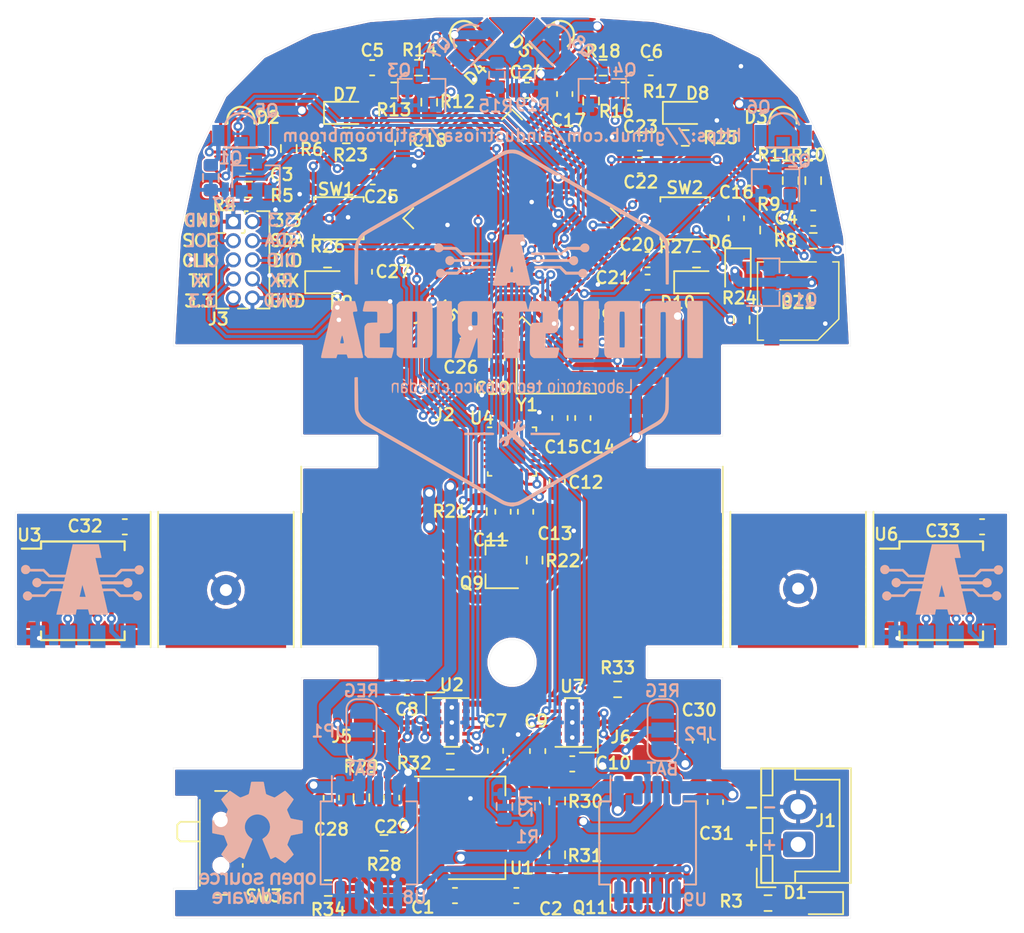
<source format=kicad_pcb>
(kicad_pcb (version 20171130) (host pcbnew 5.1.7-a382d34a8~87~ubuntu20.04.1)
  (layers (0 F.Cu signal) (31 B.Cu signal) (34 B.Paste user) (35 F.Paste user) (36 B.SilkS user) (37 F.SilkS user) (38 B.Mask user) (39 F.Mask user) (44 Edge.Cuts user))
  (net 0 "")
  (net 1 "Net-(BZ1-Pad2)")
  (net 2 +3V3)
  (net 3 GND)
  (net 4 VBUS)
  (net 5 /V_MOTOR_L)
  (net 6 /V_MOTOR_R)
  (net 7 "Net-(C13-Pad1)")
  (net 8 /OSC_OUT)
  (net 9 /OSC_IN)
  (net 10 /BUTTON_1)
  (net 11 "Net-(C17-Pad2)")
  (net 12 "Net-(C18-Pad2)")
  (net 13 /BUTTON_2)
  (net 14 "Net-(C29-Pad2)")
  (net 15 "Net-(C31-Pad2)")
  (net 16 "Net-(D1-Pad2)")
  (net 17 "Net-(D2-Pad2)")
  (net 18 "Net-(D2-Pad1)")
  (net 19 "Net-(D3-Pad2)")
  (net 20 "Net-(D3-Pad1)")
  (net 21 "Net-(D4-Pad2)")
  (net 22 "Net-(D4-Pad1)")
  (net 23 "Net-(D5-Pad2)")
  (net 24 "Net-(D5-Pad1)")
  (net 25 "Net-(D7-Pad2)")
  (net 26 "Net-(D8-Pad2)")
  (net 27 "Net-(D9-Pad2)")
  (net 28 "Net-(D10-Pad2)")
  (net 29 "Net-(J1-Pad1)")
  (net 30 /FAN_MOTOR_2)
  (net 31 /SWDIO)
  (net 32 /SWCLK)
  (net 33 /SERIAL_RX)
  (net 34 /SERIAL_TX)
  (net 35 /L_MOTOR_B)
  (net 36 /L_MOTOR_A)
  (net 37 /R_MOTOR_B)
  (net 38 /R_MOTOR_A)
  (net 39 /I2C_SCL)
  (net 40 /I2C_SDA)
  (net 41 /L_ENCODER_A)
  (net 42 /L_ENCODER_B)
  (net 43 /R_ENCODER_A)
  (net 44 /R_ENCODER_B)
  (net 45 /L_DTEST1_A)
  (net 46 /L_DTEST2_B)
  (net 47 /R_DTEST1_A)
  (net 48 /R_DTEST2_B)
  (net 49 "Net-(Q1-Pad1)")
  (net 50 "Net-(Q2-Pad1)")
  (net 51 "Net-(Q3-Pad1)")
  (net 52 "Net-(Q4-Pad1)")
  (net 53 /RX_FRONT_L)
  (net 54 /RX_FRONT_R)
  (net 55 /RX_SIDE_L)
  (net 56 /RX_SIDE_R)
  (net 57 "Net-(Q9-Pad1)")
  (net 58 "Net-(Q10-Pad1)")
  (net 59 "Net-(Q11-Pad4)")
  (net 60 /BAT_MEAS)
  (net 61 /TX_FRONT_L)
  (net 62 /TX_FRONT_R)
  (net 63 /TX_SIDE_L)
  (net 64 /TX_SIDE_R)
  (net 65 /SUCTION_PWM)
  (net 66 /LED_1)
  (net 67 /BUZZER)
  (net 68 /LED_2)
  (net 69 /LED_3)
  (net 70 /LED_4)
  (net 71 "Net-(R28-Pad2)")
  (net 72 "Net-(R30-Pad2)")
  (net 73 /L_MOTOR_PWM)
  (net 74 /R_MOTOR_PWM)
  (net 75 "Net-(R34-Pad2)")
  (net 76 /L_MOTOR_DIR)
  (net 77 "Net-(U3-Pad12)")
  (net 78 "Net-(U3-Pad10)")
  (net 79 "Net-(U3-Pad9)")
  (net 80 "Net-(U3-Pad8)")
  (net 81 "Net-(U3-Pad6)")
  (net 82 "Net-(U3-Pad2)")
  (net 83 "Net-(U3-Pad1)")
  (net 84 /IMU_MOSI)
  (net 85 /IMU_SCK)
  (net 86 /IMU_CS)
  (net 87 "Net-(U4-Pad21)")
  (net 88 /IMU_INT)
  (net 89 /IMU_FSYNC)
  (net 90 /IMU_MISO)
  (net 91 "Net-(U4-Pad7)")
  (net 92 "Net-(U5-Pad55)")
  (net 93 "Net-(U5-Pad54)")
  (net 94 "Net-(U5-Pad45)")
  (net 95 "Net-(U5-Pad44)")
  (net 96 "Net-(U5-Pad41)")
  (net 97 /R_MOTOR_DIR)
  (net 98 "Net-(U5-Pad34)")
  (net 99 "Net-(U5-Pad28)")
  (net 100 "Net-(U5-Pad27)")
  (net 101 "Net-(U5-Pad26)")
  (net 102 "Net-(U5-Pad25)")
  (net 103 "Net-(U5-Pad7)")
  (net 104 "Net-(U5-Pad4)")
  (net 105 "Net-(U5-Pad3)")
  (net 106 "Net-(U6-Pad12)")
  (net 107 "Net-(U6-Pad10)")
  (net 108 "Net-(U6-Pad9)")
  (net 109 "Net-(U6-Pad8)")
  (net 110 "Net-(U6-Pad6)")
  (net 111 "Net-(U6-Pad2)")
  (net 112 "Net-(U6-Pad1)")
  (net 113 GND_a)
  (net 114 GND_b)
  (net 115 +3.3V_a)
  (net 116 +3.3V_b)
  (net 117 GND_c)
  (net 118 GND_d)
  (module Ratibroombroom:Pad_SMD_4P_1x1.5mm (layer B.Cu) (at 116.5 103.3)
    (fp_text reference J10 hide)
    (fp_text value Conn_01x04_Male)
    (pad 4 smd rect (at 3 0) (size 1 1.5) (layers B.Cu B.Mask) (net 115 +3.3V_a))
    (pad 3 smd rect (at 1 0) (size 1 1.5) (layers B.Cu B.Mask) (net 45 /L_DTEST1_A))
    (pad 2 smd rect (at -1 0) (size 1 1.5) (layers B.Cu B.Mask) (net 46 /L_DTEST2_B))
    (pad 1 smd rect (at -3 0) (size 1 1.5) (layers B.Cu B.Mask) (net 113 GND_a))
  )
  (module Ratibroombroom:Pad_SMD_4P_1x1.5mm (layer B.Cu) (at 173.5 103.3)
    (fp_text reference J11 hide)
    (fp_text value Conn_01x04_Male)
    (pad 4 smd rect (at 3 0) (size 1 1.5) (layers B.Cu B.Mask) (net 116 +3.3V_b))
    (pad 3 smd rect (at 1 0) (size 1 1.5) (layers B.Cu B.Mask) (net 47 /R_DTEST1_A))
    (pad 2 smd rect (at -1 0) (size 1 1.5) (layers B.Cu B.Mask) (net 48 /R_DTEST2_B))
    (pad 1 smd rect (at -3 0) (size 1 1.5) (layers B.Cu B.Mask) (net 114 GND_b))
  )
  (module Ratibroombroom:Encoder_base_connector (layer F.Cu) (at 164 103.3)
    (fp_text reference J13 hide)
    (fp_text value Conn_01x01_Male)
    (pad 1 smd rect (at 0 0) (size 8 1.5) (layers F.Cu F.Mask) (net 118 GND_d))
  )
  (module Ratibroombroom:Encoder_base_connector (layer F.Cu) (at 126 103.3)
    (fp_text reference J12 hide)
    (fp_text value Conn_01x01_Male)
    (pad 1 smd rect (at 0 0) (size 8 1.5) (layers F.Cu F.Mask) (net 117 GND_c))
  )
  (module Ratibroombroom:Encoder_axle_hole (layer F.Cu) (at 164 100.1)
    (fp_text reference J7 hide)
    (fp_text value Conn_01x01_Male)
    (pad 1 thru_hole circle (at 0 0) (size 2 2) (drill 0.8) (layers *.Cu *.Mask) (net 118 GND_d))
  )
  (module Ratibroombroom:Encoder_axle_hole (layer F.Cu) (at 126 100.2)
    (fp_text reference J4 hide)
    (fp_text value Conn_01x01_Male)
    (pad 1 thru_hole circle (at 0 0) (size 2 2) (drill 0.8) (layers *.Cu *.Mask) (net 117 GND_c))
  )
  (module Ratibroombroom:oshwlogo (layer B.Cu) (at 128.1 116.999965 180)
    (fp_text reference G*** hide)
    (fp_text value LOGO hide)
  )
  (module Ratibroombroom:ailogo_completo (layer B.Cu) (at 144.975921 82.8 180)
    (fp_text reference G*** hide)
    (fp_text value LOGO hide)
  )
  (module Ratibroombroom:ailogo_small (layer B.Cu) (at 173.526341 99.499984 180)
    (fp_text reference G*** hide)
    (fp_text value LOGO hide)
  )
  (module Ratibroombroom:ailogo_small (layer B.Cu) (at 116.471341 99.499984 180)
    (fp_text reference G*** hide)
    (fp_text value LOGO hide)
  )
  (module Ratibroombroom:mousebites (layer F.Cu) (at 168.75 95.3)
    (fp_text reference REF** hide)
    (fp_text value mousebites)
    (pad "" np_thru_hole circle (at 0 0) (size 0.3 0.3) (drill 0.3) (layers *.Cu *.Mask))
    (pad "" np_thru_hole circle (at 0 0.84) (size 0.3 0.3) (drill 0.3) (layers *.Cu *.Mask))
    (pad "" np_thru_hole circle (at 0 1.68) (size 0.3 0.3) (drill 0.3) (layers *.Cu *.Mask))
    (pad "" np_thru_hole circle (at 0 2.52) (size 0.3 0.3) (drill 0.3) (layers *.Cu *.Mask))
    (pad "" np_thru_hole circle (at 0 3.36) (size 0.3 0.3) (drill 0.3) (layers *.Cu *.Mask))
    (pad "" np_thru_hole circle (at 0 5.04) (size 0.3 0.3) (drill 0.3) (layers *.Cu *.Mask))
    (pad "" np_thru_hole circle (at 0 5.88) (size 0.3 0.3) (drill 0.3) (layers *.Cu *.Mask))
    (pad "" np_thru_hole circle (at 0 4.2) (size 0.3 0.3) (drill 0.3) (layers *.Cu *.Mask))
    (pad "" np_thru_hole circle (at 0 6.72) (size 0.3 0.3) (drill 0.3) (layers *.Cu *.Mask))
    (pad "" np_thru_hole circle (at 0 7.56) (size 0.3 0.3) (drill 0.3) (layers *.Cu *.Mask))
    (pad "" np_thru_hole circle (at 0 8.4) (size 0.3 0.3) (drill 0.3) (layers *.Cu *.Mask))
  )
  (module Ratibroombroom:mousebites (layer F.Cu) (at 159.25 95.3)
    (fp_text reference REF** hide)
    (fp_text value mousebites)
    (pad "" np_thru_hole circle (at 0 8.4) (size 0.3 0.3) (drill 0.3) (layers *.Cu *.Mask))
    (pad "" np_thru_hole circle (at 0 7.56) (size 0.3 0.3) (drill 0.3) (layers *.Cu *.Mask))
    (pad "" np_thru_hole circle (at 0 6.72) (size 0.3 0.3) (drill 0.3) (layers *.Cu *.Mask))
    (pad "" np_thru_hole circle (at 0 4.2) (size 0.3 0.3) (drill 0.3) (layers *.Cu *.Mask))
    (pad "" np_thru_hole circle (at 0 5.88) (size 0.3 0.3) (drill 0.3) (layers *.Cu *.Mask))
    (pad "" np_thru_hole circle (at 0 5.04) (size 0.3 0.3) (drill 0.3) (layers *.Cu *.Mask))
    (pad "" np_thru_hole circle (at 0 3.36) (size 0.3 0.3) (drill 0.3) (layers *.Cu *.Mask))
    (pad "" np_thru_hole circle (at 0 2.52) (size 0.3 0.3) (drill 0.3) (layers *.Cu *.Mask))
    (pad "" np_thru_hole circle (at 0 1.68) (size 0.3 0.3) (drill 0.3) (layers *.Cu *.Mask))
    (pad "" np_thru_hole circle (at 0 0.84) (size 0.3 0.3) (drill 0.3) (layers *.Cu *.Mask))
    (pad "" np_thru_hole circle (at 0 0) (size 0.3 0.3) (drill 0.3) (layers *.Cu *.Mask))
  )
  (module Ratibroombroom:mousebites (layer F.Cu) (at 130.75 95.3)
    (fp_text reference REF** hide)
    (fp_text value mousebites)
    (pad "" np_thru_hole circle (at 0 0) (size 0.3 0.3) (drill 0.3) (layers *.Cu *.Mask))
    (pad "" np_thru_hole circle (at 0 0.84) (size 0.3 0.3) (drill 0.3) (layers *.Cu *.Mask))
    (pad "" np_thru_hole circle (at 0 1.68) (size 0.3 0.3) (drill 0.3) (layers *.Cu *.Mask))
    (pad "" np_thru_hole circle (at 0 2.52) (size 0.3 0.3) (drill 0.3) (layers *.Cu *.Mask))
    (pad "" np_thru_hole circle (at 0 3.36) (size 0.3 0.3) (drill 0.3) (layers *.Cu *.Mask))
    (pad "" np_thru_hole circle (at 0 5.04) (size 0.3 0.3) (drill 0.3) (layers *.Cu *.Mask))
    (pad "" np_thru_hole circle (at 0 5.88) (size 0.3 0.3) (drill 0.3) (layers *.Cu *.Mask))
    (pad "" np_thru_hole circle (at 0 4.2) (size 0.3 0.3) (drill 0.3) (layers *.Cu *.Mask))
    (pad "" np_thru_hole circle (at 0 6.72) (size 0.3 0.3) (drill 0.3) (layers *.Cu *.Mask))
    (pad "" np_thru_hole circle (at 0 7.56) (size 0.3 0.3) (drill 0.3) (layers *.Cu *.Mask))
    (pad "" np_thru_hole circle (at 0 8.4) (size 0.3 0.3) (drill 0.3) (layers *.Cu *.Mask))
  )
  (module Ratibroombroom:mousebites (layer F.Cu) (at 121.25 95.3)
    (fp_text reference REF** hide)
    (fp_text value mousebites)
    (pad "" np_thru_hole circle (at 0 8.4) (size 0.3 0.3) (drill 0.3) (layers *.Cu *.Mask))
    (pad "" np_thru_hole circle (at 0 7.56) (size 0.3 0.3) (drill 0.3) (layers *.Cu *.Mask))
    (pad "" np_thru_hole circle (at 0 6.72) (size 0.3 0.3) (drill 0.3) (layers *.Cu *.Mask))
    (pad "" np_thru_hole circle (at 0 4.2) (size 0.3 0.3) (drill 0.3) (layers *.Cu *.Mask))
    (pad "" np_thru_hole circle (at 0 5.88) (size 0.3 0.3) (drill 0.3) (layers *.Cu *.Mask))
    (pad "" np_thru_hole circle (at 0 5.04) (size 0.3 0.3) (drill 0.3) (layers *.Cu *.Mask))
    (pad "" np_thru_hole circle (at 0 3.36) (size 0.3 0.3) (drill 0.3) (layers *.Cu *.Mask))
    (pad "" np_thru_hole circle (at 0 2.52) (size 0.3 0.3) (drill 0.3) (layers *.Cu *.Mask))
    (pad "" np_thru_hole circle (at 0 1.68) (size 0.3 0.3) (drill 0.3) (layers *.Cu *.Mask))
    (pad "" np_thru_hole circle (at 0 0.84) (size 0.3 0.3) (drill 0.3) (layers *.Cu *.Mask))
    (pad "" np_thru_hole circle (at 0 0) (size 0.3 0.3) (drill 0.3) (layers *.Cu *.Mask))
  )
  (module Ratibroombroom:PT12-21B-TR8 (layer B.Cu) (at 147.5 64 135)
    (fp_text reference Q8 (at -1.626346 1.484924 135) (layer B.SilkS) (effects (font (size 0.8 0.8)) (justify mirror)))
    (fp_text value PT12-21B/TR8)
    (pad 2 smd rect (at -1.5 0 135) (size 0.8 1.4) (layers B.Cu B.Paste B.Mask) (net 2 +3V3))
    (pad 3 smd rect (at 0 -0.4 135) (size 0.9 0.6) (layers B.Cu B.Paste B.Mask))
    (pad 1 smd rect (at 1.5 0 135) (size 0.8 1.4) (layers B.Cu B.Paste B.Mask) (net 56 /RX_SIDE_R))
  )
  (module Ratibroombroom:PT12-21B-TR8 (layer B.Cu) (at 142.5 64 225)
    (fp_text reference Q7 (at 1.767767 1.484924 45) (layer B.SilkS) (effects (font (size 0.8 0.8)) (justify mirror)))
    (fp_text value PT12-21B/TR8)
    (pad 2 smd rect (at -1.5 0 225) (size 0.8 1.4) (layers B.Cu B.Paste B.Mask) (net 2 +3V3))
    (pad 3 smd rect (at 0 -0.4 225) (size 0.9 0.6) (layers B.Cu B.Paste B.Mask))
    (pad 1 smd rect (at 1.5 0 225) (size 0.8 1.4) (layers B.Cu B.Paste B.Mask) (net 55 /RX_SIDE_L))
  )
  (module Ratibroombroom:PT12-21B-TR8 (layer B.Cu) (at 163 70 180)
    (fp_text reference Q6 (at 1.625 1.875) (layer B.SilkS) (effects (font (size 0.8 0.8)) (justify mirror)))
    (fp_text value PT12-21B/TR8)
    (pad 2 smd rect (at -1.5 0 180) (size 0.8 1.4) (layers B.Cu B.Paste B.Mask) (net 2 +3V3))
    (pad 3 smd rect (at 0 -0.4 180) (size 0.9 0.6) (layers B.Cu B.Paste B.Mask))
    (pad 1 smd rect (at 1.5 0 180) (size 0.8 1.4) (layers B.Cu B.Paste B.Mask) (net 54 /RX_FRONT_R))
  )
  (module Ratibroombroom:PT12-21B-TR8 (layer B.Cu) (at 127 70 180)
    (fp_text reference Q5 (at -1.7 1.65) (layer B.SilkS) (effects (font (size 0.8 0.8)) (justify mirror)))
    (fp_text value PT12-21B/TR8)
    (pad 2 smd rect (at -1.5 0 180) (size 0.8 1.4) (layers B.Cu B.Paste B.Mask) (net 2 +3V3))
    (pad 3 smd rect (at 0 -0.4 180) (size 0.9 0.6) (layers B.Cu B.Paste B.Mask))
    (pad 1 smd rect (at 1.5 0 180) (size 0.8 1.4) (layers B.Cu B.Paste B.Mask) (net 53 /RX_FRONT_L))
  )
  (module Ratibroombroom:Pad_SMD_4P_1x3mm (layer F.Cu) (at 153.5 85 90)
    (fp_text reference J9 (at 3 -2.5 180) (layer F.SilkS) (effects (font (size 0.8 0.8))))
    (fp_text value Conn_01x04_Male)
    (pad 4 smd rect (at 3 0 90) (size 1 3) (layers F.Cu F.Mask) (net 2 +3V3))
    (pad 3 smd rect (at 1 0 90) (size 1 3) (layers F.Cu F.Mask) (net 43 /R_ENCODER_A))
    (pad 2 smd rect (at -1 0 90) (size 1 3) (layers F.Cu F.Mask) (net 44 /R_ENCODER_B))
    (pad 1 smd rect (at -3 0 90) (size 1 3) (layers F.Cu F.Mask) (net 3 GND))
  )
  (module Ratibroombroom:Pad_SMD_4P_1x3mm (layer F.Cu) (at 136.5 85 270)
    (fp_text reference J8 (at -2.9 -2.6 180) (layer F.SilkS) (effects (font (size 0.8 0.8))))
    (fp_text value Conn_01x04_Male)
    (pad 4 smd rect (at 3 0 270) (size 1 3) (layers F.Cu F.Mask) (net 2 +3V3))
    (pad 3 smd rect (at 1 0 270) (size 1 3) (layers F.Cu F.Mask) (net 41 /L_ENCODER_A))
    (pad 2 smd rect (at -1 0 270) (size 1 3) (layers F.Cu F.Mask) (net 42 /L_ENCODER_B))
    (pad 1 smd rect (at -3 0 270) (size 1 3) (layers F.Cu F.Mask) (net 3 GND))
  )
  (module Ratibroombroom:Pad_SMD_2P_1x3mm (layer F.Cu) (at 154.5 110 90)
    (fp_text reference J6 (at 0.025 -2.275 180) (layer F.SilkS) (effects (font (size 0.8 0.8))))
    (fp_text value Conn_01x02_Male)
    (pad 2 smd rect (at 1 0 90) (size 1 3) (layers F.Cu F.Mask) (net 37 /R_MOTOR_B))
    (pad 1 smd rect (at -1 0 90) (size 1 3) (layers F.Cu F.Mask) (net 38 /R_MOTOR_A))
  )
  (module Ratibroombroom:Pad_SMD_2P_1x3mm (layer F.Cu) (at 136 110 90)
    (fp_text reference J5 (at 0.075 -2.3 180) (layer F.SilkS) (effects (font (size 0.8 0.8))))
    (fp_text value Conn_01x02_Male)
    (pad 2 smd rect (at 1 0 90) (size 1 3) (layers F.Cu F.Mask) (net 35 /L_MOTOR_B))
    (pad 1 smd rect (at -1 0 90) (size 1 3) (layers F.Cu F.Mask) (net 36 /L_MOTOR_A))
  )
  (module Ratibroombroom:Pad_SMD_2P_1x3mm (layer F.Cu) (at 140.5 91)
    (fp_text reference J2 (at 0 -2.45) (layer F.SilkS) (effects (font (size 0.8 0.8))))
    (fp_text value Conn_01x02_Male)
    (pad 2 smd rect (at 1 0) (size 1 3) (layers F.Cu F.Mask) (net 4 VBUS))
    (pad 1 smd rect (at -1 0) (size 1 3) (layers F.Cu F.Mask) (net 30 /FAN_MOTOR_2))
  )
  (module Ratibroombroom:SFH4045N (layer F.Cu) (at 147.5 64 315)
    (fp_text reference D5 (at -1.272792 1.414214 315) (layer F.SilkS) (effects (font (size 0.8 0.8))))
    (fp_text value SFH4045N)
    (pad 2 smd rect (at -1.35 0 315) (size 0.9 1.4) (layers F.Cu F.Paste F.Mask) (net 23 "Net-(D5-Pad2)"))
    (pad 1 smd rect (at 1.35 0 315) (size 0.9 1.4) (layers F.Cu F.Paste F.Mask) (net 24 "Net-(D5-Pad1)"))
  )
  (module Ratibroombroom:SFH4045N (layer F.Cu) (at 142.5 64 45)
    (fp_text reference D4 (at -1.272792 1.414214 45) (layer F.SilkS) (effects (font (size 0.8 0.8))))
    (fp_text value SFH4045N)
    (pad 2 smd rect (at -1.35 0 45) (size 0.9 1.4) (layers F.Cu F.Paste F.Mask) (net 21 "Net-(D4-Pad2)"))
    (pad 1 smd rect (at 1.35 0 45) (size 0.9 1.4) (layers F.Cu F.Paste F.Mask) (net 22 "Net-(D4-Pad1)"))
  )
  (module Ratibroombroom:SFH4045N (layer F.Cu) (at 163 70)
    (fp_text reference D3 (at -1.8 -1.2) (layer F.SilkS) (effects (font (size 0.8 0.8))))
    (fp_text value SFH4045N)
    (pad 2 smd rect (at -1.35 0) (size 0.9 1.4) (layers F.Cu F.Paste F.Mask) (net 19 "Net-(D3-Pad2)"))
    (pad 1 smd rect (at 1.35 0) (size 0.9 1.4) (layers F.Cu F.Paste F.Mask) (net 20 "Net-(D3-Pad1)"))
  )
  (module Ratibroombroom:SFH4045N (layer F.Cu) (at 127 70)
    (fp_text reference D2 (at 1.8 -1.2) (layer F.SilkS) (effects (font (size 0.8 0.8))))
    (fp_text value SFH4045N)
    (pad 2 smd rect (at -1.35 0) (size 0.9 1.4) (layers F.Cu F.Paste F.Mask) (net 17 "Net-(D2-Pad2)"))
    (pad 1 smd rect (at 1.35 0) (size 0.9 1.4) (layers F.Cu F.Paste F.Mask) (net 18 "Net-(D2-Pad1)"))
  )
  (module Ratibroombroom:MLT-5020 (layer F.Cu) (at 164 81 270)
    (fp_text reference BZ1 (at 0.1 0 180) (layer F.SilkS) (effects (font (size 0.8 0.8))))
    (fp_text value MLT5020)
    (pad 2 smd rect (at 1.85 1.75 270) (size 2.2 1) (layers F.Cu F.Paste F.Mask) (net 1 "Net-(BZ1-Pad2)"))
    (pad 1 smd rect (at -1.85 1.75 270) (size 2.2 1) (layers F.Cu F.Paste F.Mask) (net 2 +3V3))
    (pad 2 smd rect (at -1.85 -1.75 270) (size 2.2 1) (layers F.Cu F.Paste F.Mask) (net 1 "Net-(BZ1-Pad2)"))
  )
  (module Package_DFN_QFN:QFN-24-1EP_3x3mm_P0.4mm_EP1.75x1.6mm (layer F.Cu) (at 145 91)
    (fp_text reference U4 (at -2 -2.225) (layer F.SilkS) (effects (font (size 0.8 0.8))))
    (fp_text value MPU-9250)
    (pad 25 smd rect (at 0 0) (size 1.75 1.6) (layers F.Cu F.Mask))
    (pad 24 smd custom (at -1 -1.5) (size 0.115147 0.115147) (layers F.Cu F.Paste F.Mask) (net 84 /IMU_MOSI) (options (clearance outline) (anchor circle)) (primitives (gr_poly (pts (xy -0.06 -0.335) (xy 0.06 -0.335) (xy 0.06 0.335) (xy 0.036569 0.335) (xy -0.06 0.238431)) (width 0.08))))
    (pad 23 smd roundrect (at -0.6 -1.5) (size 0.2 0.75) (layers F.Cu F.Paste F.Mask) (net 85 /IMU_SCK))
    (pad 22 smd roundrect (at -0.2 -1.5) (size 0.2 0.75) (layers F.Cu F.Paste F.Mask) (net 86 /IMU_CS))
    (pad 21 smd roundrect (at 0.2 -1.5) (size 0.2 0.75) (layers F.Cu F.Paste F.Mask) (net 87 "Net-(U4-Pad21)"))
    (pad 20 smd roundrect (at 0.6 -1.5) (size 0.2 0.75) (layers F.Cu F.Paste F.Mask) (net 3 GND))
    (pad 19 smd custom (at 1 -1.5) (size 0.115147 0.115147) (layers F.Cu F.Paste F.Mask) (options (clearance outline) (anchor circle)) (primitives (gr_poly (pts (xy -0.06 -0.335) (xy 0.06 -0.335) (xy 0.06 0.238431) (xy -0.036569 0.335) (xy -0.06 0.335)) (width 0.08))))
    (pad 18 smd custom (at 1.5 -1) (size 0.115147 0.115147) (layers F.Cu F.Paste F.Mask) (net 3 GND) (options (clearance outline) (anchor circle)) (primitives (gr_poly (pts (xy -0.335 0.036569) (xy -0.238431 -0.06) (xy 0.335 -0.06) (xy 0.335 0.06) (xy -0.335 0.06)) (width 0.08))))
    (pad 17 smd roundrect (at 1.5 -0.6) (size 0.75 0.2) (layers F.Cu F.Paste F.Mask))
    (pad 16 smd roundrect (at 1.5 -0.2) (size 0.75 0.2) (layers F.Cu F.Paste F.Mask))
    (pad 15 smd roundrect (at 1.5 0.2) (size 0.75 0.2) (layers F.Cu F.Paste F.Mask))
    (pad 14 smd roundrect (at 1.5 0.6) (size 0.75 0.2) (layers F.Cu F.Paste F.Mask))
    (pad 13 smd custom (at 1.5 1) (size 0.115147 0.115147) (layers F.Cu F.Paste F.Mask) (net 2 +3V3) (options (clearance outline) (anchor circle)) (primitives (gr_poly (pts (xy -0.335 -0.06) (xy 0.335 -0.06) (xy 0.335 0.06) (xy -0.238431 0.06) (xy -0.335 -0.036569)) (width 0.08))))
    (pad 12 smd custom (at 1 1.5) (size 0.115147 0.115147) (layers F.Cu F.Paste F.Mask) (net 88 /IMU_INT) (options (clearance outline) (anchor circle)) (primitives (gr_poly (pts (xy -0.06 -0.335) (xy -0.036569 -0.335) (xy 0.06 -0.238431) (xy 0.06 0.335) (xy -0.06 0.335)) (width 0.08))))
    (pad 11 smd roundrect (at 0.6 1.5) (size 0.2 0.75) (layers F.Cu F.Paste F.Mask) (net 89 /IMU_FSYNC))
    (pad 10 smd roundrect (at 0.2 1.5) (size 0.2 0.75) (layers F.Cu F.Paste F.Mask) (net 7 "Net-(C13-Pad1)"))
    (pad 9 smd roundrect (at -0.2 1.5) (size 0.2 0.75) (layers F.Cu F.Paste F.Mask) (net 90 /IMU_MISO))
    (pad 8 smd roundrect (at -0.6 1.5) (size 0.2 0.75) (layers F.Cu F.Paste F.Mask) (net 2 +3V3))
    (pad 7 smd custom (at -1 1.5) (size 0.115147 0.115147) (layers F.Cu F.Paste F.Mask) (net 91 "Net-(U4-Pad7)") (options (clearance outline) (anchor circle)) (primitives (gr_poly (pts (xy -0.06 -0.238431) (xy 0.036569 -0.335) (xy 0.06 -0.335) (xy 0.06 0.335) (xy -0.06 0.335)) (width 0.08))))
    (pad 6 smd custom (at -1.5 1) (size 0.115147 0.115147) (layers F.Cu F.Paste F.Mask) (options (clearance outline) (anchor circle)) (primitives (gr_poly (pts (xy -0.335 -0.06) (xy 0.335 -0.06) (xy 0.335 -0.036569) (xy 0.238431 0.06) (xy -0.335 0.06)) (width 0.08))))
    (pad 5 smd roundrect (at -1.5 0.6) (size 0.75 0.2) (layers F.Cu F.Paste F.Mask))
    (pad 4 smd roundrect (at -1.5 0.2) (size 0.75 0.2) (layers F.Cu F.Paste F.Mask))
    (pad 3 smd roundrect (at -1.5 -0.2) (size 0.75 0.2) (layers F.Cu F.Paste F.Mask))
    (pad 2 smd roundrect (at -1.5 -0.6) (size 0.75 0.2) (layers F.Cu F.Paste F.Mask))
    (pad 1 smd custom (at -1.5 -1) (size 0.115147 0.115147) (layers F.Cu F.Paste F.Mask) (net 2 +3V3) (options (clearance outline) (anchor circle)) (primitives (gr_poly (pts (xy -0.335 -0.06) (xy 0.238431 -0.06) (xy 0.335 0.036569) (xy 0.335 0.06) (xy -0.335 0.06)) (width 0.08))))
  )
  (module Package_QFP:LQFP-64_10x10mm_P0.5mm (layer F.Cu) (at 145 75.5 135)
    (fp_text reference U5 (at -1.343503 -7.424621 135) (layer F.SilkS) (effects (font (size 0.8 0.8))))
    (fp_text value STM32F405RGTx)
    (pad 64 smd roundrect (at -3.75 -5.675 135) (size 0.3 1.55) (layers F.Cu F.Paste F.Mask) (net 2 +3V3))
    (pad 63 smd roundrect (at -3.25 -5.675 135) (size 0.3 1.55) (layers F.Cu F.Paste F.Mask) (net 3 GND))
    (pad 62 smd roundrect (at -2.75 -5.675 135) (size 0.3 1.55) (layers F.Cu F.Paste F.Mask) (net 67 /BUZZER))
    (pad 61 smd roundrect (at -2.25 -5.675 135) (size 0.3 1.55) (layers F.Cu F.Paste F.Mask) (net 65 /SUCTION_PWM))
    (pad 60 smd roundrect (at -1.75 -5.675 135) (size 0.3 1.55) (layers F.Cu F.Paste F.Mask) (net 3 GND))
    (pad 59 smd roundrect (at -1.25 -5.675 135) (size 0.3 1.55) (layers F.Cu F.Paste F.Mask) (net 43 /R_ENCODER_A))
    (pad 58 smd roundrect (at -0.75 -5.675 135) (size 0.3 1.55) (layers F.Cu F.Paste F.Mask) (net 44 /R_ENCODER_B))
    (pad 57 smd roundrect (at -0.25 -5.675 135) (size 0.3 1.55) (layers F.Cu F.Paste F.Mask) (net 42 /L_ENCODER_B))
    (pad 56 smd roundrect (at 0.25 -5.675 135) (size 0.3 1.55) (layers F.Cu F.Paste F.Mask) (net 41 /L_ENCODER_A))
    (pad 55 smd roundrect (at 0.75 -5.675 135) (size 0.3 1.55) (layers F.Cu F.Paste F.Mask) (net 92 "Net-(U5-Pad55)"))
    (pad 54 smd roundrect (at 1.25 -5.675 135) (size 0.3 1.55) (layers F.Cu F.Paste F.Mask) (net 93 "Net-(U5-Pad54)"))
    (pad 53 smd roundrect (at 1.75 -5.675 135) (size 0.3 1.55) (layers F.Cu F.Paste F.Mask) (net 84 /IMU_MOSI))
    (pad 52 smd roundrect (at 2.25 -5.675 135) (size 0.3 1.55) (layers F.Cu F.Paste F.Mask) (net 90 /IMU_MISO))
    (pad 51 smd roundrect (at 2.75 -5.675 135) (size 0.3 1.55) (layers F.Cu F.Paste F.Mask) (net 85 /IMU_SCK))
    (pad 50 smd roundrect (at 3.25 -5.675 135) (size 0.3 1.55) (layers F.Cu F.Paste F.Mask) (net 86 /IMU_CS))
    (pad 49 smd roundrect (at 3.75 -5.675 135) (size 0.3 1.55) (layers F.Cu F.Paste F.Mask) (net 32 /SWCLK))
    (pad 48 smd roundrect (at 5.675 -3.75 135) (size 1.55 0.3) (layers F.Cu F.Paste F.Mask) (net 2 +3V3))
    (pad 47 smd roundrect (at 5.675 -3.25 135) (size 1.55 0.3) (layers F.Cu F.Paste F.Mask) (net 12 "Net-(C18-Pad2)"))
    (pad 46 smd roundrect (at 5.675 -2.75 135) (size 1.55 0.3) (layers F.Cu F.Paste F.Mask) (net 31 /SWDIO))
    (pad 45 smd roundrect (at 5.675 -2.25 135) (size 1.55 0.3) (layers F.Cu F.Paste F.Mask) (net 94 "Net-(U5-Pad45)"))
    (pad 44 smd roundrect (at 5.675 -1.75 135) (size 1.55 0.3) (layers F.Cu F.Paste F.Mask) (net 95 "Net-(U5-Pad44)"))
    (pad 43 smd roundrect (at 5.675 -1.25 135) (size 1.55 0.3) (layers F.Cu F.Paste F.Mask) (net 33 /SERIAL_RX))
    (pad 42 smd roundrect (at 5.675 -0.75 135) (size 1.55 0.3) (layers F.Cu F.Paste F.Mask) (net 34 /SERIAL_TX))
    (pad 41 smd roundrect (at 5.675 -0.25 135) (size 1.55 0.3) (layers F.Cu F.Paste F.Mask) (net 96 "Net-(U5-Pad41)"))
    (pad 40 smd roundrect (at 5.675 0.25 135) (size 1.55 0.3) (layers F.Cu F.Paste F.Mask) (net 73 /L_MOTOR_PWM))
    (pad 39 smd roundrect (at 5.675 0.75 135) (size 1.55 0.3) (layers F.Cu F.Paste F.Mask) (net 76 /L_MOTOR_DIR))
    (pad 38 smd roundrect (at 5.675 1.25 135) (size 1.55 0.3) (layers F.Cu F.Paste F.Mask) (net 74 /R_MOTOR_PWM))
    (pad 37 smd roundrect (at 5.675 1.75 135) (size 1.55 0.3) (layers F.Cu F.Paste F.Mask) (net 97 /R_MOTOR_DIR))
    (pad 36 smd roundrect (at 5.675 2.25 135) (size 1.55 0.3) (layers F.Cu F.Paste F.Mask) (net 88 /IMU_INT))
    (pad 35 smd roundrect (at 5.675 2.75 135) (size 1.55 0.3) (layers F.Cu F.Paste F.Mask) (net 89 /IMU_FSYNC))
    (pad 34 smd roundrect (at 5.675 3.25 135) (size 1.55 0.3) (layers F.Cu F.Paste F.Mask) (net 98 "Net-(U5-Pad34)"))
    (pad 33 smd roundrect (at 5.675 3.75 135) (size 1.55 0.3) (layers F.Cu F.Paste F.Mask) (net 13 /BUTTON_2))
    (pad 32 smd roundrect (at 3.75 5.675 135) (size 0.3 1.55) (layers F.Cu F.Paste F.Mask) (net 2 +3V3))
    (pad 31 smd roundrect (at 3.25 5.675 135) (size 0.3 1.55) (layers F.Cu F.Paste F.Mask) (net 11 "Net-(C17-Pad2)"))
    (pad 30 smd roundrect (at 2.75 5.675 135) (size 0.3 1.55) (layers F.Cu F.Paste F.Mask) (net 40 /I2C_SDA))
    (pad 29 smd roundrect (at 2.25 5.675 135) (size 0.3 1.55) (layers F.Cu F.Paste F.Mask) (net 39 /I2C_SCL))
    (pad 28 smd roundrect (at 1.75 5.675 135) (size 0.3 1.55) (layers F.Cu F.Paste F.Mask) (net 99 "Net-(U5-Pad28)"))
    (pad 27 smd roundrect (at 1.25 5.675 135) (size 0.3 1.55) (layers F.Cu F.Paste F.Mask) (net 100 "Net-(U5-Pad27)"))
    (pad 26 smd roundrect (at 0.75 5.675 135) (size 0.3 1.55) (layers F.Cu F.Paste F.Mask) (net 101 "Net-(U5-Pad26)"))
    (pad 25 smd roundrect (at 0.25 5.675 135) (size 0.3 1.55) (layers F.Cu F.Paste F.Mask) (net 102 "Net-(U5-Pad25)"))
    (pad 24 smd roundrect (at -0.25 5.675 135) (size 0.3 1.55) (layers F.Cu F.Paste F.Mask) (net 60 /BAT_MEAS))
    (pad 23 smd roundrect (at -0.75 5.675 135) (size 0.3 1.55) (layers F.Cu F.Paste F.Mask) (net 61 /TX_FRONT_L))
    (pad 22 smd roundrect (at -1.25 5.675 135) (size 0.3 1.55) (layers F.Cu F.Paste F.Mask) (net 63 /TX_SIDE_L))
    (pad 21 smd roundrect (at -1.75 5.675 135) (size 0.3 1.55) (layers F.Cu F.Paste F.Mask) (net 64 /TX_SIDE_R))
    (pad 20 smd roundrect (at -2.25 5.675 135) (size 0.3 1.55) (layers F.Cu F.Paste F.Mask) (net 62 /TX_FRONT_R))
    (pad 19 smd roundrect (at -2.75 5.675 135) (size 0.3 1.55) (layers F.Cu F.Paste F.Mask) (net 2 +3V3))
    (pad 18 smd roundrect (at -3.25 5.675 135) (size 0.3 1.55) (layers F.Cu F.Paste F.Mask) (net 3 GND))
    (pad 17 smd roundrect (at -3.75 5.675 135) (size 0.3 1.55) (layers F.Cu F.Paste F.Mask) (net 70 /LED_4))
    (pad 16 smd roundrect (at -5.675 3.75 135) (size 1.55 0.3) (layers F.Cu F.Paste F.Mask) (net 69 /LED_3))
    (pad 15 smd roundrect (at -5.675 3.25 135) (size 1.55 0.3) (layers F.Cu F.Paste F.Mask) (net 68 /LED_2))
    (pad 14 smd roundrect (at -5.675 2.75 135) (size 1.55 0.3) (layers F.Cu F.Paste F.Mask) (net 66 /LED_1))
    (pad 13 smd roundrect (at -5.675 2.25 135) (size 1.55 0.3) (layers F.Cu F.Paste F.Mask) (net 2 +3V3))
    (pad 12 smd roundrect (at -5.675 1.75 135) (size 1.55 0.3) (layers F.Cu F.Paste F.Mask) (net 3 GND))
    (pad 11 smd roundrect (at -5.675 1.25 135) (size 1.55 0.3) (layers F.Cu F.Paste F.Mask) (net 53 /RX_FRONT_L))
    (pad 10 smd roundrect (at -5.675 0.75 135) (size 1.55 0.3) (layers F.Cu F.Paste F.Mask) (net 55 /RX_SIDE_L))
    (pad 9 smd roundrect (at -5.675 0.25 135) (size 1.55 0.3) (layers F.Cu F.Paste F.Mask) (net 56 /RX_SIDE_R))
    (pad 8 smd roundrect (at -5.675 -0.25 135) (size 1.55 0.3) (layers F.Cu F.Paste F.Mask) (net 54 /RX_FRONT_R))
    (pad 7 smd roundrect (at -5.675 -0.75 135) (size 1.55 0.3) (layers F.Cu F.Paste F.Mask) (net 103 "Net-(U5-Pad7)"))
    (pad 6 smd roundrect (at -5.675 -1.25 135) (size 1.55 0.3) (layers F.Cu F.Paste F.Mask) (net 8 /OSC_OUT))
    (pad 5 smd roundrect (at -5.675 -1.75 135) (size 1.55 0.3) (layers F.Cu F.Paste F.Mask) (net 9 /OSC_IN))
    (pad 4 smd roundrect (at -5.675 -2.25 135) (size 1.55 0.3) (layers F.Cu F.Paste F.Mask) (net 104 "Net-(U5-Pad4)"))
    (pad 3 smd roundrect (at -5.675 -2.75 135) (size 1.55 0.3) (layers F.Cu F.Paste F.Mask) (net 105 "Net-(U5-Pad3)"))
    (pad 2 smd roundrect (at -5.675 -3.25 135) (size 1.55 0.3) (layers F.Cu F.Paste F.Mask) (net 10 /BUTTON_1))
    (pad 1 smd roundrect (at -5.675 -3.75 135) (size 1.55 0.3) (layers F.Cu F.Paste F.Mask) (net 2 +3V3))
  )
  (module Capacitor_SMD:C_0603_1608Metric (layer F.Cu) (at 176.2125 96)
    (fp_text reference C33 (at -2.6125 0.275) (layer F.SilkS) (effects (font (size 0.8 0.8))))
    (fp_text value 100n)
    (pad 2 smd roundrect (at 0.775 0) (size 0.9 0.95) (layers F.Cu F.Paste F.Mask) (net 116 +3.3V_b))
    (pad 1 smd roundrect (at -0.775 0) (size 0.9 0.95) (layers F.Cu F.Paste F.Mask) (net 114 GND_b))
  )
  (module Capacitor_SMD:C_0603_1608Metric (layer F.Cu) (at 119.2875 96)
    (fp_text reference C32 (at -2.6375 -0.05) (layer F.SilkS) (effects (font (size 0.8 0.8))))
    (fp_text value 100n)
    (pad 2 smd roundrect (at 0.775 0) (size 0.9 0.95) (layers F.Cu F.Paste F.Mask) (net 115 +3.3V_a))
    (pad 1 smd roundrect (at -0.775 0) (size 0.9 0.95) (layers F.Cu F.Paste F.Mask) (net 113 GND_a))
  )
  (module Capacitor_SMD:C_0603_1608Metric (layer F.Cu) (at 158.5 114.2875 90)
    (fp_text reference C31 (at -2.0875 0.075 180) (layer F.SilkS) (effects (font (size 0.8 0.8))))
    (fp_text value 10u)
    (pad 2 smd roundrect (at 0.775 0 90) (size 0.9 0.95) (layers F.Cu F.Paste F.Mask) (net 15 "Net-(C31-Pad2)"))
    (pad 1 smd roundrect (at -0.775 0 90) (size 0.9 0.95) (layers F.Cu F.Paste F.Mask) (net 3 GND))
  )
  (module Capacitor_SMD:C_0603_1608Metric (layer F.Cu) (at 157.5 110.2125 270)
    (fp_text reference C30 (at -2.0375 0.075 180) (layer F.SilkS) (effects (font (size 0.8 0.8))))
    (fp_text value 10u)
    (pad 2 smd roundrect (at 0.775 0 270) (size 0.9 0.95) (layers F.Cu F.Paste F.Mask) (net 4 VBUS))
    (pad 1 smd roundrect (at -0.775 0 270) (size 0.9 0.95) (layers F.Cu F.Paste F.Mask) (net 3 GND))
  )
  (module Capacitor_SMD:C_0603_1608Metric (layer F.Cu) (at 137 114 90)
    (fp_text reference C29 (at -1.925 0 180) (layer F.SilkS) (effects (font (size 0.8 0.8))))
    (fp_text value 10u)
    (pad 2 smd roundrect (at 0.775 0 90) (size 0.9 0.95) (layers F.Cu F.Paste F.Mask) (net 14 "Net-(C29-Pad2)"))
    (pad 1 smd roundrect (at -0.775 0 90) (size 0.9 0.95) (layers F.Cu F.Paste F.Mask) (net 3 GND))
  )
  (module Capacitor_SMD:C_0603_1608Metric (layer F.Cu) (at 133 114 90)
    (fp_text reference C28 (at -2.1 0 180) (layer F.SilkS) (effects (font (size 0.8 0.8))))
    (fp_text value 10u)
    (pad 2 smd roundrect (at 0.775 0 90) (size 0.9 0.95) (layers F.Cu F.Paste F.Mask) (net 4 VBUS))
    (pad 1 smd roundrect (at -0.775 0 90) (size 0.9 0.95) (layers F.Cu F.Paste F.Mask) (net 3 GND))
  )
  (module Capacitor_SMD:C_0603_1608Metric (layer F.Cu) (at 135.1915 79.0575 270)
    (fp_text reference C27 (at -0.0075 -1.9085 180) (layer F.SilkS) (effects (font (size 0.8 0.8))))
    (fp_text value 10n)
    (pad 2 smd roundrect (at 0.775 0 270) (size 0.9 0.95) (layers F.Cu F.Paste F.Mask) (net 3 GND))
    (pad 1 smd roundrect (at -0.775 0 270) (size 0.9 0.95) (layers F.Cu F.Paste F.Mask) (net 13 /BUTTON_2))
  )
  (module Capacitor_SMD:C_0603_1608Metric (layer F.Cu) (at 141.7125 84)
    (fp_text reference C26 (at -0.1125 1.4) (layer F.SilkS) (effects (font (size 0.8 0.8))))
    (fp_text value 100n)
    (pad 2 smd roundrect (at 0.775 0) (size 0.9 0.95) (layers F.Cu F.Paste F.Mask) (net 2 +3V3))
    (pad 1 smd roundrect (at -0.775 0) (size 0.9 0.95) (layers F.Cu F.Paste F.Mask) (net 3 GND))
  )
  (module Capacitor_SMD:C_0603_1608Metric (layer F.Cu) (at 135.75 72.75)
    (fp_text reference C25 (at 0.575 1.325) (layer F.SilkS) (effects (font (size 0.8 0.8))))
    (fp_text value 100n)
    (pad 2 smd roundrect (at 0.775 0) (size 0.9 0.95) (layers F.Cu F.Paste F.Mask) (net 2 +3V3))
    (pad 1 smd roundrect (at -0.775 0) (size 0.9 0.95) (layers F.Cu F.Paste F.Mask) (net 3 GND))
  )
  (module Capacitor_SMD:C_0603_1608Metric (layer F.Cu) (at 146 67)
    (fp_text reference C24 (at 0 -1.2) (layer F.SilkS) (effects (font (size 0.8 0.8))))
    (fp_text value 100n)
    (pad 2 smd roundrect (at 0.775 0) (size 0.9 0.95) (layers F.Cu F.Paste F.Mask) (net 2 +3V3))
    (pad 1 smd roundrect (at -0.775 0) (size 0.9 0.95) (layers F.Cu F.Paste F.Mask) (net 3 GND))
  )
  (module Capacitor_SMD:C_0603_1608Metric (layer F.Cu) (at 153.5 70.5 180)
    (fp_text reference C23 (at -0.025 1.075) (layer F.SilkS) (effects (font (size 0.8 0.8))))
    (fp_text value 4.7u)
    (pad 2 smd roundrect (at 0.775 0 180) (size 0.9 0.95) (layers F.Cu F.Paste F.Mask) (net 2 +3V3))
    (pad 1 smd roundrect (at -0.775 0 180) (size 0.9 0.95) (layers F.Cu F.Paste F.Mask) (net 3 GND))
  )
  (module Capacitor_SMD:C_0603_1608Metric (layer F.Cu) (at 153.5 72 180)
    (fp_text reference C22 (at -0.05 -1.1) (layer F.SilkS) (effects (font (size 0.8 0.8))))
    (fp_text value 100n)
    (pad 2 smd roundrect (at 0.775 0 180) (size 0.9 0.95) (layers F.Cu F.Paste F.Mask) (net 2 +3V3))
    (pad 1 smd roundrect (at -0.775 0 180) (size 0.9 0.95) (layers F.Cu F.Paste F.Mask) (net 3 GND))
  )
  (module Capacitor_SMD:C_0603_1608Metric (layer F.Cu) (at 154 79.75 180)
    (fp_text reference C21 (at 2.3 0.3) (layer F.SilkS) (effects (font (size 0.8 0.8))))
    (fp_text value 1u)
    (pad 2 smd roundrect (at 0.775 0 180) (size 0.9 0.95) (layers F.Cu F.Paste F.Mask) (net 2 +3V3))
    (pad 1 smd roundrect (at -0.775 0 180) (size 0.9 0.95) (layers F.Cu F.Paste F.Mask) (net 3 GND))
  )
  (module Capacitor_SMD:C_0603_1608Metric (layer F.Cu) (at 154 78.25 180)
    (fp_text reference C20 (at 0.7 1) (layer F.SilkS) (effects (font (size 0.8 0.8))))
    (fp_text value 100n)
    (pad 2 smd roundrect (at 0.775 0 180) (size 0.9 0.95) (layers F.Cu F.Paste F.Mask) (net 2 +3V3))
    (pad 1 smd roundrect (at -0.775 0 180) (size 0.9 0.95) (layers F.Cu F.Paste F.Mask) (net 3 GND))
  )
  (module Capacitor_SMD:C_0603_1608Metric (layer F.Cu) (at 144 84.8 90)
    (fp_text reference C19 (at -2 -0.3 180) (layer F.SilkS) (effects (font (size 0.8 0.8))))
    (fp_text value 100n)
    (pad 2 smd roundrect (at 0.775 0 90) (size 0.9 0.95) (layers F.Cu F.Paste F.Mask) (net 2 +3V3))
    (pad 1 smd roundrect (at -0.775 0 90) (size 0.9 0.95) (layers F.Cu F.Paste F.Mask) (net 3 GND))
  )
  (module Capacitor_SMD:C_0603_1608Metric (layer F.Cu) (at 137.75 70.5 270)
    (fp_text reference C18 (at -0.175 -1.775 180) (layer F.SilkS) (effects (font (size 0.8 0.8))))
    (fp_text value 2.2u)
    (pad 2 smd roundrect (at 0.775 0 270) (size 0.9 0.95) (layers F.Cu F.Paste F.Mask) (net 12 "Net-(C18-Pad2)"))
    (pad 1 smd roundrect (at -0.775 0 270) (size 0.9 0.95) (layers F.Cu F.Paste F.Mask) (net 3 GND))
  )
  (module Capacitor_SMD:C_0603_1608Metric (layer F.Cu) (at 148.5 67.25 270)
    (fp_text reference C17 (at 1.75 -0.25) (layer F.SilkS) (effects (font (size 0.8 0.8))))
    (fp_text value 2.2u)
    (pad 2 smd roundrect (at 0.775 0 270) (size 0.9 0.95) (layers F.Cu F.Paste F.Mask) (net 11 "Net-(C17-Pad2)"))
    (pad 1 smd roundrect (at -0.775 0 270) (size 0.9 0.95) (layers F.Cu F.Paste F.Mask) (net 3 GND))
  )
  (module Capacitor_SMD:C_0603_1608Metric (layer F.Cu) (at 159.893 75.5015 270)
    (fp_text reference C16 (at -1.7265 -0.007 180) (layer F.SilkS) (effects (font (size 0.8 0.8))))
    (fp_text value 10n)
    (pad 2 smd roundrect (at 0.775 0 270) (size 0.9 0.95) (layers F.Cu F.Paste F.Mask) (net 3 GND))
    (pad 1 smd roundrect (at -0.775 0 270) (size 0.9 0.95) (layers F.Cu F.Paste F.Mask) (net 10 /BUTTON_1))
  )
  (module Capacitor_SMD:C_0603_1608Metric (layer F.Cu) (at 148.1805 88.7715 270)
    (fp_text reference C15 (at 1.9285 -0.1195 180) (layer F.SilkS) (effects (font (size 0.8 0.8))))
    (fp_text value 20p)
    (pad 2 smd roundrect (at 0.775 0 270) (size 0.9 0.95) (layers F.Cu F.Paste F.Mask) (net 3 GND))
    (pad 1 smd roundrect (at -0.775 0 270) (size 0.9 0.95) (layers F.Cu F.Paste F.Mask) (net 9 /OSC_IN))
  )
  (module Capacitor_SMD:C_0603_1608Metric (layer F.Cu) (at 149.7045 88.7715 270)
    (fp_text reference C14 (at 1.9285 -0.9955 180) (layer F.SilkS) (effects (font (size 0.8 0.8))))
    (fp_text value 20p)
    (pad 2 smd roundrect (at 0.775 0 270) (size 0.9 0.95) (layers F.Cu F.Paste F.Mask) (net 3 GND))
    (pad 1 smd roundrect (at -0.775 0 270) (size 0.9 0.95) (layers F.Cu F.Paste F.Mask) (net 8 /OSC_OUT))
  )
  (module Capacitor_SMD:C_0603_1608Metric (layer F.Cu) (at 145.9 95 270)
    (fp_text reference C13 (at 1.45 -1.95 180) (layer F.SilkS) (effects (font (size 0.8 0.8))))
    (fp_text value 100n)
    (pad 2 smd roundrect (at 0.775 0 270) (size 0.9 0.95) (layers F.Cu F.Paste F.Mask) (net 3 GND))
    (pad 1 smd roundrect (at -0.775 0 270) (size 0.9 0.95) (layers F.Cu F.Paste F.Mask) (net 7 "Net-(C13-Pad1)"))
  )
  (module Capacitor_SMD:C_0603_1608Metric (layer F.Cu) (at 148 93 270)
    (fp_text reference C12 (at 0.05 -1.9 180) (layer F.SilkS) (effects (font (size 0.8 0.8))))
    (fp_text value 100n)
    (pad 2 smd roundrect (at 0.775 0 270) (size 0.9 0.95) (layers F.Cu F.Paste F.Mask) (net 3 GND))
    (pad 1 smd roundrect (at -0.775 0 270) (size 0.9 0.95) (layers F.Cu F.Paste F.Mask) (net 2 +3V3))
  )
  (module Capacitor_SMD:C_0603_1608Metric (layer F.Cu) (at 144.4 95 270)
    (fp_text reference C11 (at 1.875 0.825 180) (layer F.SilkS) (effects (font (size 0.8 0.8))))
    (fp_text value 10n)
    (pad 2 smd roundrect (at 0.775 0 270) (size 0.9 0.95) (layers F.Cu F.Paste F.Mask) (net 3 GND))
    (pad 1 smd roundrect (at -0.775 0 270) (size 0.9 0.95) (layers F.Cu F.Paste F.Mask) (net 2 +3V3))
  )
  (module Capacitor_SMD:C_0603_1608Metric (layer F.Cu) (at 149 111.75 180)
    (fp_text reference C10 (at -2.725 0.05) (layer F.SilkS) (effects (font (size 0.8 0.8))))
    (fp_text value 10u)
    (pad 2 smd roundrect (at 0.775 0 180) (size 0.9 0.95) (layers F.Cu F.Paste F.Mask) (net 3 GND))
    (pad 1 smd roundrect (at -0.775 0 180) (size 0.9 0.95) (layers F.Cu F.Paste F.Mask) (net 6 /V_MOTOR_R))
  )
  (module Capacitor_SMD:C_0603_1608Metric (layer F.Cu) (at 146.7 110.9 270)
    (fp_text reference C9 (at -2 0.1 180) (layer F.SilkS) (effects (font (size 0.8 0.8))))
    (fp_text value 100n)
    (pad 2 smd roundrect (at 0.775 0 270) (size 0.9 0.95) (layers F.Cu F.Paste F.Mask) (net 3 GND))
    (pad 1 smd roundrect (at -0.775 0 270) (size 0.9 0.95) (layers F.Cu F.Paste F.Mask) (net 2 +3V3))
  )
  (module Capacitor_SMD:C_0603_1608Metric (layer F.Cu) (at 138.0125 106.7 180)
    (fp_text reference C8 (at 0 -1.43) (layer F.SilkS) (effects (font (size 0.8 0.8))))
    (fp_text value 10u)
    (pad 2 smd roundrect (at 0.775 0 180) (size 0.9 0.95) (layers F.Cu F.Paste F.Mask) (net 3 GND))
    (pad 1 smd roundrect (at -0.775 0 180) (size 0.9 0.95) (layers F.Cu F.Paste F.Mask) (net 5 /V_MOTOR_L))
  )
  (module Capacitor_SMD:C_0603_1608Metric (layer F.Cu) (at 143.9 110.8875 270)
    (fp_text reference C7 (at -1.9875 0 180) (layer F.SilkS) (effects (font (size 0.8 0.8))))
    (fp_text value 100n)
    (pad 2 smd roundrect (at 0.775 0 270) (size 0.9 0.95) (layers F.Cu F.Paste F.Mask) (net 3 GND))
    (pad 1 smd roundrect (at -0.775 0 270) (size 0.9 0.95) (layers F.Cu F.Paste F.Mask) (net 2 +3V3))
  )
  (module Capacitor_SMD:C_0603_1608Metric (layer F.Cu) (at 154.2125 65.5)
    (fp_text reference C6 (at 0.0375 -1.075) (layer F.SilkS) (effects (font (size 0.8 0.8))))
    (fp_text value 1u)
    (pad 2 smd roundrect (at 0.775 0) (size 0.9 0.95) (layers F.Cu F.Paste F.Mask) (net 3 GND))
    (pad 1 smd roundrect (at -0.775 0) (size 0.9 0.95) (layers F.Cu F.Paste F.Mask) (net 2 +3V3))
  )
  (module Capacitor_SMD:C_0603_1608Metric (layer F.Cu) (at 135.7125 65.5 180)
    (fp_text reference C5 (at -0.0125 1.15) (layer F.SilkS) (effects (font (size 0.8 0.8))))
    (fp_text value 1u)
    (pad 2 smd roundrect (at 0.775 0 180) (size 0.9 0.95) (layers F.Cu F.Paste F.Mask) (net 3 GND))
    (pad 1 smd roundrect (at -0.775 0 180) (size 0.9 0.95) (layers F.Cu F.Paste F.Mask) (net 2 +3V3))
  )
  (module Capacitor_SMD:C_0603_1608Metric (layer F.Cu) (at 165 75.5)
    (fp_text reference C4 (at -1.8 0) (layer F.SilkS) (effects (font (size 0.8 0.8))))
    (fp_text value 1u)
    (pad 2 smd roundrect (at 0.775 0) (size 0.9 0.95) (layers F.Cu F.Paste F.Mask) (net 3 GND))
    (pad 1 smd roundrect (at -0.775 0) (size 0.9 0.95) (layers F.Cu F.Paste F.Mask) (net 2 +3V3))
  )
  (module Capacitor_SMD:C_0603_1608Metric (layer F.Cu) (at 127.508 72.009 180)
    (fp_text reference C3 (at -2.192 -0.591) (layer F.SilkS) (effects (font (size 0.8 0.8))))
    (fp_text value 1u)
    (pad 2 smd roundrect (at 0.775 0 180) (size 0.9 0.95) (layers F.Cu F.Paste F.Mask) (net 3 GND))
    (pad 1 smd roundrect (at -0.775 0 180) (size 0.9 0.95) (layers F.Cu F.Paste F.Mask) (net 2 +3V3))
  )
  (module Capacitor_SMD:C_0603_1608Metric (layer F.Cu) (at 145.2875 120.5 180)
    (fp_text reference C2 (at -2.2875 -0.875) (layer F.SilkS) (effects (font (size 0.8 0.8))))
    (fp_text value 1u)
    (pad 2 smd roundrect (at 0.775 0 180) (size 0.9 0.95) (layers F.Cu F.Paste F.Mask) (net 3 GND))
    (pad 1 smd roundrect (at -0.775 0 180) (size 0.9 0.95) (layers F.Cu F.Paste F.Mask) (net 2 +3V3))
  )
  (module Capacitor_SMD:C_0603_1608Metric (layer F.Cu) (at 141.2125 120.5)
    (fp_text reference C1 (at -2.1375 0.775) (layer F.SilkS) (effects (font (size 0.8 0.8))))
    (fp_text value 1u)
    (pad 2 smd roundrect (at 0.775 0) (size 0.9 0.95) (layers F.Cu F.Paste F.Mask) (net 3 GND))
    (pad 1 smd roundrect (at -0.775 0) (size 0.9 0.95) (layers F.Cu F.Paste F.Mask) (net 4 VBUS))
  )
  (module Package_SO:SO-8_5.3x6.2mm_P1.27mm (layer B.Cu) (at 154 117 270)
    (fp_text reference U9 (at 3.775 -3.15) (layer B.SilkS) (effects (font (size 0.8 0.8)) (justify mirror)))
    (fp_text value L6932D1.2TR)
    (pad 8 smd roundrect (at 3.5 1.905 270) (size 1.9 0.6) (layers B.Cu B.Paste B.Mask) (net 3 GND))
    (pad 7 smd roundrect (at 3.5 0.635 270) (size 1.9 0.6) (layers B.Cu B.Paste B.Mask) (net 3 GND))
    (pad 6 smd roundrect (at 3.5 -0.635 270) (size 1.9 0.6) (layers B.Cu B.Paste B.Mask) (net 3 GND))
    (pad 5 smd roundrect (at 3.5 -1.905 270) (size 1.9 0.6) (layers B.Cu B.Paste B.Mask) (net 3 GND))
    (pad 4 smd roundrect (at -3.5 -1.905 270) (size 1.9 0.6) (layers B.Cu B.Paste B.Mask) (net 15 "Net-(C31-Pad2)"))
    (pad 3 smd roundrect (at -3.5 -0.635 270) (size 1.9 0.6) (layers B.Cu B.Paste B.Mask) (net 72 "Net-(R30-Pad2)"))
    (pad 2 smd roundrect (at -3.5 0.635 270) (size 1.9 0.6) (layers B.Cu B.Paste B.Mask) (net 4 VBUS))
    (pad 1 smd roundrect (at -3.5 1.905 270) (size 1.9 0.6) (layers B.Cu B.Paste B.Mask) (net 4 VBUS))
  )
  (module Package_SO:SO-8_5.3x6.2mm_P1.27mm (layer B.Cu) (at 135.5 117 270)
    (fp_text reference U8 (at 3.625 -3.025 180) (layer B.SilkS) (effects (font (size 0.8 0.8)) (justify mirror)))
    (fp_text value L6932D1.2TR)
    (pad 8 smd roundrect (at 3.5 1.905 270) (size 1.9 0.6) (layers B.Cu B.Paste B.Mask) (net 3 GND))
    (pad 7 smd roundrect (at 3.5 0.635 270) (size 1.9 0.6) (layers B.Cu B.Paste B.Mask) (net 3 GND))
    (pad 6 smd roundrect (at 3.5 -0.635 270) (size 1.9 0.6) (layers B.Cu B.Paste B.Mask) (net 3 GND))
    (pad 5 smd roundrect (at 3.5 -1.905 270) (size 1.9 0.6) (layers B.Cu B.Paste B.Mask) (net 3 GND))
    (pad 4 smd roundrect (at -3.5 -1.905 270) (size 1.9 0.6) (layers B.Cu B.Paste B.Mask) (net 14 "Net-(C29-Pad2)"))
    (pad 3 smd roundrect (at -3.5 -0.635 270) (size 1.9 0.6) (layers B.Cu B.Paste B.Mask) (net 71 "Net-(R28-Pad2)"))
    (pad 2 smd roundrect (at -3.5 0.635 270) (size 1.9 0.6) (layers B.Cu B.Paste B.Mask) (net 4 VBUS))
    (pad 1 smd roundrect (at -3.5 1.905 270) (size 1.9 0.6) (layers B.Cu B.Paste B.Mask) (net 4 VBUS))
  )
  (module Package_SO:SSOP-16_5.3x6.2mm_P0.65mm (layer F.Cu) (at 173.5 100.25)
    (fp_text reference U6 (at -3.65 -3.75) (layer F.SilkS) (effects (font (size 0.8 0.8))))
    (fp_text value AS5145B-HSST)
    (pad 16 smd rect (at 3.45 -2.275) (size 1.2 0.4) (layers F.Cu F.Paste F.Mask) (net 116 +3.3V_b))
    (pad 15 smd rect (at 3.45 -1.625) (size 1.2 0.4) (layers F.Cu F.Paste F.Mask) (net 116 +3.3V_b))
    (pad 14 smd rect (at 3.45 -0.975) (size 1.2 0.4) (layers F.Cu F.Paste F.Mask))
    (pad 13 smd rect (at 3.45 -0.325) (size 1.2 0.4) (layers F.Cu F.Paste F.Mask))
    (pad 12 smd rect (at 3.45 0.325) (size 1.2 0.4) (layers F.Cu F.Paste F.Mask) (net 106 "Net-(U6-Pad12)"))
    (pad 11 smd rect (at 3.45 0.975) (size 1.2 0.4) (layers F.Cu F.Paste F.Mask) (net 114 GND_b))
    (pad 10 smd rect (at 3.45 1.625) (size 1.2 0.4) (layers F.Cu F.Paste F.Mask) (net 107 "Net-(U6-Pad10)"))
    (pad 9 smd rect (at 3.45 2.275) (size 1.2 0.4) (layers F.Cu F.Paste F.Mask) (net 108 "Net-(U6-Pad9)"))
    (pad 8 smd rect (at -3.45 2.275) (size 1.2 0.4) (layers F.Cu F.Paste F.Mask) (net 109 "Net-(U6-Pad8)"))
    (pad 7 smd rect (at -3.45 1.625) (size 1.2 0.4) (layers F.Cu F.Paste F.Mask) (net 114 GND_b))
    (pad 6 smd rect (at -3.45 0.975) (size 1.2 0.4) (layers F.Cu F.Paste F.Mask) (net 110 "Net-(U6-Pad6)"))
    (pad 5 smd rect (at -3.45 0.325) (size 1.2 0.4) (layers F.Cu F.Paste F.Mask))
    (pad 4 smd rect (at -3.45 -0.325) (size 1.2 0.4) (layers F.Cu F.Paste F.Mask) (net 48 /R_DTEST2_B))
    (pad 3 smd rect (at -3.45 -0.975) (size 1.2 0.4) (layers F.Cu F.Paste F.Mask) (net 47 /R_DTEST1_A))
    (pad 2 smd rect (at -3.45 -1.625) (size 1.2 0.4) (layers F.Cu F.Paste F.Mask) (net 111 "Net-(U6-Pad2)"))
    (pad 1 smd rect (at -3.45 -2.275) (size 1.2 0.4) (layers F.Cu F.Paste F.Mask) (net 112 "Net-(U6-Pad1)"))
  )
  (module Package_SO:SSOP-16_5.3x6.2mm_P0.65mm (layer F.Cu) (at 116.5 100.25)
    (fp_text reference U3 (at -3.55 -3.7 180) (layer F.SilkS) (effects (font (size 0.8 0.8))))
    (fp_text value AS5145B-HSST)
    (pad 16 smd rect (at 3.45 -2.275) (size 1.2 0.4) (layers F.Cu F.Paste F.Mask) (net 115 +3.3V_a))
    (pad 15 smd rect (at 3.45 -1.625) (size 1.2 0.4) (layers F.Cu F.Paste F.Mask) (net 115 +3.3V_a))
    (pad 14 smd rect (at 3.45 -0.975) (size 1.2 0.4) (layers F.Cu F.Paste F.Mask))
    (pad 13 smd rect (at 3.45 -0.325) (size 1.2 0.4) (layers F.Cu F.Paste F.Mask))
    (pad 12 smd rect (at 3.45 0.325) (size 1.2 0.4) (layers F.Cu F.Paste F.Mask) (net 77 "Net-(U3-Pad12)"))
    (pad 11 smd rect (at 3.45 0.975) (size 1.2 0.4) (layers F.Cu F.Paste F.Mask) (net 113 GND_a))
    (pad 10 smd rect (at 3.45 1.625) (size 1.2 0.4) (layers F.Cu F.Paste F.Mask) (net 78 "Net-(U3-Pad10)"))
    (pad 9 smd rect (at 3.45 2.275) (size 1.2 0.4) (layers F.Cu F.Paste F.Mask) (net 79 "Net-(U3-Pad9)"))
    (pad 8 smd rect (at -3.45 2.275) (size 1.2 0.4) (layers F.Cu F.Paste F.Mask) (net 80 "Net-(U3-Pad8)"))
    (pad 7 smd rect (at -3.45 1.625) (size 1.2 0.4) (layers F.Cu F.Paste F.Mask) (net 113 GND_a))
    (pad 6 smd rect (at -3.45 0.975) (size 1.2 0.4) (layers F.Cu F.Paste F.Mask) (net 81 "Net-(U3-Pad6)"))
    (pad 5 smd rect (at -3.45 0.325) (size 1.2 0.4) (layers F.Cu F.Paste F.Mask))
    (pad 4 smd rect (at -3.45 -0.325) (size 1.2 0.4) (layers F.Cu F.Paste F.Mask) (net 46 /L_DTEST2_B))
    (pad 3 smd rect (at -3.45 -0.975) (size 1.2 0.4) (layers F.Cu F.Paste F.Mask) (net 45 /L_DTEST1_A))
    (pad 2 smd rect (at -3.45 -1.625) (size 1.2 0.4) (layers F.Cu F.Paste F.Mask) (net 82 "Net-(U3-Pad2)"))
    (pad 1 smd rect (at -3.45 -2.275) (size 1.2 0.4) (layers F.Cu F.Paste F.Mask) (net 83 "Net-(U3-Pad1)"))
  )
  (module Resistor_SMD:R_0603_1608Metric (layer F.Cu) (at 132.8 120 180)
    (fp_text reference R34 (at 0 -1.43 180) (layer F.SilkS) (effects (font (size 0.8 0.8))))
    (fp_text value 10k)
    (pad 2 smd roundrect (at 0.825 0 180) (size 0.8 0.95) (layers F.Cu F.Paste F.Mask) (net 75 "Net-(R34-Pad2)"))
    (pad 1 smd roundrect (at -0.825 0 180) (size 0.8 0.95) (layers F.Cu F.Paste F.Mask) (net 29 "Net-(J1-Pad1)"))
  )
  (module Resistor_SMD:R_0603_1608Metric (layer F.Cu) (at 152.0125 106.8)
    (fp_text reference R33 (at 0 -1.43) (layer F.SilkS) (effects (font (size 0.8 0.8))))
    (fp_text value 10k)
    (pad 2 smd roundrect (at 0.825 0) (size 0.8 0.95) (layers F.Cu F.Paste F.Mask) (net 3 GND))
    (pad 1 smd roundrect (at -0.825 0) (size 0.8 0.95) (layers F.Cu F.Paste F.Mask) (net 74 /R_MOTOR_PWM))
  )
  (module Resistor_SMD:R_0603_1608Metric (layer F.Cu) (at 140.9 111.6 180)
    (fp_text reference R32 (at 2.4 -0.1) (layer F.SilkS) (effects (font (size 0.8 0.8))))
    (fp_text value 10k)
    (pad 2 smd roundrect (at 0.825 0 180) (size 0.8 0.95) (layers F.Cu F.Paste F.Mask) (net 3 GND))
    (pad 1 smd roundrect (at -0.825 0 180) (size 0.8 0.95) (layers F.Cu F.Paste F.Mask) (net 73 /L_MOTOR_PWM))
  )
  (module Resistor_SMD:R_0603_1608Metric (layer F.Cu) (at 148 117.7875 270)
    (fp_text reference R31 (at 0.0625 -1.85 180) (layer F.SilkS) (effects (font (size 0.8 0.8))))
    (fp_text value 1.8k)
    (pad 2 smd roundrect (at 0.825 0 270) (size 0.8 0.95) (layers F.Cu F.Paste F.Mask) (net 3 GND))
    (pad 1 smd roundrect (at -0.825 0 270) (size 0.8 0.95) (layers F.Cu F.Paste F.Mask) (net 72 "Net-(R30-Pad2)"))
  )
  (module Resistor_SMD:R_0603_1608Metric (layer F.Cu) (at 148 114.2125 270)
    (fp_text reference R30 (at 0.0375 -1.875 180) (layer F.SilkS) (effects (font (size 0.8 0.8))))
    (fp_text value 5.6k)
    (pad 2 smd roundrect (at 0.825 0 270) (size 0.8 0.95) (layers F.Cu F.Paste F.Mask) (net 72 "Net-(R30-Pad2)"))
    (pad 1 smd roundrect (at -0.825 0 270) (size 0.8 0.95) (layers F.Cu F.Paste F.Mask) (net 15 "Net-(C31-Pad2)"))
  )
  (module Resistor_SMD:R_0603_1608Metric (layer F.Cu) (at 135 114 270)
    (fp_text reference R29 (at -2.075 0.025 180) (layer F.SilkS) (effects (font (size 0.8 0.8))))
    (fp_text value 1.8k)
    (pad 2 smd roundrect (at 0.825 0 270) (size 0.8 0.95) (layers F.Cu F.Paste F.Mask) (net 3 GND))
    (pad 1 smd roundrect (at -0.825 0 270) (size 0.8 0.95) (layers F.Cu F.Paste F.Mask) (net 71 "Net-(R28-Pad2)"))
  )
  (module Resistor_SMD:R_0603_1608Metric (layer F.Cu) (at 136.5 117 180)
    (fp_text reference R28 (at 0 -1.43) (layer F.SilkS) (effects (font (size 0.8 0.8))))
    (fp_text value 5.6k)
    (pad 2 smd roundrect (at 0.825 0 180) (size 0.8 0.95) (layers F.Cu F.Paste F.Mask) (net 71 "Net-(R28-Pad2)"))
    (pad 1 smd roundrect (at -0.825 0 180) (size 0.8 0.95) (layers F.Cu F.Paste F.Mask) (net 14 "Net-(C29-Pad2)"))
  )
  (module Resistor_SMD:R_0603_1608Metric (layer F.Cu) (at 157.25 78.25 180)
    (fp_text reference R27 (at 1.35 0.85) (layer F.SilkS) (effects (font (size 0.8 0.8))))
    (fp_text value 100)
    (pad 2 smd roundrect (at 0.825 0 180) (size 0.8 0.95) (layers F.Cu F.Paste F.Mask) (net 28 "Net-(D10-Pad2)"))
    (pad 1 smd roundrect (at -0.825 0 180) (size 0.8 0.95) (layers F.Cu F.Paste F.Mask) (net 70 /LED_4))
  )
  (module Resistor_SMD:R_0603_1608Metric (layer F.Cu) (at 132.75 78.25)
    (fp_text reference R26 (at 0 -0.9) (layer F.SilkS) (effects (font (size 0.8 0.8))))
    (fp_text value 100)
    (pad 2 smd roundrect (at 0.825 0) (size 0.8 0.95) (layers F.Cu F.Paste F.Mask) (net 27 "Net-(D9-Pad2)"))
    (pad 1 smd roundrect (at -0.825 0) (size 0.8 0.95) (layers F.Cu F.Paste F.Mask) (net 69 /LED_3))
  )
  (module Resistor_SMD:R_0603_1608Metric (layer F.Cu) (at 156.5 70.166666 180)
    (fp_text reference R25 (at -2.35 0.016666) (layer F.SilkS) (effects (font (size 0.8 0.8))))
    (fp_text value 100)
    (pad 2 smd roundrect (at 0.825 0 180) (size 0.8 0.95) (layers F.Cu F.Paste F.Mask) (net 26 "Net-(D8-Pad2)"))
    (pad 1 smd roundrect (at -0.825 0 180) (size 0.8 0.95) (layers F.Cu F.Paste F.Mask) (net 68 /LED_2))
  )
  (module Resistor_SMD:R_0603_1608Metric (layer F.Cu) (at 160.25 82.25 270)
    (fp_text reference R24 (at -1.45 0.15 180) (layer F.SilkS) (effects (font (size 0.8 0.8))))
    (fp_text value 10k)
    (pad 2 smd roundrect (at 0.825 0 270) (size 0.8 0.95) (layers F.Cu F.Paste F.Mask) (net 67 /BUZZER))
    (pad 1 smd roundrect (at -0.825 0 270) (size 0.8 0.95) (layers F.Cu F.Paste F.Mask) (net 58 "Net-(Q10-Pad1)"))
  )
  (module Resistor_SMD:R_0603_1608Metric (layer F.Cu) (at 134 70 180)
    (fp_text reference R23 (at -0.275 -1.3) (layer F.SilkS) (effects (font (size 0.8 0.8))))
    (fp_text value 100)
    (pad 2 smd roundrect (at 0.825 0 180) (size 0.8 0.95) (layers F.Cu F.Paste F.Mask) (net 25 "Net-(D7-Pad2)"))
    (pad 1 smd roundrect (at -0.825 0 180) (size 0.8 0.95) (layers F.Cu F.Paste F.Mask) (net 66 /LED_1))
  )
  (module Resistor_SMD:R_0603_1608Metric (layer F.Cu) (at 146.5 98.2125 90)
    (fp_text reference R22 (at -0.05 1.875 180) (layer F.SilkS) (effects (font (size 0.8 0.8))))
    (fp_text value 10k)
    (pad 2 smd roundrect (at 0.825 0 90) (size 0.8 0.95) (layers F.Cu F.Paste F.Mask) (net 3 GND))
    (pad 1 smd roundrect (at -0.825 0 90) (size 0.8 0.95) (layers F.Cu F.Paste F.Mask) (net 57 "Net-(Q9-Pad1)"))
  )
  (module Resistor_SMD:R_0603_1608Metric (layer F.Cu) (at 142.8 94.9875 270)
    (fp_text reference R21 (at -0.0125 1.925 180) (layer F.SilkS) (effects (font (size 0.8 0.8))))
    (fp_text value 100)
    (pad 2 smd roundrect (at 0.825 0 270) (size 0.8 0.95) (layers F.Cu F.Paste F.Mask) (net 57 "Net-(Q9-Pad1)"))
    (pad 1 smd roundrect (at -0.825 0 270) (size 0.8 0.95) (layers F.Cu F.Paste F.Mask) (net 65 /SUCTION_PWM))
  )
  (module Resistor_SMD:R_0603_1608Metric (layer B.Cu) (at 146 66 270)
    (fp_text reference R19 (at 1.975 -0.375 180) (layer B.SilkS) (effects (font (size 0.8 0.8)) (justify mirror)))
    (fp_text value R)
    (pad 2 smd roundrect (at 0.825 0 270) (size 0.8 0.95) (layers B.Cu B.Paste B.Mask) (net 3 GND))
    (pad 1 smd roundrect (at -0.825 0 270) (size 0.8 0.95) (layers B.Cu B.Paste B.Mask) (net 56 /RX_SIDE_R))
  )
  (module Resistor_SMD:R_0603_1608Metric (layer F.Cu) (at 151.0375 65.5 180)
    (fp_text reference R18 (at -0.0125 1.1) (layer F.SilkS) (effects (font (size 0.8 0.8))))
    (fp_text value R)
    (pad 2 smd roundrect (at 0.825 0 180) (size 0.8 0.95) (layers F.Cu F.Paste F.Mask) (net 23 "Net-(D5-Pad2)"))
    (pad 1 smd roundrect (at -0.825 0 180) (size 0.8 0.95) (layers F.Cu F.Paste F.Mask) (net 2 +3V3))
  )
  (module Resistor_SMD:R_0603_1608Metric (layer F.Cu) (at 152.5 67)
    (fp_text reference R17 (at 2.325 0.075) (layer F.SilkS) (effects (font (size 0.8 0.8))))
    (fp_text value 100k)
    (pad 2 smd roundrect (at 0.825 0) (size 0.8 0.95) (layers F.Cu F.Paste F.Mask) (net 3 GND))
    (pad 1 smd roundrect (at -0.825 0) (size 0.8 0.95) (layers F.Cu F.Paste F.Mask) (net 52 "Net-(Q4-Pad1)"))
  )
  (module Resistor_SMD:R_0603_1608Metric (layer F.Cu) (at 150.25 67.7125 90)
    (fp_text reference R16 (at -0.6875 1.675 180) (layer F.SilkS) (effects (font (size 0.8 0.8))))
    (fp_text value 100)
    (pad 2 smd roundrect (at 0.825 0 90) (size 0.8 0.95) (layers F.Cu F.Paste F.Mask) (net 52 "Net-(Q4-Pad1)"))
    (pad 1 smd roundrect (at -0.825 0 90) (size 0.8 0.95) (layers F.Cu F.Paste F.Mask) (net 64 /TX_SIDE_R))
  )
  (module Resistor_SMD:R_0603_1608Metric (layer B.Cu) (at 144 66 270)
    (fp_text reference R15 (at 2.05 0.075) (layer B.SilkS) (effects (font (size 0.8 0.8)) (justify mirror)))
    (fp_text value R)
    (pad 2 smd roundrect (at 0.825 0 270) (size 0.8 0.95) (layers B.Cu B.Paste B.Mask) (net 3 GND))
    (pad 1 smd roundrect (at -0.825 0 270) (size 0.8 0.95) (layers B.Cu B.Paste B.Mask) (net 55 /RX_SIDE_L))
  )
  (module Resistor_SMD:R_0603_1608Metric (layer F.Cu) (at 138.7875 65.5)
    (fp_text reference R14 (at 0.0625 -1.175) (layer F.SilkS) (effects (font (size 0.8 0.8))))
    (fp_text value R)
    (pad 2 smd roundrect (at 0.825 0) (size 0.8 0.95) (layers F.Cu F.Paste F.Mask) (net 21 "Net-(D4-Pad2)"))
    (pad 1 smd roundrect (at -0.825 0) (size 0.8 0.95) (layers F.Cu F.Paste F.Mask) (net 2 +3V3))
  )
  (module Resistor_SMD:R_0603_1608Metric (layer F.Cu) (at 137.2125 67 180)
    (fp_text reference R13 (at 0.0625 -1.3) (layer F.SilkS) (effects (font (size 0.8 0.8))))
    (fp_text value 100k)
    (pad 2 smd roundrect (at 0.825 0 180) (size 0.8 0.95) (layers F.Cu F.Paste F.Mask) (net 3 GND))
    (pad 1 smd roundrect (at -0.825 0 180) (size 0.8 0.95) (layers F.Cu F.Paste F.Mask) (net 51 "Net-(Q3-Pad1)"))
  )
  (module Resistor_SMD:R_0603_1608Metric (layer F.Cu) (at 139.5 67.7875 90)
    (fp_text reference R12 (at 0.0375 1.875 180) (layer F.SilkS) (effects (font (size 0.8 0.8))))
    (fp_text value 100)
    (pad 2 smd roundrect (at 0.825 0 90) (size 0.8 0.95) (layers F.Cu F.Paste F.Mask) (net 51 "Net-(Q3-Pad1)"))
    (pad 1 smd roundrect (at -0.825 0 90) (size 0.8 0.95) (layers F.Cu F.Paste F.Mask) (net 63 /TX_SIDE_L))
  )
  (module Resistor_SMD:R_0603_1608Metric (layer F.Cu) (at 163.5 73 270)
    (fp_text reference R11 (at -1.7 1.05 180) (layer F.SilkS) (effects (font (size 0.8 0.8))))
    (fp_text value R)
    (pad 2 smd roundrect (at 0.825 0 270) (size 0.8 0.95) (layers F.Cu F.Paste F.Mask) (net 3 GND))
    (pad 1 smd roundrect (at -0.825 0 270) (size 0.8 0.95) (layers F.Cu F.Paste F.Mask) (net 54 /RX_FRONT_R))
  )
  (module Resistor_SMD:R_0603_1608Metric (layer F.Cu) (at 165 73 90)
    (fp_text reference R10 (at 1.7 -0.325 180) (layer F.SilkS) (effects (font (size 0.8 0.8))))
    (fp_text value R)
    (pad 2 smd roundrect (at 0.825 0 90) (size 0.8 0.95) (layers F.Cu F.Paste F.Mask) (net 19 "Net-(D3-Pad2)"))
    (pad 1 smd roundrect (at -0.825 0 90) (size 0.8 0.95) (layers F.Cu F.Paste F.Mask) (net 2 +3V3))
  )
  (module Resistor_SMD:R_0603_1608Metric (layer F.Cu) (at 162 76.2875 270)
    (fp_text reference R9 (at -1.7125 -0.05 180) (layer F.SilkS) (effects (font (size 0.8 0.8))))
    (fp_text value 100k)
    (pad 2 smd roundrect (at 0.825 0 270) (size 0.8 0.95) (layers F.Cu F.Paste F.Mask) (net 3 GND))
    (pad 1 smd roundrect (at -0.825 0 270) (size 0.8 0.95) (layers F.Cu F.Paste F.Mask) (net 50 "Net-(Q2-Pad1)"))
  )
  (module Resistor_SMD:R_0603_1608Metric (layer F.Cu) (at 165 77)
    (fp_text reference R8 (at -1.85 -0.025) (layer F.SilkS) (effects (font (size 0.8 0.8))))
    (fp_text value 100)
    (pad 2 smd roundrect (at 0.825 0) (size 0.8 0.95) (layers F.Cu F.Paste F.Mask) (net 50 "Net-(Q2-Pad1)"))
    (pad 1 smd roundrect (at -0.825 0) (size 0.8 0.95) (layers F.Cu F.Paste F.Mask) (net 62 /TX_FRONT_R))
  )
  (module Resistor_SMD:R_0603_1608Metric (layer B.Cu) (at 125 72.7875 270)
    (fp_text reference R7 (at 1.8125 -0.9) (layer B.SilkS) (effects (font (size 0.8 0.8)) (justify mirror)))
    (fp_text value R)
    (pad 2 smd roundrect (at 0.825 0 270) (size 0.8 0.95) (layers B.Cu B.Paste B.Mask) (net 3 GND))
    (pad 1 smd roundrect (at -0.825 0 270) (size 0.8 0.95) (layers B.Cu B.Paste B.Mask) (net 53 /RX_FRONT_L))
  )
  (module Resistor_SMD:R_0603_1608Metric (layer F.Cu) (at 130.175 70.866 90)
    (fp_text reference R6 (at -0.059 1.525) (layer F.SilkS) (effects (font (size 0.8 0.8))))
    (fp_text value R)
    (pad 2 smd roundrect (at 0.825 0 90) (size 0.8 0.95) (layers F.Cu F.Paste F.Mask) (net 17 "Net-(D2-Pad2)"))
    (pad 1 smd roundrect (at -0.825 0 90) (size 0.8 0.95) (layers F.Cu F.Paste F.Mask) (net 2 +3V3))
  )
  (module Resistor_SMD:R_0603_1608Metric (layer F.Cu) (at 127.508 73.5965 180)
    (fp_text reference R5 (at -2.217 -0.4035) (layer F.SilkS) (effects (font (size 0.8 0.8))))
    (fp_text value 100k)
    (pad 2 smd roundrect (at 0.825 0 180) (size 0.8 0.95) (layers F.Cu F.Paste F.Mask) (net 3 GND))
    (pad 1 smd roundrect (at -0.825 0 180) (size 0.8 0.95) (layers F.Cu F.Paste F.Mask) (net 49 "Net-(Q1-Pad1)"))
  )
  (module Resistor_SMD:R_0603_1608Metric (layer F.Cu) (at 125 72.825 270)
    (fp_text reference R4 (at 1.775 -0.9 180) (layer F.SilkS) (effects (font (size 0.8 0.8))))
    (fp_text value 100)
    (pad 2 smd roundrect (at 0.825 0 270) (size 0.8 0.95) (layers F.Cu F.Paste F.Mask) (net 49 "Net-(Q1-Pad1)"))
    (pad 1 smd roundrect (at -0.825 0 270) (size 0.8 0.95) (layers F.Cu F.Paste F.Mask) (net 61 /TX_FRONT_L))
  )
  (module Resistor_SMD:R_0603_1608Metric (layer F.Cu) (at 162 121)
    (fp_text reference R3 (at -2.45 -0.125) (layer F.SilkS) (effects (font (size 0.8 0.8))))
    (fp_text value 10k)
    (pad 2 smd roundrect (at 0.825 0) (size 0.8 0.95) (layers F.Cu F.Paste F.Mask) (net 16 "Net-(D1-Pad2)"))
    (pad 1 smd roundrect (at -0.825 0) (size 0.8 0.95) (layers F.Cu F.Paste F.Mask) (net 4 VBUS))
  )
  (module Resistor_SMD:R_0603_1608Metric (layer B.Cu) (at 144.5 114.575 90)
    (fp_text reference R2 (at 0 1.43 -90) (layer B.SilkS) (effects (font (size 0.8 0.8)) (justify mirror)))
    (fp_text value 26.1k)
    (pad 2 smd roundrect (at 0.825 0 90) (size 0.8 0.95) (layers B.Cu B.Paste B.Mask) (net 3 GND))
    (pad 1 smd roundrect (at -0.825 0 90) (size 0.8 0.95) (layers B.Cu B.Paste B.Mask) (net 60 /BAT_MEAS))
  )
  (module Resistor_SMD:R_0603_1608Metric (layer B.Cu) (at 146 114.575 270)
    (fp_text reference R1 (at 2.025 -0.025) (layer B.SilkS) (effects (font (size 0.8 0.8)) (justify mirror)))
    (fp_text value 47k)
    (pad 2 smd roundrect (at 0.825 0 270) (size 0.8 0.95) (layers B.Cu B.Paste B.Mask) (net 60 /BAT_MEAS))
    (pad 1 smd roundrect (at -0.825 0 270) (size 0.8 0.95) (layers B.Cu B.Paste B.Mask) (net 4 VBUS))
  )
  (module Package_SO:SO-8_5.3x6.2mm_P1.27mm (layer F.Cu) (at 154 117 90)
    (fp_text reference Q11 (at -4.3 -3.8) (layer F.SilkS) (effects (font (size 0.8 0.8))))
    (fp_text value IRF7416PbF)
    (pad 8 smd roundrect (at 3.5 -1.905 90) (size 1.9 0.6) (layers F.Cu F.Paste F.Mask) (net 4 VBUS))
    (pad 7 smd roundrect (at 3.5 -0.635 90) (size 1.9 0.6) (layers F.Cu F.Paste F.Mask) (net 4 VBUS))
    (pad 6 smd roundrect (at 3.5 0.635 90) (size 1.9 0.6) (layers F.Cu F.Paste F.Mask) (net 4 VBUS))
    (pad 5 smd roundrect (at 3.5 1.905 90) (size 1.9 0.6) (layers F.Cu F.Paste F.Mask) (net 4 VBUS))
    (pad 4 smd roundrect (at -3.5 1.905 90) (size 1.9 0.6) (layers F.Cu F.Paste F.Mask) (net 59 "Net-(Q11-Pad4)"))
    (pad 3 smd roundrect (at -3.5 0.635 90) (size 1.9 0.6) (layers F.Cu F.Paste F.Mask) (net 29 "Net-(J1-Pad1)"))
    (pad 2 smd roundrect (at -3.5 -0.635 90) (size 1.9 0.6) (layers F.Cu F.Paste F.Mask) (net 29 "Net-(J1-Pad1)"))
    (pad 1 smd roundrect (at -3.5 -1.905 90) (size 1.9 0.6) (layers F.Cu F.Paste F.Mask) (net 29 "Net-(J1-Pad1)"))
  )
  (module Package_TO_SOT_SMD:SOT-223-3_TabPin2 (layer F.Cu) (at 142.65 116)
    (fp_text reference U1 (at 3 2.675) (layer F.SilkS) (effects (font (size 0.8 0.8))))
    (fp_text value AZ1117-3.3)
    (pad 1 smd rect (at -3.15 -2.3) (size 2 1.5) (layers F.Cu F.Paste F.Mask) (net 3 GND))
    (pad 3 smd rect (at -3.15 2.3) (size 2 1.5) (layers F.Cu F.Paste F.Mask) (net 4 VBUS))
    (pad 2 smd rect (at -3.15 0) (size 2 1.5) (layers F.Cu F.Paste F.Mask) (net 2 +3V3))
    (pad 2 smd rect (at 3.15 0) (size 2 3.8) (layers F.Cu F.Paste F.Mask) (net 2 +3V3))
  )
  (module Package_TO_SOT_SMD:SOT-23 (layer B.Cu) (at 162 79.75)
    (fp_text reference Q10 (at 2.1 1.175) (layer B.SilkS) (effects (font (size 0.8 0.8)) (justify mirror)))
    (fp_text value S8050)
    (pad 3 smd rect (at 1 0) (size 0.9 0.8) (layers B.Cu B.Paste B.Mask) (net 1 "Net-(BZ1-Pad2)"))
    (pad 2 smd rect (at -1 -0.95) (size 0.9 0.8) (layers B.Cu B.Paste B.Mask) (net 3 GND))
    (pad 1 smd rect (at -1 0.95) (size 0.9 0.8) (layers B.Cu B.Paste B.Mask) (net 58 "Net-(Q10-Pad1)"))
  )
  (module Package_TO_SOT_SMD:SOT-23 (layer F.Cu) (at 144 98.5 180)
    (fp_text reference Q9 (at 1.675 -1.25) (layer F.SilkS) (effects (font (size 0.8 0.8))))
    (fp_text value IRLML6344)
    (pad 3 smd rect (at 1 0 180) (size 0.9 0.8) (layers F.Cu F.Paste F.Mask) (net 30 /FAN_MOTOR_2))
    (pad 2 smd rect (at -1 0.95 180) (size 0.9 0.8) (layers F.Cu F.Paste F.Mask) (net 3 GND))
    (pad 1 smd rect (at -1 -0.95 180) (size 0.9 0.8) (layers F.Cu F.Paste F.Mask) (net 57 "Net-(Q9-Pad1)"))
  )
  (module Package_TO_SOT_SMD:SOT-23 (layer B.Cu) (at 151 67 90)
    (fp_text reference Q4 (at 1.35 1.475 180) (layer B.SilkS) (effects (font (size 0.8 0.8)) (justify mirror)))
    (fp_text value IRLML6344)
    (pad 3 smd rect (at 1 0 90) (size 0.9 0.8) (layers B.Cu B.Paste B.Mask) (net 24 "Net-(D5-Pad1)"))
    (pad 2 smd rect (at -1 -0.95 90) (size 0.9 0.8) (layers B.Cu B.Paste B.Mask) (net 3 GND))
    (pad 1 smd rect (at -1 0.95 90) (size 0.9 0.8) (layers B.Cu B.Paste B.Mask) (net 52 "Net-(Q4-Pad1)"))
  )
  (module Package_TO_SOT_SMD:SOT-23 (layer B.Cu) (at 139 67 90)
    (fp_text reference Q3 (at 1.325 -1.5 180) (layer B.SilkS) (effects (font (size 0.8 0.8)) (justify mirror)))
    (fp_text value IRLML6344)
    (pad 3 smd rect (at 1 0 90) (size 0.9 0.8) (layers B.Cu B.Paste B.Mask) (net 22 "Net-(D4-Pad1)"))
    (pad 2 smd rect (at -1 -0.95 90) (size 0.9 0.8) (layers B.Cu B.Paste B.Mask) (net 3 GND))
    (pad 1 smd rect (at -1 0.95 90) (size 0.9 0.8) (layers B.Cu B.Paste B.Mask) (net 51 "Net-(Q3-Pad1)"))
  )
  (module Package_TO_SOT_SMD:SOT-23 (layer B.Cu) (at 162.5 73 90)
    (fp_text reference Q2 (at 1.3 1.55) (layer B.SilkS) (effects (font (size 0.8 0.8)) (justify mirror)))
    (fp_text value IRLML6344)
    (pad 3 smd rect (at 1 0 90) (size 0.9 0.8) (layers B.Cu B.Paste B.Mask) (net 20 "Net-(D3-Pad1)"))
    (pad 2 smd rect (at -1 -0.95 90) (size 0.9 0.8) (layers B.Cu B.Paste B.Mask) (net 3 GND))
    (pad 1 smd rect (at -1 0.95 90) (size 0.9 0.8) (layers B.Cu B.Paste B.Mask) (net 50 "Net-(Q2-Pad1)"))
  )
  (module Package_TO_SOT_SMD:SOT-23 (layer B.Cu) (at 128 72.75 90)
    (fp_text reference Q1 (at 1.25 -1.7 180) (layer B.SilkS) (effects (font (size 0.8 0.8)) (justify mirror)))
    (fp_text value IRLML6344)
    (pad 3 smd rect (at 1 0 90) (size 0.9 0.8) (layers B.Cu B.Paste B.Mask) (net 18 "Net-(D2-Pad1)"))
    (pad 2 smd rect (at -1 -0.95 90) (size 0.9 0.8) (layers B.Cu B.Paste B.Mask) (net 3 GND))
    (pad 1 smd rect (at -1 0.95 90) (size 0.9 0.8) (layers B.Cu B.Paste B.Mask) (net 49 "Net-(Q1-Pad1)"))
  )
  (module LED_SMD:LED_0603_1608Metric (layer F.Cu) (at 157.25 79.75)
    (fp_text reference D10 (at -1.25 1.35) (layer F.SilkS) (effects (font (size 0.8 0.8))))
    (fp_text value LED)
    (pad 2 smd roundrect (at 0.7875 0) (size 0.875 0.95) (layers F.Cu F.Paste F.Mask) (net 28 "Net-(D10-Pad2)"))
    (pad 1 smd roundrect (at -0.7875 0) (size 0.875 0.95) (layers F.Cu F.Paste F.Mask) (net 3 GND))
  )
  (module LED_SMD:LED_0603_1608Metric (layer F.Cu) (at 132.75 79.75)
    (fp_text reference D9 (at 0.9 1.35) (layer F.SilkS) (effects (font (size 0.8 0.8))))
    (fp_text value LED)
    (pad 2 smd roundrect (at 0.7875 0) (size 0.875 0.95) (layers F.Cu F.Paste F.Mask) (net 27 "Net-(D9-Pad2)"))
    (pad 1 smd roundrect (at -0.7875 0) (size 0.875 0.95) (layers F.Cu F.Paste F.Mask) (net 3 GND))
  )
  (module LED_SMD:LED_0603_1608Metric (layer F.Cu) (at 156.5 68.5)
    (fp_text reference D8 (at 0.825 -1.3) (layer F.SilkS) (effects (font (size 0.8 0.8))))
    (fp_text value LED)
    (pad 2 smd roundrect (at 0.7875 0) (size 0.875 0.95) (layers F.Cu F.Paste F.Mask) (net 26 "Net-(D8-Pad2)"))
    (pad 1 smd roundrect (at -0.7875 0) (size 0.875 0.95) (layers F.Cu F.Paste F.Mask) (net 3 GND))
  )
  (module LED_SMD:LED_0603_1608Metric (layer F.Cu) (at 134 68.5)
    (fp_text reference D7 (at -0.1 -1.225) (layer F.SilkS) (effects (font (size 0.8 0.8))))
    (fp_text value LED)
    (pad 2 smd roundrect (at 0.7875 0) (size 0.875 0.95) (layers F.Cu F.Paste F.Mask) (net 25 "Net-(D7-Pad2)"))
    (pad 1 smd roundrect (at -0.7875 0) (size 0.875 0.95) (layers F.Cu F.Paste F.Mask) (net 3 GND))
  )
  (module LED_SMD:LED_0603_1608Metric (layer F.Cu) (at 165.5 121 180)
    (fp_text reference D1 (at 1.7 0.7) (layer F.SilkS) (effects (font (size 0.8 0.8))))
    (fp_text value LED)
    (pad 2 smd roundrect (at 0.7875 0 180) (size 0.875 0.95) (layers F.Cu F.Paste F.Mask) (net 16 "Net-(D1-Pad2)"))
    (pad 1 smd roundrect (at -0.7875 0 180) (size 0.875 0.95) (layers F.Cu F.Paste F.Mask) (net 3 GND))
  )
  (module Crystal:Crystal_SMD_5032-4Pin_5.0x3.2mm (layer F.Cu) (at 147.95 85.3)
    (fp_text reference Y1 (at -1.95 2.6) (layer F.SilkS) (effects (font (size 0.8 0.8))))
    (fp_text value 8MHZ)
    (pad 4 smd rect (at -1.65 -1) (size 1.6 1.3) (layers F.Cu F.Paste F.Mask) (net 3 GND))
    (pad 3 smd rect (at 1.65 -1) (size 1.6 1.3) (layers F.Cu F.Paste F.Mask) (net 8 /OSC_OUT))
    (pad 2 smd rect (at 1.65 1) (size 1.6 1.3) (layers F.Cu F.Paste F.Mask) (net 3 GND))
    (pad 1 smd rect (at -1.65 1) (size 1.6 1.3) (layers F.Cu F.Paste F.Mask) (net 9 /OSC_IN))
  )
  (module Package_SON:WSON-12-1EP_3x2mm_P0.5mm_EP1x2.65_ThermalVias (layer F.Cu) (at 149 109 180)
    (fp_text reference U7 (at 0 2.4) (layer F.SilkS) (effects (font (size 0.8 0.8))))
    (fp_text value DRV8835)
    (pad 13 smd rect (at 0 0 180) (size 1 2.65) (layers F.Cu F.Mask) (net 3 GND))
    (pad 13 smd rect (at 0 0 180) (size 1 2.65) (layers B.Cu) (net 3 GND))
    (pad 13 thru_hole circle (at 0 1 180) (size 0.6 0.6) (drill 0.3) (layers *.Cu) (net 3 GND))
    (pad 13 thru_hole circle (at 0 -1 270) (size 0.6 0.6) (drill 0.3) (layers *.Cu) (net 3 GND))
    (pad 13 thru_hole circle (at 0 0 180) (size 0.6 0.6) (drill 0.3) (layers *.Cu) (net 3 GND))
    (pad 12 smd rect (at 0.95 -1.25 180) (size 0.5 0.25) (layers F.Cu F.Paste F.Mask) (net 2 +3V3))
    (pad 11 smd rect (at 0.95 -0.75 180) (size 0.5 0.25) (layers F.Cu F.Paste F.Mask) (net 2 +3V3))
    (pad 10 smd rect (at 0.95 -0.25 180) (size 0.5 0.25) (layers F.Cu F.Paste F.Mask) (net 97 /R_MOTOR_DIR))
    (pad 9 smd rect (at 0.95 0.25 180) (size 0.5 0.25) (layers F.Cu F.Paste F.Mask) (net 74 /R_MOTOR_PWM))
    (pad 8 smd rect (at 0.95 0.75 180) (size 0.5 0.25) (layers F.Cu F.Paste F.Mask) (net 97 /R_MOTOR_DIR))
    (pad 7 smd rect (at 0.95 1.25 180) (size 0.5 0.25) (layers F.Cu F.Paste F.Mask) (net 74 /R_MOTOR_PWM))
    (pad 6 smd rect (at -0.95 1.25 180) (size 0.5 0.25) (layers F.Cu F.Paste F.Mask) (net 3 GND))
    (pad 5 smd rect (at -0.95 0.75 180) (size 0.5 0.25) (layers F.Cu F.Paste F.Mask) (net 37 /R_MOTOR_B))
    (pad 4 smd rect (at -0.95 0.25 180) (size 0.5 0.25) (layers F.Cu F.Paste F.Mask) (net 38 /R_MOTOR_A))
    (pad 3 smd rect (at -0.95 -0.25 180) (size 0.5 0.25) (layers F.Cu F.Paste F.Mask) (net 37 /R_MOTOR_B))
    (pad 2 smd rect (at -0.95 -0.75 180) (size 0.5 0.25) (layers F.Cu F.Paste F.Mask) (net 38 /R_MOTOR_A))
    (pad 1 smd rect (at -0.95 -1.25 180) (size 0.5 0.25) (layers F.Cu F.Paste F.Mask) (net 6 /V_MOTOR_R))
  )
  (module Package_SON:WSON-12-1EP_3x2mm_P0.5mm_EP1x2.65_ThermalVias (layer F.Cu) (at 141 109)
    (fp_text reference U2 (at 0 -2.5) (layer F.SilkS) (effects (font (size 0.8 0.8))))
    (fp_text value DRV8835)
    (pad 13 smd rect (at 0 0) (size 1 2.65) (layers F.Cu F.Mask) (net 3 GND))
    (pad 13 smd rect (at 0 0) (size 1 2.65) (layers B.Cu) (net 3 GND))
    (pad 13 thru_hole circle (at 0 1) (size 0.6 0.6) (drill 0.3) (layers *.Cu) (net 3 GND))
    (pad 13 thru_hole circle (at 0 -1 90) (size 0.6 0.6) (drill 0.3) (layers *.Cu) (net 3 GND))
    (pad 13 thru_hole circle (at 0 0) (size 0.6 0.6) (drill 0.3) (layers *.Cu) (net 3 GND))
    (pad 12 smd rect (at 0.95 -1.25) (size 0.5 0.25) (layers F.Cu F.Paste F.Mask) (net 2 +3V3))
    (pad 11 smd rect (at 0.95 -0.75) (size 0.5 0.25) (layers F.Cu F.Paste F.Mask) (net 2 +3V3))
    (pad 10 smd rect (at 0.95 -0.25) (size 0.5 0.25) (layers F.Cu F.Paste F.Mask) (net 76 /L_MOTOR_DIR))
    (pad 9 smd rect (at 0.95 0.25) (size 0.5 0.25) (layers F.Cu F.Paste F.Mask) (net 73 /L_MOTOR_PWM))
    (pad 8 smd rect (at 0.95 0.75) (size 0.5 0.25) (layers F.Cu F.Paste F.Mask) (net 76 /L_MOTOR_DIR))
    (pad 7 smd rect (at 0.95 1.25) (size 0.5 0.25) (layers F.Cu F.Paste F.Mask) (net 73 /L_MOTOR_PWM))
    (pad 6 smd rect (at -0.95 1.25) (size 0.5 0.25) (layers F.Cu F.Paste F.Mask) (net 3 GND))
    (pad 5 smd rect (at -0.95 0.75) (size 0.5 0.25) (layers F.Cu F.Paste F.Mask) (net 35 /L_MOTOR_B))
    (pad 4 smd rect (at -0.95 0.25) (size 0.5 0.25) (layers F.Cu F.Paste F.Mask) (net 36 /L_MOTOR_A))
    (pad 3 smd rect (at -0.95 -0.25) (size 0.5 0.25) (layers F.Cu F.Paste F.Mask) (net 35 /L_MOTOR_B))
    (pad 2 smd rect (at -0.95 -0.75) (size 0.5 0.25) (layers F.Cu F.Paste F.Mask) (net 36 /L_MOTOR_A))
    (pad 1 smd rect (at -0.95 -1.25) (size 0.5 0.25) (layers F.Cu F.Paste F.Mask) (net 5 /V_MOTOR_L))
  )
  (module Button_Switch_SMD:SW_SPDT_PCM12 (layer F.Cu) (at 126 117 270)
    (fp_text reference SW3 (at 3.525 -2.525 180) (layer F.SilkS) (effects (font (size 0.8 0.8))))
    (fp_text value PCM12)
    (pad "" smd rect (at -3.65 -0.78 270) (size 1 0.8) (layers F.Cu F.Paste F.Mask))
    (pad "" smd rect (at 3.65 -0.78 270) (size 1 0.8) (layers F.Cu F.Paste F.Mask))
    (pad "" smd rect (at 3.65 1.43 270) (size 1 0.8) (layers F.Cu F.Paste F.Mask))
    (pad "" smd rect (at -3.65 1.43 270) (size 1 0.8) (layers F.Cu F.Paste F.Mask))
    (pad 3 smd rect (at 2.25 -1.43 270) (size 0.7 1.5) (layers F.Cu F.Paste F.Mask) (net 75 "Net-(R34-Pad2)"))
    (pad 2 smd rect (at 0.75 -1.43 270) (size 0.7 1.5) (layers F.Cu F.Paste F.Mask) (net 59 "Net-(Q11-Pad4)"))
    (pad 1 smd rect (at -2.25 -1.43 270) (size 0.7 1.5) (layers F.Cu F.Paste F.Mask) (net 3 GND))
    (pad "" np_thru_hole circle (at 1.5 0.33 270) (size 0.9 0.9) (drill 0.9) (layers *.Cu *.Mask))
    (pad "" np_thru_hole circle (at -1.5 0.33 270) (size 0.9 0.9) (drill 0.9) (layers *.Cu *.Mask))
  )
  (module Button_Switch_SMD:SW_SPST_B3U-1000P (layer F.Cu) (at 156.5 75.5)
    (fp_text reference SW2 (at -0.025 -2.025) (layer F.SilkS) (effects (font (size 0.8 0.8))))
    (fp_text value B3U)
    (pad 2 smd rect (at 1.7 0) (size 0.9 1.7) (layers F.Cu F.Paste F.Mask) (net 3 GND))
    (pad 1 smd rect (at -1.7 0) (size 0.9 1.7) (layers F.Cu F.Paste F.Mask) (net 10 /BUTTON_1))
  )
  (module Button_Switch_SMD:SW_SPST_B3U-1000P (layer F.Cu) (at 133.5 75.5)
    (fp_text reference SW1 (at -0.175 -1.925) (layer F.SilkS) (effects (font (size 0.8 0.8))))
    (fp_text value B3U)
    (pad 2 smd rect (at 1.7 0) (size 0.9 1.7) (layers F.Cu F.Paste F.Mask) (net 3 GND))
    (pad 1 smd rect (at -1.7 0) (size 0.9 1.7) (layers F.Cu F.Paste F.Mask) (net 13 /BUTTON_2))
  )
  (module Jumper:SolderJumper-3_P1.3mm_Open_RoundedPad1.0x1.5mm_NumberLabels (layer B.Cu) (at 155 109.5 270)
    (fp_text reference JP2 (at 0.275 -2.5 180) (layer B.SilkS) (effects (font (size 0.8 0.8)) (justify mirror)))
    (fp_text value Jumper_NC_Dual)
    (fp_text user REG (at -2.6 0 180) (layer B.SilkS) (effects (font (size 0.8 0.8)) (justify mirror)))
    (fp_text user BAT (at 2.6 0 180) (layer B.SilkS) (effects (font (size 0.8 0.8)) (justify mirror)))
    (pad 2 smd rect (at 0 0 270) (size 1 1.5) (layers B.Cu B.Mask) (net 6 /V_MOTOR_R))
    (pad 3 smd custom (at 1.3 0 270) (size 1 0.5) (layers B.Cu B.Mask) (net 4 VBUS) (options (clearance outline) (anchor rect)) (primitives (gr_circle (center 0 -0.25) (end 0.5 -0.25) (width 0)) (gr_circle (center 0 0.25) (end 0.5 0.25) (width 0)) (gr_poly (pts (xy -0.55 0.75) (xy 0 0.75) (xy 0 -0.75) (xy -0.55 -0.75)) (width 0))))
    (pad 1 smd custom (at -1.3 0 270) (size 1 0.5) (layers B.Cu B.Mask) (net 15 "Net-(C31-Pad2)") (options (clearance outline) (anchor rect)) (primitives (gr_circle (center 0 -0.25) (end 0.5 -0.25) (width 0)) (gr_circle (center 0 0.25) (end 0.5 0.25) (width 0)) (gr_poly (pts (xy 0.55 0.75) (xy 0 0.75) (xy 0 -0.75) (xy 0.55 -0.75)) (width 0))))
  )
  (module Jumper:SolderJumper-3_P1.3mm_Open_RoundedPad1.0x1.5mm_NumberLabels (layer B.Cu) (at 135 109.5 270)
    (fp_text reference JP1 (at 0.075 2.225 180) (layer B.SilkS) (effects (font (size 0.8 0.8)) (justify mirror)))
    (fp_text value Jumper_NC_Dual)
    (fp_text user REG (at -2.6 0 180) (layer B.SilkS) (effects (font (size 0.8 0.8)) (justify mirror)))
    (fp_text user BAT (at 2.6 0 180) (layer B.SilkS) (effects (font (size 0.8 0.8)) (justify mirror)))
    (pad 2 smd rect (at 0 0 270) (size 1 1.5) (layers B.Cu B.Mask) (net 5 /V_MOTOR_L))
    (pad 3 smd custom (at 1.3 0 270) (size 1 0.5) (layers B.Cu B.Mask) (net 4 VBUS) (options (clearance outline) (anchor rect)) (primitives (gr_circle (center 0 -0.25) (end 0.5 -0.25) (width 0)) (gr_circle (center 0 0.25) (end 0.5 0.25) (width 0)) (gr_poly (pts (xy -0.55 0.75) (xy 0 0.75) (xy 0 -0.75) (xy -0.55 -0.75)) (width 0))))
    (pad 1 smd custom (at -1.3 0 270) (size 1 0.5) (layers B.Cu B.Mask) (net 14 "Net-(C29-Pad2)") (options (clearance outline) (anchor rect)) (primitives (gr_circle (center 0 -0.25) (end 0.5 -0.25) (width 0)) (gr_circle (center 0 0.25) (end 0.5 0.25) (width 0)) (gr_poly (pts (xy 0.55 0.75) (xy 0 0.75) (xy 0 -0.75) (xy 0.55 -0.75)) (width 0))))
  )
  (module Connector_JST:JST_XH_B2B-XH-A_1x02_P2.50mm_Vertical (layer F.Cu) (at 164 117.1 90)
    (fp_text reference J1 (at 1.575 1.825) (layer F.SilkS) (effects (font (size 0.8 0.8))))
    (fp_text value Conn_01x02_Male)
    (pad 2 thru_hole oval (at 2.5 0 90) (size 1.7 2) (drill 1) (layers *.Cu *.Mask) (net 3 GND))
    (pad 1 thru_hole roundrect (at 0 0 90) (size 1.7 2) (drill 1) (layers *.Cu *.Mask) (roundrect_rratio 0.147059) (net 29 "Net-(J1-Pad1)"))
  )
  (module Diode_SMD:D_SOD-323 (layer F.Cu) (at 160 79 270)
    (fp_text reference D6 (at -1.9 1.15 180) (layer F.SilkS) (effects (font (size 0.8 0.8))))
    (fp_text value 1N4148)
    (pad 2 smd rect (at 1.05 0 270) (size 0.6 0.45) (layers F.Cu F.Paste F.Mask) (net 1 "Net-(BZ1-Pad2)"))
    (pad 1 smd rect (at -1.05 0 270) (size 0.6 0.45) (layers F.Cu F.Paste F.Mask) (net 2 +3V3))
  )
  (module Connector_PinHeader_1.27mm:PinHeader_2x05_P1.27mm_Vertical (layer F.Cu) (at 126.492 75.724)
    (fp_text reference J3 (at -0.992 6.476) (layer F.SilkS) (effects (font (size 0.8 0.8))))
    (fp_text value Conn_01x10_Male)
    (pad 10 thru_hole oval (at 1.27 5.08) (size 1 1) (drill 0.65) (layers *.Cu *.Mask) (net 3 GND))
    (pad 9 thru_hole oval (at 0 5.08) (size 1 1) (drill 0.65) (layers *.Cu *.Mask) (net 2 +3V3))
    (pad 8 thru_hole oval (at 1.27 3.81) (size 1 1) (drill 0.65) (layers *.Cu *.Mask) (net 33 /SERIAL_RX))
    (pad 7 thru_hole oval (at 0 3.81) (size 1 1) (drill 0.65) (layers *.Cu *.Mask) (net 34 /SERIAL_TX))
    (pad 6 thru_hole oval (at 1.27 2.54) (size 1 1) (drill 0.65) (layers *.Cu *.Mask) (net 31 /SWDIO))
    (pad 5 thru_hole oval (at 0 2.54) (size 1 1) (drill 0.65) (layers *.Cu *.Mask) (net 32 /SWCLK))
    (pad 4 thru_hole oval (at 1.27 1.27) (size 1 1) (drill 0.65) (layers *.Cu *.Mask) (net 40 /I2C_SDA))
    (pad 3 thru_hole oval (at 0 1.27) (size 1 1) (drill 0.65) (layers *.Cu *.Mask) (net 39 /I2C_SCL))
    (pad 2 thru_hole oval (at 1.27 0) (size 1 1) (drill 0.65) (layers *.Cu *.Mask) (net 2 +3V3))
    (pad 1 thru_hole rect (at 0 0) (size 1 1) (drill 0.65) (layers *.Cu *.Mask) (net 3 GND))
  )
  (gr_text https://github.com/aindustriosa/Ratibroombroom (at 145 70) (layer B.SilkS) (effects (font (size 0.8 0.8)) (justify mirror)))
  (gr_line (start 122.5 114) (end 122.5 112) (layer Edge.Cuts) (width 0.01))
  (gr_line (start 122.5 122) (end 122.5 120) (layer Edge.Cuts) (width 0.01))
  (gr_line (start 159 92) (end 159 95) (layer Edge.Cuts) (width 0.01))
  (gr_line (start 131 95) (end 131 92) (layer Edge.Cuts) (width 0.01))
  (gr_line (start 154 90) (end 159 90) (layer Edge.Cuts) (width 0.01))
  (gr_line (start 167.5 122) (end 145 122) (layer Edge.Cuts) (width 0.01))
  (gr_line (start 167.5 84) (end 167.107421 76.738282) (layer Edge.Cuts) (width 0.01))
  (gr_line (start 159 90) (end 159 84) (layer Edge.Cuts) (width 0.01))
  (gr_line (start 122.5 122) (end 145 122) (layer Edge.Cuts) (width 0.01))
  (gr_line (start 154 92) (end 154 90) (layer Edge.Cuts) (width 0.01))
  (gr_line (start 159 106) (end 154 106) (layer Edge.Cuts) (width 0.01))
  (gr_line (start 165.953125 71.28125) (end 164.072265 67.371094) (layer Edge.Cuts) (width 0.01))
  (gr_line (start 136 92) (end 136 90) (layer Edge.Cuts) (width 0.01))
  (gr_line (start 159 92) (end 154 92) (layer Edge.Cuts) (width 0.01))
  (gr_line (start 167.107421 76.738282) (end 165.953125 71.28125) (layer Edge.Cuts) (width 0.01))
  (gr_line (start 159 84) (end 167.5 84) (layer Edge.Cuts) (width 0.01))
  (gr_line (start 159 112) (end 159 106) (layer Edge.Cuts) (width 0.01))
  (gr_line (start 122.5 84) (end 122.892579 76.738282) (layer Edge.Cuts) (width 0.01))
  (gr_line (start 164.072265 67.371094) (end 161.5 64.75) (layer Edge.Cuts) (width 0.01))
  (gr_line (start 154.421875 62.34375) (end 149.986328 62.042969) (layer Edge.Cuts) (width 0.01))
  (gr_line (start 131.728516 63.160157) (end 135.578125 62.34375) (layer Edge.Cuts) (width 0.01))
  (gr_line (start 131 92) (end 136 92) (layer Edge.Cuts) (width 0.01))
  (gr_line (start 135.578125 62.34375) (end 140.013672 62.042969) (layer Edge.Cuts) (width 0.01))
  (gr_line (start 125.927735 67.371094) (end 128.5 64.75) (layer Edge.Cuts) (width 0.01))
  (gr_line (start 124.046875 71.28125) (end 125.927735 67.371094) (layer Edge.Cuts) (width 0.01))
  (gr_line (start 131 84) (end 122.5 84) (layer Edge.Cuts) (width 0.01))
  (gr_line (start 128.5 64.75) (end 131.728516 63.160157) (layer Edge.Cuts) (width 0.01))
  (gr_line (start 136 90) (end 131 90) (layer Edge.Cuts) (width 0.01))
  (gr_line (start 140.013672 62.042969) (end 145 62) (layer Edge.Cuts) (width 0.01))
  (gr_line (start 131 90) (end 131 84) (layer Edge.Cuts) (width 0.01))
  (gr_line (start 122.5 112) (end 131 112) (layer Edge.Cuts) (width 0.01))
  (gr_line (start 136 106) (end 136 104) (layer Edge.Cuts) (width 0.01))
  (gr_line (start 131 112) (end 131 106) (layer Edge.Cuts) (width 0.01))
  (gr_line (start 161.5 64.75) (end 158.271484 63.160157) (layer Edge.Cuts) (width 0.01))
  (gr_line (start 154 106) (end 154 104) (layer Edge.Cuts) (width 0.01))
  (gr_line (start 131 106) (end 136 106) (layer Edge.Cuts) (width 0.01))
  (gr_line (start 122.892579 76.738282) (end 124.046875 71.28125) (layer Edge.Cuts) (width 0.01))
  (gr_line (start 158.271484 63.160157) (end 154.421875 62.34375) (layer Edge.Cuts) (width 0.01))
  (gr_line (start 149.986328 62.042969) (end 145 62) (layer Edge.Cuts) (width 0.01))
  (gr_line (start 167.5 122) (end 167.5 112) (layer Edge.Cuts) (width 0.01))
  (gr_line (start 167.5 112) (end 159 112) (layer Edge.Cuts) (width 0.01))
  (gr_line (start 159.5 104) (end 159.5 95) (layer F.SilkS) (width 0.12))
  (gr_line (start 178 95) (end 159 95) (layer Edge.Cuts) (width 0.01))
  (gr_line (start 178 104) (end 154 104) (layer Edge.Cuts) (width 0.01))
  (gr_line (start 131 95) (end 112 95) (layer Edge.Cuts) (width 0.01))
  (gr_line (start 136 104) (end 112 104) (layer Edge.Cuts) (width 0.01))
  (gr_line (start 130.5 104) (end 130.5 95) (layer F.SilkS) (width 0.12))
  (gr_line (start 121.5 104) (end 121.5 95) (layer F.SilkS) (width 0.12))
  (gr_line (start 121 104) (end 121 95) (layer F.SilkS) (width 0.12))
  (gr_line (start 131 104) (end 131 92) (layer F.SilkS) (width 0.12))
  (gr_line (start 168.5 104) (end 168.5 95) (layer F.SilkS) (width 0.12))
  (gr_line (start 169 104) (end 169 95) (layer F.SilkS) (width 0.12))
  (gr_line (start 159 104) (end 159 92) (layer F.SilkS) (width 0.12))
  (gr_text + (at 162.1 117.2 180) (layer B.SilkS) (effects (font (size 0.8 0.8)) (justify mirror)))
  (gr_text - (at 162.1 114.7 180) (layer B.SilkS) (effects (font (size 0.8 0.8)) (justify mirror)))
  (gr_text + (at 160.9 117.1) (layer F.SilkS) (effects (font (size 0.8 0.8))))
  (gr_text - (at 160.9 114.6) (layer F.SilkS) (effects (font (size 0.8 0.8))))
  (gr_text GND (at 129.7 80.975) (layer B.SilkS) (effects (font (size 0.8 0.8)) (justify mirror)))
  (gr_text DIO (at 129.7 78.3) (layer B.SilkS) (effects (font (size 0.8 0.8)) (justify mirror)))
  (gr_text RX (at 129.7 79.6375) (layer B.SilkS) (effects (font (size 0.8 0.8)) (justify mirror)))
  (gr_text SDA (at 129.7 76.9625) (layer B.SilkS) (effects (font (size 0.8 0.8)) (justify mirror)))
  (gr_text 3.3 (at 129.7 75.625) (layer B.SilkS) (effects (font (size 0.8 0.8)) (justify mirror)))
  (gr_text SDA (at 130.075 76.9875) (layer F.SilkS) (effects (font (size 0.8 0.8))))
  (gr_text GND (at 130.075 81) (layer F.SilkS) (effects (font (size 0.8 0.8))))
  (gr_text RX (at 130.075 79.6625) (layer F.SilkS) (effects (font (size 0.8 0.8))))
  (gr_text DIO (at 130.075 78.325) (layer F.SilkS) (effects (font (size 0.8 0.8))))
  (gr_text 3.3 (at 130.075 75.65) (layer F.SilkS) (effects (font (size 0.8 0.8))))
  (gr_text SCL (at 124.45 76.9875) (layer B.SilkS) (effects (font (size 0.8 0.8)) (justify mirror)))
  (gr_text 3.3 (at 124.45 81) (layer B.SilkS) (effects (font (size 0.8 0.8)) (justify mirror)))
  (gr_text TX (at 124.45 79.6625) (layer B.SilkS) (effects (font (size 0.8 0.8)) (justify mirror)))
  (gr_text CLK (at 124.45 78.325) (layer B.SilkS) (effects (font (size 0.8 0.8)) (justify mirror)))
  (gr_text GND (at 124.45 75.65) (layer B.SilkS) (effects (font (size 0.8 0.8)) (justify mirror)))
  (gr_text 3.3 (at 124.2 81) (layer F.SilkS) (effects (font (size 0.8 0.8))))
  (gr_text TX (at 124.2 79.6625) (layer F.SilkS) (effects (font (size 0.8 0.8))))
  (gr_text CLK (at 124.2 78.325) (layer F.SilkS) (effects (font (size 0.8 0.8))))
  (gr_text SCL (at 124.2 76.9875) (layer F.SilkS) (effects (font (size 0.8 0.8))))
  (gr_text GND (at 124.4 75.65) (layer F.SilkS) (effects (font (size 0.8 0.8))))
  (gr_line (start 124 114) (end 122.5 114) (layer Edge.Cuts) (width 0.01))
  (gr_line (start 124 120) (end 124 114) (layer Edge.Cuts) (width 0.01))
  (gr_line (start 122.5 120) (end 124 120) (layer Edge.Cuts) (width 0.01))
  (gr_line (start 178 104) (end 178 95) (layer Edge.Cuts) (width 0.01))
  (gr_line (start 112 95) (end 112 104) (layer Edge.Cuts) (width 0.01))
  (gr_circle (center 145 105) (end 146.5 105) (layer Edge.Cuts) (width 0.01))
  (via (at 164.9 79.782895) (size 0.6) (drill 0.3) (layers F.Cu B.Cu) (net 1))
  (segment (start 164.867105 79.75) (end 164.9 79.782895) (width 0.6) (layer B.Cu) (net 1))
  (segment (start 162.25 82.85) (end 164.05 82.85) (width 0.6) (layer F.Cu) (net 1))
  (segment (start 165.75 81.15) (end 165.75 79.15) (width 0.6) (layer F.Cu) (net 1))
  (segment (start 164.05 82.85) (end 165.75 81.15) (width 0.6) (layer F.Cu) (net 1))
  (segment (start 165.532895 79.15) (end 164.9 79.782895) (width 0.6) (layer F.Cu) (net 1))
  (segment (start 165.75 79.15) (end 165.532895 79.15) (width 0.6) (layer F.Cu) (net 1))
  (segment (start 163.032895 79.782895) (end 163 79.75) (width 0.6) (layer B.Cu) (net 1))
  (segment (start 164.9 79.782895) (end 163.032895 79.782895) (width 0.6) (layer B.Cu) (net 1))
  (via (at 159.799975 79.000025) (size 0.6) (drill 0.3) (layers F.Cu B.Cu) (net 1))
  (segment (start 159.799975 79.424289) (end 159.799975 79.000025) (width 0.6) (layer B.Cu) (net 1))
  (segment (start 163 79.75) (end 160.125686 79.75) (width 0.6) (layer B.Cu) (net 1))
  (segment (start 160.125686 79.75) (end 159.799975 79.424289) (width 0.6) (layer B.Cu) (net 1))
  (segment (start 160 80.05) (end 160 79.20005) (width 0.6) (layer F.Cu) (net 1))
  (segment (start 160 79.20005) (end 159.799975 79.000025) (width 0.6) (layer F.Cu) (net 1))
  (segment (start 146.075 116.275) (end 145.8 116) (width 0.6) (layer F.Cu) (net 2))
  (segment (start 146.075 120.5) (end 146.075 116.275) (width 0.6) (layer F.Cu) (net 2))
  (segment (start 145.8 113.415) (end 145.8 116) (width 0.6) (layer F.Cu) (net 2))
  (segment (start 145.2 112.815) (end 145.8 113.415) (width 0.6) (layer F.Cu) (net 2))
  (segment (start 145.2 111.1) (end 145.2 112.815) (width 0.6) (layer F.Cu) (net 2))
  (segment (start 146.75 110.2125) (end 146.0875 110.2125) (width 0.6) (layer F.Cu) (net 2))
  (segment (start 146.0875 110.2125) (end 145.2 111.1) (width 0.6) (layer F.Cu) (net 2))
  (segment (start 139.5 116) (end 145.8 116) (width 0.6) (layer F.Cu) (net 2))
  (segment (start 151.825 65.5) (end 153.425 65.5) (width 0.6) (layer F.Cu) (net 2))
  (segment (start 153.425 65.5) (end 153.425 65.025) (width 0.6) (layer F.Cu) (net 2))
  (segment (start 153.85201 64.59799) (end 156.79799 64.59799) (width 0.6) (layer F.Cu) (net 2))
  (segment (start 153.425 65.025) (end 153.85201 64.59799) (width 0.6) (layer F.Cu) (net 2))
  (segment (start 156.79799 64.59799) (end 160.1 67.9) (width 0.6) (layer F.Cu) (net 2))
  (segment (start 164.2125 74.575) (end 165 73.7875) (width 0.6) (layer F.Cu) (net 2))
  (segment (start 164.2125 75.5) (end 164.2125 74.575) (width 0.6) (layer F.Cu) (net 2))
  (segment (start 151.035125 92.2125) (end 151.0665 92.181125) (width 0.6) (layer F.Cu) (net 2))
  (segment (start 162.7 67.9) (end 160.1 67.9) (width 0.6) (layer B.Cu) (net 2))
  (segment (start 164.5 69.7) (end 162.7 67.9) (width 0.6) (layer B.Cu) (net 2))
  (via (at 160.1 67.9) (size 0.6) (drill 0.5) (layers F.Cu B.Cu) (net 2))
  (segment (start 164.5 70) (end 164.5 69.7) (width 0.6) (layer B.Cu) (net 2))
  (segment (start 146.965404 67.177904) (end 146.7875 67) (width 0.6) (layer F.Cu) (net 2))
  (segment (start 128.5 70) (end 128.5 68.8) (width 0.6) (layer B.Cu) (net 2))
  (segment (start 128.97299 68.32701) (end 131.045724 68.32701) (width 0.6) (layer B.Cu) (net 2))
  (segment (start 128.5 68.8) (end 128.97299 68.32701) (width 0.6) (layer B.Cu) (net 2))
  (via (at 131.045724 68.32701) (size 0.6) (drill 0.5) (layers F.Cu B.Cu) (net 2))
  (segment (start 143.5 90) (end 143 90) (width 0.3) (layer F.Cu) (net 2))
  (segment (start 143 90) (end 142.6 90.4) (width 0.3) (layer F.Cu) (net 2))
  (segment (start 142.6 90.4) (end 142.6 93.2875) (width 0.3) (layer F.Cu) (net 2))
  (segment (start 135.63549 73.65201) (end 136.5375 72.75) (width 0.6) (layer F.Cu) (net 2))
  (segment (start 131.73601 73.65201) (end 135.63549 73.65201) (width 0.6) (layer F.Cu) (net 2))
  (segment (start 130.175 72.091) (end 131.73601 73.65201) (width 0.6) (layer F.Cu) (net 2))
  (segment (start 130.175 71.6535) (end 130.175 72.091) (width 0.6) (layer F.Cu) (net 2))
  (segment (start 147.4 92.2) (end 147.9875 92.2) (width 0.3) (layer F.Cu) (net 2))
  (segment (start 147.2 92) (end 147.4 92.2) (width 0.3) (layer F.Cu) (net 2))
  (segment (start 146.5 92) (end 147.2 92) (width 0.3) (layer F.Cu) (net 2))
  (segment (start 151.0665 92.181125) (end 153.248813 89.998813) (width 0.6) (layer F.Cu) (net 2))
  (via (at 153.248813 89.998813) (size 0.6) (drill 0.5) (layers F.Cu B.Cu) (net 2))
  (via (at 156.000002 82) (size 0.6) (drill 0.5) (layers F.Cu B.Cu) (net 2))
  (segment (start 154 82) (end 156.000002 82) (width 0.6) (layer F.Cu) (net 2))
  (segment (start 156.000002 84.499998) (end 156.000002 82) (width 0.6) (layer B.Cu) (net 2))
  (segment (start 153.248813 87.251187) (end 156.000002 84.499998) (width 0.6) (layer B.Cu) (net 2))
  (segment (start 153.248813 89.998813) (end 153.248813 87.251187) (width 0.6) (layer B.Cu) (net 2))
  (segment (start 160 77.95) (end 160 78) (width 0.6) (layer F.Cu) (net 2))
  (segment (start 139.097021 87.877979) (end 142.5 84.475) (width 0.6) (layer F.Cu) (net 2))
  (segment (start 142.5 84.475) (end 142.5 84) (width 0.6) (layer F.Cu) (net 2))
  (segment (start 146.7875 66.0385) (end 146.913 65.913) (width 0.6) (layer F.Cu) (net 2))
  (segment (start 146.7875 67) (end 146.7875 66.0385) (width 0.6) (layer F.Cu) (net 2))
  (via (at 146.913 65.913) (size 0.6) (drill 0.5) (layers F.Cu B.Cu) (net 2))
  (segment (start 147.875 65.913) (end 146.913 65.913) (width 0.6) (layer B.Cu) (net 2))
  (segment (start 148.56066 65.22734) (end 147.875 65.913) (width 0.6) (layer B.Cu) (net 2))
  (segment (start 148.56066 65.06066) (end 148.56066 65.22734) (width 0.6) (layer B.Cu) (net 2))
  (segment (start 144.4 92.5) (end 144.4 94.2125) (width 0.3) (layer F.Cu) (net 2))
  (segment (start 143.475 93.2875) (end 142.6 93.2875) (width 0.3) (layer F.Cu) (net 2))
  (segment (start 144.4 94.2125) (end 143.475 93.2875) (width 0.3) (layer F.Cu) (net 2))
  (segment (start 143.793972 65.913) (end 141.190472 63.3095) (width 0.6) (layer F.Cu) (net 2))
  (segment (start 143.1905 63.3095) (end 141.190472 63.3095) (width 0.6) (layer B.Cu) (net 2))
  (segment (start 143.56066 62.93934) (end 143.1905 63.3095) (width 0.6) (layer B.Cu) (net 2))
  (segment (start 146.913 65.913) (end 143.793972 65.913) (width 0.6) (layer F.Cu) (net 2))
  (via (at 141.190472 63.3095) (size 0.6) (drill 0.5) (layers F.Cu B.Cu) (net 2))
  (segment (start 136.9467 72.75) (end 138.335519 74.138819) (width 0.4) (layer F.Cu) (net 2))
  (segment (start 136.5375 72.75) (end 136.9467 72.75) (width 0.4) (layer F.Cu) (net 2))
  (segment (start 147.015403 67.227903) (end 146.7875 67) (width 0.4) (layer F.Cu) (net 2))
  (segment (start 147.015403 68.181381) (end 147.015403 67.227903) (width 0.4) (layer F.Cu) (net 2))
  (segment (start 146.361265 68.835519) (end 147.015403 68.181381) (width 0.4) (layer F.Cu) (net 2))
  (segment (start 146.361181 68.835519) (end 146.361265 68.835519) (width 0.4) (layer F.Cu) (net 2))
  (segment (start 152.389088 72) (end 152.7125 72) (width 0.4) (layer F.Cu) (net 2))
  (segment (start 150.957375 73.431713) (end 152.389088 72) (width 0.4) (layer F.Cu) (net 2))
  (segment (start 143.638819 82.164481) (end 143.638819 82.638819) (width 0.4) (layer F.Cu) (net 2))
  (segment (start 145.275662 83.25) (end 146.361181 82.164481) (width 0.4) (layer F.Cu) (net 2))
  (segment (start 144.25 83.25) (end 145.275662 83.25) (width 0.4) (layer F.Cu) (net 2))
  (segment (start 141.95 107.75) (end 141.95 108.25) (width 0.4) (layer F.Cu) (net 2))
  (segment (start 147.8 110) (end 148.05 110.25) (width 0.4) (layer F.Cu) (net 2))
  (segment (start 146.8125 110) (end 147.8 110) (width 0.4) (layer F.Cu) (net 2))
  (segment (start 146.7 110.1125) (end 146.8125 110) (width 0.4) (layer F.Cu) (net 2))
  (segment (start 162.85 79.15) (end 162.25 79.15) (width 0.6) (layer F.Cu) (net 2))
  (segment (start 163.3 78.7) (end 162.85 79.15) (width 0.6) (layer F.Cu) (net 2))
  (segment (start 163.3 76.4125) (end 163.3 78.7) (width 0.6) (layer F.Cu) (net 2))
  (segment (start 164.2125 75.5) (end 163.3 76.4125) (width 0.6) (layer F.Cu) (net 2))
  (segment (start 161.05 77.95) (end 162.25 79.15) (width 0.6) (layer F.Cu) (net 2))
  (segment (start 160 77.95) (end 161.05 77.95) (width 0.6) (layer F.Cu) (net 2))
  (segment (start 148.05 109.75) (end 147.8 110) (width 0.4) (layer F.Cu) (net 2))
  (segment (start 144.018 109.982) (end 143.9 110.1) (width 0.6) (layer F.Cu) (net 2))
  (segment (start 144.2 110.1) (end 145.2 111.1) (width 0.6) (layer F.Cu) (net 2))
  (segment (start 143.9 110.1) (end 144.2 110.1) (width 0.6) (layer F.Cu) (net 2))
  (segment (start 143.9 110.1) (end 147.32 106.68) (width 0.6) (layer F.Cu) (net 2))
  (segment (start 147.32 106.68) (end 147.32 102.87) (width 0.6) (layer F.Cu) (net 2))
  (via (at 150.664246 62.735742) (size 0.6) (drill 0.5) (layers F.Cu B.Cu) (net 2))
  (segment (start 151.825 63.896496) (end 150.664246 62.735742) (width 0.6) (layer F.Cu) (net 2))
  (segment (start 151.825 65.5) (end 151.825 63.896496) (width 0.6) (layer F.Cu) (net 2))
  (segment (start 148.56066 65.06066) (end 148.56066 63.43934) (width 0.6) (layer B.Cu) (net 2))
  (segment (start 148.56066 63.43934) (end 149.264258 62.735742) (width 0.6) (layer B.Cu) (net 2))
  (segment (start 149.264258 62.735742) (end 150.664246 62.735742) (width 0.6) (layer B.Cu) (net 2))
  (segment (start 131.6 68.881286) (end 131.045724 68.32701) (width 0.6) (layer F.Cu) (net 2))
  (segment (start 131.6 70.8) (end 131.6 68.881286) (width 0.6) (layer F.Cu) (net 2))
  (segment (start 130.7465 71.6535) (end 131.6 70.8) (width 0.6) (layer F.Cu) (net 2))
  (segment (start 130.175 71.6535) (end 130.7465 71.6535) (width 0.6) (layer F.Cu) (net 2))
  (segment (start 129.8195 72.009) (end 130.175 71.6535) (width 0.6) (layer F.Cu) (net 2))
  (segment (start 128.2955 72.009) (end 129.8195 72.009) (width 0.6) (layer F.Cu) (net 2))
  (segment (start 150 93.247625) (end 151.0665 92.181125) (width 0.6) (layer F.Cu) (net 2))
  (segment (start 150 97.5) (end 150 93.247625) (width 0.6) (layer F.Cu) (net 2))
  (segment (start 147.32 100.18) (end 150 97.5) (width 0.6) (layer F.Cu) (net 2))
  (segment (start 147.32 102.87) (end 147.32 100.18) (width 0.6) (layer F.Cu) (net 2))
  (segment (start 148.964875 92.2125) (end 150 93.247625) (width 0.3) (layer F.Cu) (net 2))
  (segment (start 148 92.2125) (end 148.964875 92.2125) (width 0.3) (layer F.Cu) (net 2))
  (segment (start 138.3 95.65) (end 138.3 96.009) (width 0.3) (layer F.Cu) (net 2))
  (segment (start 140.407412 94.75) (end 139.2 94.75) (width 0.3) (layer F.Cu) (net 2))
  (segment (start 141.869912 93.2875) (end 140.407412 94.75) (width 0.3) (layer F.Cu) (net 2))
  (segment (start 139.2 94.75) (end 138.3 95.65) (width 0.3) (layer F.Cu) (net 2))
  (segment (start 142.6 93.2875) (end 141.869912 93.2875) (width 0.3) (layer F.Cu) (net 2))
  (segment (start 164.2125 75.025) (end 164.2125 75.5) (width 0.6) (layer F.Cu) (net 2))
  (segment (start 163.83951 74.65201) (end 164.2125 75.025) (width 0.6) (layer F.Cu) (net 2))
  (segment (start 162.965282 74.65201) (end 163.83951 74.65201) (width 0.6) (layer F.Cu) (net 2))
  (segment (start 162.59799 74.284718) (end 162.965282 74.65201) (width 0.6) (layer F.Cu) (net 2))
  (segment (start 162.59799 74.273736) (end 162.59799 74.284718) (width 0.6) (layer F.Cu) (net 2))
  (segment (start 160.1 71.775746) (end 162.59799 74.273736) (width 0.6) (layer F.Cu) (net 2))
  (segment (start 160.1 67.9) (end 160.1 71.775746) (width 0.6) (layer F.Cu) (net 2))
  (segment (start 152.7125 69.8375) (end 156.79799 65.75201) (width 0.6) (layer F.Cu) (net 2))
  (segment (start 156.79799 65.75201) (end 156.79799 64.59799) (width 0.6) (layer F.Cu) (net 2))
  (segment (start 152.7125 72) (end 152.7125 69.8375) (width 0.6) (layer F.Cu) (net 2))
  (segment (start 142.5 84) (end 144.2125 84) (width 0.6) (layer F.Cu) (net 2))
  (segment (start 144.2125 84) (end 144.2125 83.2125) (width 0.4) (layer F.Cu) (net 2))
  (segment (start 144 83) (end 144.25 83.25) (width 0.4) (layer F.Cu) (net 2))
  (segment (start 144.2125 83.2125) (end 144 83) (width 0.4) (layer F.Cu) (net 2))
  (segment (start 143.638819 82.638819) (end 144 83) (width 0.4) (layer F.Cu) (net 2))
  (segment (start 147.32 101.52) (end 147.32 102.87) (width 0.6) (layer F.Cu) (net 2))
  (segment (start 146.6 100.8) (end 147.32 101.52) (width 0.6) (layer F.Cu) (net 2))
  (segment (start 142.4 100.8) (end 146.6 100.8) (width 0.6) (layer F.Cu) (net 2))
  (segment (start 138.2 96.6) (end 142.4 100.8) (width 0.6) (layer F.Cu) (net 2))
  (segment (start 138.2 88.7) (end 138.2 96.6) (width 0.6) (layer F.Cu) (net 2))
  (segment (start 137.5 88) (end 138.2 88.7) (width 0.6) (layer F.Cu) (net 2))
  (segment (start 136.5 88) (end 137.5 88) (width 0.6) (layer F.Cu) (net 2))
  (segment (start 136.622021 87.877979) (end 136.5 88) (width 0.6) (layer F.Cu) (net 2))
  (segment (start 139.097021 87.877979) (end 136.622021 87.877979) (width 0.6) (layer F.Cu) (net 2))
  (segment (start 142.977964 107.75) (end 141.95 107.75) (width 0.4) (layer F.Cu) (net 2))
  (segment (start 143.9 110.1) (end 143.9 108.672036) (width 0.4) (layer F.Cu) (net 2))
  (segment (start 143.9 108.672036) (end 142.977964 107.75) (width 0.4) (layer F.Cu) (net 2))
  (segment (start 129.9 76.648) (end 128.976 75.724) (width 0.6) (layer F.Cu) (net 2))
  (segment (start 129.9 81.2) (end 129.9 76.648) (width 0.6) (layer F.Cu) (net 2))
  (segment (start 129.2 81.9) (end 129.9 81.2) (width 0.6) (layer F.Cu) (net 2))
  (segment (start 127.1 81.9) (end 129.2 81.9) (width 0.6) (layer F.Cu) (net 2))
  (segment (start 126.492 81.292) (end 127.1 81.9) (width 0.6) (layer F.Cu) (net 2))
  (segment (start 126.492 80.804) (end 126.492 81.292) (width 0.6) (layer F.Cu) (net 2))
  (segment (start 128.976 75.724) (end 127.762 75.724) (width 0.6) (layer F.Cu) (net 2))
  (segment (start 140.299972 64.2) (end 141.190472 63.3095) (width 0.6) (layer F.Cu) (net 2))
  (segment (start 139 64.2) (end 140.299972 64.2) (width 0.6) (layer F.Cu) (net 2))
  (segment (start 131.045724 67.902746) (end 134.44847 64.5) (width 0.6) (layer F.Cu) (net 2))
  (segment (start 136 64.5) (end 136.5 65) (width 0.6) (layer F.Cu) (net 2))
  (segment (start 134.44847 64.5) (end 136 64.5) (width 0.6) (layer F.Cu) (net 2))
  (segment (start 136.5 65) (end 136.5 65.5) (width 0.6) (layer F.Cu) (net 2))
  (segment (start 137.7 65.5) (end 139 64.2) (width 0.6) (layer F.Cu) (net 2))
  (segment (start 131.045724 68.32701) (end 131.045724 67.902746) (width 0.6) (layer F.Cu) (net 2))
  (segment (start 136.5 65.5) (end 137.7 65.5) (width 0.6) (layer F.Cu) (net 2))
  (segment (start 130.172999 71.655501) (end 130.175 71.6535) (width 0.6) (layer F.Cu) (net 2))
  (segment (start 130.172999 75.313001) (end 130.172999 71.655501) (width 0.6) (layer F.Cu) (net 2))
  (segment (start 129.762 75.724) (end 130.172999 75.313001) (width 0.6) (layer F.Cu) (net 2))
  (segment (start 128.976 75.724) (end 129.762 75.724) (width 0.6) (layer F.Cu) (net 2))
  (segment (start 153.006695 78.518305) (end 153.225 78.3) (width 0.4) (layer F.Cu) (net 2))
  (segment (start 151.232797 78.518305) (end 153.006695 78.518305) (width 0.4) (layer F.Cu) (net 2))
  (segment (start 150.636333 77.921841) (end 151.232797 78.518305) (width 0.4) (layer F.Cu) (net 2))
  (segment (start 150.603821 77.921841) (end 150.636333 77.921841) (width 0.4) (layer F.Cu) (net 2))
  (segment (start 153.225 81.725) (end 153.5 82) (width 0.6) (layer F.Cu) (net 2))
  (segment (start 153.225 78) (end 153.225 81.725) (width 0.6) (layer F.Cu) (net 2))
  (segment (start 153.97701 77.24799) (end 153.225 78) (width 0.6) (layer F.Cu) (net 2))
  (segment (start 159.29799 77.24799) (end 153.97701 77.24799) (width 0.6) (layer F.Cu) (net 2))
  (segment (start 160 77.95) (end 159.29799 77.24799) (width 0.6) (layer F.Cu) (net 2))
  (via (at 142.24 114.046) (size 0.6) (drill 0.3) (layers F.Cu B.Cu) (net 3))
  (via (at 137.1346 119.2022) (size 0.6) (drill 0.3) (layers F.Cu B.Cu) (net 3))
  (via (at 132.334 69.342) (size 0.6) (drill 0.3) (layers F.Cu B.Cu) (net 3))
  (via (at 134.112 75.438) (size 0.6) (drill 0.3) (layers F.Cu B.Cu) (net 3))
  (via (at 136.906 74.168) (size 0.6) (drill 0.3) (layers F.Cu B.Cu) (net 3))
  (via (at 140.716 75.946) (size 0.6) (drill 0.3) (layers F.Cu B.Cu) (net 3))
  (via (at 123.698 78.232) (size 0.6) (drill 0.3) (layers F.Cu B.Cu) (net 3))
  (via (at 129.286 74.93) (size 0.6) (drill 0.3) (layers F.Cu B.Cu) (net 3))
  (via (at 136.906 81.026) (size 0.6) (drill 0.3) (layers F.Cu B.Cu) (net 3))
  (via (at 142.494 66.294) (size 0.6) (drill 0.3) (layers F.Cu B.Cu) (net 3))
  (via (at 151.638 70.104) (size 0.6) (drill 0.3) (layers F.Cu B.Cu) (net 3))
  (via (at 146.812 88.392) (size 0.6) (drill 0.3) (layers F.Cu B.Cu) (net 3))
  (via (at 142.24 82.804) (size 0.6) (drill 0.3) (layers F.Cu B.Cu) (net 3))
  (via (at 149.098 96.266) (size 0.6) (drill 0.3) (layers F.Cu B.Cu) (net 3))
  (via (at 145.82499 67.31) (size 0.6) (drill 0.3) (layers F.Cu B.Cu) (net 3))
  (segment (start 145.51499 67) (end 145.82499 67.31) (width 0.2) (layer F.Cu) (net 3))
  (segment (start 145.2125 67) (end 145.51499 67) (width 0.2) (layer F.Cu) (net 3))
  (segment (start 145.82499 66.96251) (end 146 66.7875) (width 0.2) (layer B.Cu) (net 3))
  (segment (start 145.82499 67.31) (end 145.82499 66.96251) (width 0.2) (layer B.Cu) (net 3))
  (via (at 146.304 74.422) (size 0.6) (drill 0.3) (layers F.Cu B.Cu) (net 3))
  (via (at 147.828 75.946) (size 0.6) (drill 0.3) (layers F.Cu B.Cu) (net 3))
  (via (at 143 87.25) (size 0.6) (drill 0.3) (layers F.Cu B.Cu) (net 3))
  (via (at 145 64) (size 0.6) (drill 0.3) (layers F.Cu B.Cu) (net 3))
  (via (at 148 62.5) (size 0.6) (drill 0.3) (layers F.Cu B.Cu) (net 3))
  (via (at 160.2 65.4) (size 0.6) (drill 0.3) (layers F.Cu B.Cu) (net 3))
  (via (at 158.6 69) (size 0.6) (drill 0.3) (layers F.Cu B.Cu) (net 3))
  (segment (start 149 110.7) (end 149 107.4) (width 0.8) (layer F.Cu) (net 3))
  (via (at 145.4 109.8) (size 0.6) (drill 0.3) (layers F.Cu B.Cu) (net 3))
  (via (at 165.8 82.5) (size 0.6) (drill 0.3) (layers F.Cu B.Cu) (net 3))
  (via (at 130.9 73.9) (size 0.6) (drill 0.3) (layers F.Cu B.Cu) (net 3))
  (via (at 138.5 72) (size 0.6) (drill 0.3) (layers F.Cu B.Cu) (net 3))
  (via (at 150.7 79.9) (size 0.6) (drill 0.3) (layers F.Cu B.Cu) (net 3))
  (segment (start 149 107.4) (end 149 110.7) (width 0.8) (layer B.Cu) (net 3))
  (segment (start 141 107.4) (end 141 110.7) (width 0.8) (layer B.Cu) (net 3))
  (segment (start 141 110.7) (end 141 107.4) (width 0.8) (layer F.Cu) (net 3))
  (via (at 128.9 79.3) (size 0.6) (drill 0.3) (layers F.Cu B.Cu) (net 3))
  (via (at 149 82.8) (size 0.6) (drill 0.3) (layers F.Cu B.Cu) (net 3))
  (segment (start 147.05 90) (end 146.5 90) (width 0.3) (layer F.Cu) (net 3))
  (segment (start 147.5035 89.5465) (end 147.05 90) (width 0.3) (layer F.Cu) (net 3))
  (segment (start 148.1805 89.5465) (end 147.5035 89.5465) (width 0.3) (layer F.Cu) (net 3))
  (segment (start 155.905 113.3) (end 154.635 113.3) (width 0.8) (layer F.Cu) (net 4))
  (segment (start 157.5 112.78) (end 157.5 111) (width 0.8) (layer F.Cu) (net 4))
  (segment (start 155.905 113.3) (end 156.98 113.3) (width 0.8) (layer F.Cu) (net 4))
  (segment (start 156.98 113.3) (end 157.5 112.78) (width 0.8) (layer F.Cu) (net 4))
  (segment (start 152.095 113.3) (end 153.365 113.3) (width 0.8) (layer B.Cu) (net 4))
  (segment (start 140.425 119.225) (end 139.5 118.3) (width 0.8) (layer F.Cu) (net 4))
  (segment (start 140.425 120.5) (end 140.425 119.225) (width 0.8) (layer F.Cu) (net 4))
  (segment (start 164.60901 119.99799) (end 162.21451 119.99799) (width 0.8) (layer F.Cu) (net 4))
  (segment (start 162.21451 119.99799) (end 161.674112 120.538388) (width 0.8) (layer F.Cu) (net 4))
  (segment (start 157.5 111.5375) (end 158.49799 112.53549) (width 0.8) (layer F.Cu) (net 4))
  (segment (start 157.5 111) (end 157.5 111.5375) (width 0.8) (layer F.Cu) (net 4))
  (segment (start 158.49799 112.53549) (end 164.98649 112.53549) (width 0.8) (layer F.Cu) (net 4))
  (segment (start 164.98649 112.53549) (end 166.116 113.665) (width 0.8) (layer F.Cu) (net 4))
  (segment (start 166.116 113.665) (end 166.116 118.491) (width 0.8) (layer F.Cu) (net 4))
  (segment (start 161.674112 120.538388) (end 161.2125 121) (width 0.8) (layer F.Cu) (net 4))
  (segment (start 166.116 118.491) (end 164.60901 119.99799) (width 0.8) (layer F.Cu) (net 4))
  (via (at 141.605 117.983) (size 0.6) (drill 0.5) (layers F.Cu B.Cu) (net 4))
  (segment (start 133.595 113.3) (end 134.865 113.3) (width 0.8) (layer B.Cu) (net 4))
  (segment (start 134.865 110.935) (end 135 110.8) (width 0.8) (layer B.Cu) (net 4))
  (segment (start 134.865 113.3) (end 134.865 110.935) (width 0.8) (layer B.Cu) (net 4))
  (via (at 131.826 113.157) (size 0.6) (drill 0.5) (layers F.Cu B.Cu) (net 4))
  (segment (start 133.595 113.3) (end 131.969 113.3) (width 0.8) (layer B.Cu) (net 4))
  (segment (start 131.969 113.3) (end 131.826 113.157) (width 0.8) (layer B.Cu) (net 4))
  (segment (start 132.9445 113.157) (end 133 113.2125) (width 0.8) (layer F.Cu) (net 4))
  (segment (start 131.826 113.157) (end 132.9445 113.157) (width 0.8) (layer F.Cu) (net 4))
  (via (at 152.019 114.808) (size 0.6) (drill 0.5) (layers F.Cu B.Cu) (net 4))
  (segment (start 154.635 113.3) (end 153.527 113.3) (width 0.8) (layer F.Cu) (net 4))
  (segment (start 153.527 113.3) (end 152.019 114.808) (width 0.8) (layer F.Cu) (net 4))
  (segment (start 152.019 113.376) (end 152.095 113.3) (width 0.8) (layer B.Cu) (net 4))
  (segment (start 152.019 114.808) (end 152.019 113.376) (width 0.8) (layer B.Cu) (net 4))
  (segment (start 153.365 113.3) (end 152.095 113.3) (width 0.8) (layer F.Cu) (net 4))
  (via (at 140.9 93.299976) (size 0.6) (drill 0.5) (layers F.Cu B.Cu) (net 4))
  (segment (start 141.5 92.699976) (end 140.9 93.299976) (width 0.8) (layer F.Cu) (net 4))
  (segment (start 141.5 91) (end 141.5 92.699976) (width 0.8) (layer F.Cu) (net 4))
  (segment (start 131.25 113.733) (end 131.826 113.157) (width 0.8) (layer F.Cu) (net 4))
  (segment (start 131.25 116) (end 131.25 113.733) (width 0.8) (layer F.Cu) (net 4))
  (segment (start 133.894966 117) (end 132.25 117) (width 0.8) (layer F.Cu) (net 4))
  (segment (start 132.25 117) (end 131.25 116) (width 0.8) (layer F.Cu) (net 4))
  (segment (start 135.194966 118.3) (end 133.894966 117) (width 0.8) (layer F.Cu) (net 4))
  (segment (start 139.5 118.3) (end 135.194966 118.3) (width 0.8) (layer F.Cu) (net 4))
  (segment (start 139.817 117.983) (end 139.5 118.3) (width 0.8) (layer F.Cu) (net 4))
  (segment (start 141.605 117.983) (end 139.817 117.983) (width 0.8) (layer F.Cu) (net 4))
  (via (at 156.5 111.75) (size 0.6) (drill 0.5) (layers F.Cu B.Cu) (net 4))
  (segment (start 157.25 111) (end 156.5 111.75) (width 0.8) (layer F.Cu) (net 4))
  (segment (start 157.5 111) (end 157.25 111) (width 0.8) (layer F.Cu) (net 4))
  (segment (start 155.55 110.8) (end 155 110.8) (width 0.8) (layer B.Cu) (net 4))
  (segment (start 156.5 111.75) (end 155.55 110.8) (width 0.8) (layer B.Cu) (net 4))
  (segment (start 140.9 93.72424) (end 140.9 93.299976) (width 0.8) (layer B.Cu) (net 4))
  (segment (start 140.9 105.425) (end 140.9 93.72424) (width 0.8) (layer B.Cu) (net 4))
  (segment (start 139.645 106.68) (end 140.9 105.425) (width 0.8) (layer B.Cu) (net 4))
  (segment (start 133.82 106.68) (end 139.645 106.68) (width 0.8) (layer B.Cu) (net 4))
  (segment (start 132.572999 107.927001) (end 133.82 106.68) (width 0.8) (layer B.Cu) (net 4))
  (segment (start 132.572999 110.072999) (end 132.572999 107.927001) (width 0.8) (layer B.Cu) (net 4))
  (segment (start 133.3 110.8) (end 132.572999 110.072999) (width 0.8) (layer B.Cu) (net 4))
  (segment (start 135 110.8) (end 133.3 110.8) (width 0.8) (layer B.Cu) (net 4))
  (segment (start 150.987 113.3) (end 152.095 113.3) (width 0.8) (layer B.Cu) (net 4))
  (segment (start 150.4995 113.7875) (end 150.987 113.3) (width 0.8) (layer B.Cu) (net 4))
  (segment (start 147.5 114.3) (end 146.9875 113.7875) (width 0.8) (layer B.Cu) (net 4))
  (segment (start 146.9875 113.7875) (end 150.4995 113.7875) (width 0.8) (layer B.Cu) (net 4))
  (segment (start 147.5 116.576) (end 147.5 114.3) (width 0.8) (layer B.Cu) (net 4))
  (segment (start 146.093 117.983) (end 147.5 116.576) (width 0.8) (layer B.Cu) (net 4))
  (segment (start 141.605 117.983) (end 146.093 117.983) (width 0.8) (layer B.Cu) (net 4))
  (segment (start 146.95 113.75) (end 147.5 114.3) (width 0.8) (layer B.Cu) (net 4))
  (segment (start 146 113.75) (end 146.95 113.75) (width 0.8) (layer B.Cu) (net 4))
  (via (at 133.4 109.1) (size 0.6) (drill 0.3) (layers F.Cu B.Cu) (net 5))
  (segment (start 133.4 109.1) (end 133.8 109.5) (width 0.5) (layer B.Cu) (net 5))
  (segment (start 133.8 109.5) (end 135 109.5) (width 0.5) (layer B.Cu) (net 5))
  (segment (start 133.4 108.625) (end 133.4 109.1) (width 0.5) (layer F.Cu) (net 5))
  (segment (start 134.30201 107.72299) (end 133.4 108.625) (width 0.5) (layer F.Cu) (net 5))
  (segment (start 139.34799 107.72299) (end 134.30201 107.72299) (width 0.5) (layer F.Cu) (net 5))
  (segment (start 138.8 107.175) (end 139.34799 107.72299) (width 0.5) (layer F.Cu) (net 5))
  (segment (start 138.8 106.7) (end 138.8 107.175) (width 0.5) (layer F.Cu) (net 5))
  (segment (start 139.34799 107.72299) (end 140.05 107.72299) (width 0.5) (layer F.Cu) (net 5))
  (segment (start 150.6625 110.875) (end 149.7875 111.75) (width 0.5) (layer F.Cu) (net 6))
  (via (at 152.55 110.85) (size 0.6) (drill 0.3) (layers F.Cu B.Cu) (net 6))
  (segment (start 155 109.5) (end 153.9 109.5) (width 0.5) (layer B.Cu) (net 6))
  (segment (start 153.9 109.5) (end 152.55 110.85) (width 0.5) (layer B.Cu) (net 6))
  (segment (start 152.45 110.85) (end 152.32701 110.72701) (width 0.5) (layer F.Cu) (net 6))
  (segment (start 152.55 110.85) (end 152.45 110.85) (width 0.5) (layer F.Cu) (net 6))
  (segment (start 150.81049 110.72701) (end 150.6625 110.875) (width 0.5) (layer F.Cu) (net 6))
  (segment (start 152.32701 110.72701) (end 150.81049 110.72701) (width 0.5) (layer F.Cu) (net 6))
  (segment (start 150.36049 110.27701) (end 149.95 110.27701) (width 0.5) (layer F.Cu) (net 6))
  (segment (start 150.81049 110.72701) (end 150.36049 110.27701) (width 0.5) (layer F.Cu) (net 6))
  (segment (start 145.9 93.8) (end 145.9 94.2125) (width 0.2) (layer F.Cu) (net 7))
  (segment (start 145.2 93.1) (end 145.9 93.8) (width 0.2) (layer F.Cu) (net 7))
  (segment (start 145.2 92.5) (end 145.2 93.1) (width 0.2) (layer F.Cu) (net 7))
  (segment (start 148.522999 87.154049) (end 149.36545 87.9965) (width 0.3) (layer F.Cu) (net 8))
  (segment (start 148.522999 85.377001) (end 148.522999 87.154049) (width 0.3) (layer F.Cu) (net 8))
  (segment (start 149.6 84.3) (end 148.522999 85.377001) (width 0.3) (layer F.Cu) (net 8))
  (segment (start 149.6 81.867766) (end 149.6 84.3) (width 0.3) (layer F.Cu) (net 8))
  (segment (start 148.128948 80.396714) (end 149.6 81.867766) (width 0.3) (layer F.Cu) (net 8))
  (segment (start 146.484 86.3) (end 148.1805 87.9965) (width 0.3) (layer F.Cu) (net 9))
  (segment (start 146.9 87) (end 147.084 87) (width 0.3) (layer F.Cu) (net 9))
  (segment (start 146.3 86.248602) (end 146.3 86.3) (width 0.3) (layer F.Cu) (net 9))
  (segment (start 147.5 85.048602) (end 146.3 86.248602) (width 0.3) (layer F.Cu) (net 9))
  (segment (start 147.5 83.65) (end 147.5 85.048602) (width 0.3) (layer F.Cu) (net 9))
  (segment (start 148.372989 82.777011) (end 147.5 83.65) (width 0.3) (layer F.Cu) (net 9))
  (segment (start 148.372989 81.347863) (end 148.372989 82.777011) (width 0.3) (layer F.Cu) (net 9))
  (segment (start 147.775394 80.750268) (end 148.372989 81.347863) (width 0.3) (layer F.Cu) (net 9))
  (segment (start 156.677001 74.372999) (end 155.55 75.5) (width 0.3) (layer F.Cu) (net 10))
  (segment (start 159.076999 74.372999) (end 156.677001 74.372999) (width 0.3) (layer F.Cu) (net 10))
  (segment (start 159.418 74.714) (end 159.076999 74.372999) (width 0.3) (layer F.Cu) (net 10))
  (segment (start 155.55 75.5) (end 154.8 75.5) (width 0.3) (layer F.Cu) (net 10))
  (segment (start 159.893 74.714) (end 159.418 74.714) (width 0.3) (layer F.Cu) (net 10))
  (via (at 153.8 75.6) (size 0.6) (drill 0.3) (layers F.Cu B.Cu) (net 10))
  (segment (start 153.9 75.5) (end 153.8 75.6) (width 0.2) (layer F.Cu) (net 10))
  (segment (start 154.8 75.5) (end 153.9 75.5) (width 0.2) (layer F.Cu) (net 10))
  (segment (start 147.795979 81.604021) (end 147.795979 82.50098) (width 0.2) (layer B.Cu) (net 10))
  (segment (start 147.404786 82.50098) (end 147.795979 82.50098) (width 0.2) (layer F.Cu) (net 10))
  (segment (start 153.8 75.6) (end 147.795979 81.604021) (width 0.2) (layer B.Cu) (net 10))
  (segment (start 146.714734 81.810928) (end 147.404786 82.50098) (width 0.2) (layer F.Cu) (net 10))
  (via (at 147.795979 82.50098) (size 0.6) (drill 0.3) (layers F.Cu B.Cu) (net 10))
  (segment (start 147.866306 68.0375) (end 148.5 68.0375) (width 0.2) (layer F.Cu) (net 11))
  (segment (start 146.714734 69.189072) (end 147.866306 68.0375) (width 0.2) (layer F.Cu) (net 11))
  (segment (start 137.75 72.846194) (end 137.75 71.2875) (width 0.3) (layer F.Cu) (net 12))
  (segment (start 138.689072 73.785266) (end 137.75 72.846194) (width 0.3) (layer F.Cu) (net 12))
  (segment (start 132.859 75.5) (end 135.1915 77.8325) (width 0.3) (layer F.Cu) (net 13))
  (segment (start 135.1915 77.8325) (end 135.1915 78.27) (width 0.3) (layer F.Cu) (net 13))
  (segment (start 131.8 75.5) (end 132.859 75.5) (width 0.3) (layer F.Cu) (net 13))
  (segment (start 143.142354 68.339054) (end 142.060946 68.339054) (width 0.2) (layer F.Cu) (net 13))
  (segment (start 143.638819 68.835519) (end 143.142354 68.339054) (width 0.2) (layer F.Cu) (net 13))
  (via (at 138.8 71.2) (size 0.6) (drill 0.3) (layers F.Cu B.Cu) (net 13))
  (segment (start 142.060946 68.339054) (end 139.2 71.2) (width 0.2) (layer F.Cu) (net 13))
  (segment (start 139.2 71.2) (end 138.8 71.2) (width 0.2) (layer F.Cu) (net 13))
  (via (at 132.859 75.5) (size 0.6) (drill 0.3) (layers F.Cu B.Cu) (net 13))
  (segment (start 138.8 71.2) (end 137.159 71.2) (width 0.2) (layer B.Cu) (net 13))
  (segment (start 137.159 71.2) (end 132.859 75.5) (width 0.2) (layer B.Cu) (net 13))
  (via (at 138.1 112.3) (size 0.6) (drill 0.5) (layers F.Cu B.Cu) (net 14))
  (segment (start 137 113.2125) (end 137.1875 113.2125) (width 0.8) (layer F.Cu) (net 14))
  (segment (start 137.1875 113.2125) (end 138.1 112.3) (width 0.8) (layer F.Cu) (net 14))
  (segment (start 137.8 112.6) (end 138.1 112.3) (width 0.8) (layer F.Cu) (net 14))
  (segment (start 137.027001 109.479409) (end 137.027001 111.227001) (width 0.8) (layer B.Cu) (net 14))
  (segment (start 137.027001 111.227001) (end 138.1 112.3) (width 0.8) (layer B.Cu) (net 14))
  (segment (start 135.747592 108.2) (end 137.027001 109.479409) (width 0.8) (layer B.Cu) (net 14))
  (segment (start 135 108.2) (end 135.747592 108.2) (width 0.8) (layer B.Cu) (net 14))
  (via (at 137.925 115.85) (size 0.6) (drill 0.5) (layers F.Cu B.Cu) (net 14))
  (segment (start 138.325 115.45) (end 137.925 115.85) (width 0.8) (layer B.Cu) (net 14))
  (segment (start 138.325 112.525) (end 138.325 115.45) (width 0.8) (layer B.Cu) (net 14))
  (segment (start 138.1 112.3) (end 138.325 112.525) (width 0.8) (layer B.Cu) (net 14))
  (segment (start 137.405 112.995) (end 137.405 113.3) (width 0.8) (layer B.Cu) (net 14))
  (segment (start 138.1 112.3) (end 137.405 112.995) (width 0.8) (layer B.Cu) (net 14))
  (segment (start 137.2875 116.4875) (end 137.2875 117) (width 0.8) (layer F.Cu) (net 14))
  (segment (start 137.925 115.85) (end 137.2875 116.4875) (width 0.8) (layer F.Cu) (net 14))
  (via (at 159.639 113.792) (size 0.6) (drill 0.5) (layers F.Cu B.Cu) (net 15))
  (segment (start 158.792 113.792) (end 158.5 113.5) (width 0.8) (layer F.Cu) (net 15))
  (segment (start 159.639 113.792) (end 158.792 113.792) (width 0.8) (layer F.Cu) (net 15))
  (via (at 151.003 111.887) (size 0.6) (drill 0.5) (layers F.Cu B.Cu) (net 15))
  (segment (start 151.003 112.122) (end 151.003 111.887) (width 0.8) (layer F.Cu) (net 15))
  (segment (start 149.7 113.425) (end 151.003 112.122) (width 0.8) (layer F.Cu) (net 15))
  (segment (start 148 113.425) (end 149.7 113.425) (width 0.8) (layer F.Cu) (net 15))
  (segment (start 155 108.2) (end 153.848962 108.2) (width 0.8) (layer B.Cu) (net 15))
  (segment (start 153.848962 108.2) (end 151.003 111.045962) (width 0.8) (layer B.Cu) (net 15))
  (segment (start 151.003 111.045962) (end 151.003 111.887) (width 0.8) (layer B.Cu) (net 15))
  (segment (start 155.905 113.3) (end 159.147 113.3) (width 0.8) (layer B.Cu) (net 15))
  (segment (start 159.147 113.3) (end 159.639 113.792) (width 0.8) (layer B.Cu) (net 15))
  (segment (start 155.905 112.805) (end 155.905 113.5) (width 0.8) (layer B.Cu) (net 15))
  (segment (start 154.987 111.887) (end 155.905 112.805) (width 0.8) (layer B.Cu) (net 15))
  (segment (start 151.003 111.887) (end 154.987 111.887) (width 0.8) (layer B.Cu) (net 15))
  (segment (start 162.7875 121) (end 164.7125 121) (width 0.6) (layer F.Cu) (net 16))
  (segment (start 130.175 69.641) (end 129.114 68.58) (width 0.2) (layer F.Cu) (net 17))
  (segment (start 130.175 70.0785) (end 130.175 69.641) (width 0.2) (layer F.Cu) (net 17))
  (segment (start 125.65 69.1) (end 125.65 70) (width 0.2) (layer F.Cu) (net 17))
  (segment (start 126.17 68.58) (end 125.65 69.1) (width 0.2) (layer F.Cu) (net 17))
  (segment (start 129.114 68.58) (end 126.17 68.58) (width 0.2) (layer F.Cu) (net 17))
  (via (at 129.035038 71.105097) (size 0.6) (drill 0.3) (layers F.Cu B.Cu) (net 18))
  (segment (start 128.35 70) (end 128.35 70.420059) (width 0.2) (layer F.Cu) (net 18))
  (segment (start 128.35 70.420059) (end 129.035038 71.105097) (width 0.2) (layer F.Cu) (net 18))
  (segment (start 128 71.75) (end 128.390135 71.75) (width 0.2) (layer B.Cu) (net 18))
  (segment (start 128.390135 71.75) (end 129.035038 71.105097) (width 0.2) (layer B.Cu) (net 18))
  (segment (start 161.65 70.464) (end 161.65 70) (width 0.2) (layer F.Cu) (net 19))
  (segment (start 162.56 71.374) (end 161.65 70.464) (width 0.2) (layer F.Cu) (net 19))
  (segment (start 164.084 71.374) (end 162.56 71.374) (width 0.2) (layer F.Cu) (net 19))
  (segment (start 164.9225 72.2125) (end 164.084 71.374) (width 0.2) (layer F.Cu) (net 19))
  (segment (start 165 72.2125) (end 164.9225 72.2125) (width 0.2) (layer F.Cu) (net 19))
  (segment (start 165 70.65) (end 165 71.2) (width 0.2) (layer F.Cu) (net 20))
  (segment (start 164.2 72) (end 165 71.2) (width 0.2) (layer B.Cu) (net 20))
  (segment (start 164.35 70) (end 165 70.65) (width 0.2) (layer F.Cu) (net 20))
  (segment (start 162.5 72) (end 164.2 72) (width 0.2) (layer B.Cu) (net 20))
  (via (at 165 71.2) (size 0.6) (drill 0.3) (layers F.Cu B.Cu) (net 20))
  (segment (start 141.227208 65.272792) (end 141.177208 65.272792) (width 0.2) (layer F.Cu) (net 21))
  (segment (start 141.545406 64.954594) (end 141.227208 65.272792) (width 0.2) (layer F.Cu) (net 21))
  (segment (start 140.95 65.5) (end 139.575 65.5) (width 0.2) (layer F.Cu) (net 21))
  (segment (start 141.177208 65.272792) (end 140.95 65.5) (width 0.2) (layer F.Cu) (net 21))
  (segment (start 143.454594 63.045406) (end 142.959619 62.550431) (width 0.2) (layer F.Cu) (net 22))
  (segment (start 139 64.447413) (end 139.974423 63.47299) (width 0.2) (layer B.Cu) (net 22))
  (via (at 139.974423 63.47299) (size 0.6) (drill 0.3) (layers F.Cu B.Cu) (net 22))
  (segment (start 140.896982 62.550431) (end 139.974423 63.47299) (width 0.2) (layer F.Cu) (net 22))
  (segment (start 139 66) (end 139 64.447413) (width 0.2) (layer B.Cu) (net 22))
  (segment (start 142.959619 62.550431) (end 140.896982 62.550431) (width 0.2) (layer F.Cu) (net 22))
  (segment (start 149.648908 63.455502) (end 150.25 64.056594) (width 0.2) (layer F.Cu) (net 23))
  (segment (start 150.25 65.025) (end 150.25 65.5) (width 0.2) (layer F.Cu) (net 23))
  (segment (start 146.955502 63.455502) (end 149.648908 63.455502) (width 0.2) (layer F.Cu) (net 23))
  (segment (start 146.545406 63.045406) (end 146.955502 63.455502) (width 0.2) (layer F.Cu) (net 23))
  (segment (start 150.25 64.056594) (end 150.25 65.025) (width 0.2) (layer F.Cu) (net 23))
  (via (at 149.4 64.1) (size 0.6) (drill 0.3) (layers F.Cu B.Cu) (net 24))
  (segment (start 148.454594 64.954594) (end 148.545406 64.954594) (width 0.2) (layer F.Cu) (net 24))
  (segment (start 148.545406 64.954594) (end 149.4 64.1) (width 0.2) (layer F.Cu) (net 24))
  (segment (start 151 65.7) (end 151 66) (width 0.2) (layer B.Cu) (net 24))
  (segment (start 149.4 64.1) (end 151 65.7) (width 0.2) (layer B.Cu) (net 24))
  (segment (start 133.65 70) (end 133.985 69.665) (width 0.3) (layer F.Cu) (net 25))
  (segment (start 133.2125 70) (end 133.65 70) (width 0.3) (layer F.Cu) (net 25))
  (segment (start 133.985 69.665) (end 133.985 68.834) (width 0.3) (layer F.Cu) (net 25))
  (segment (start 134.319 68.5) (end 134.7875 68.5) (width 0.3) (layer F.Cu) (net 25))
  (segment (start 133.985 68.834) (end 134.319 68.5) (width 0.3) (layer F.Cu) (net 25))
  (segment (start 156.6 68.5) (end 157.2875 68.5) (width 0.2) (layer F.Cu) (net 26))
  (segment (start 156.5 68.6) (end 156.6 68.5) (width 0.2) (layer F.Cu) (net 26))
  (segment (start 156.5 69.816666) (end 156.5 68.6) (width 0.2) (layer F.Cu) (net 26))
  (segment (start 155.7125 70.166666) (end 156.15 70.166666) (width 0.2) (layer F.Cu) (net 26))
  (segment (start 156.15 70.166666) (end 156.5 69.816666) (width 0.2) (layer F.Cu) (net 26))
  (segment (start 133.5375 79.75) (end 133.5375 78.25) (width 0.3) (layer F.Cu) (net 27))
  (segment (start 157.6 79.75) (end 157.226 79.376) (width 0.3) (layer F.Cu) (net 28))
  (segment (start 158.0375 79.75) (end 157.6 79.75) (width 0.3) (layer F.Cu) (net 28))
  (segment (start 157.226 79.376) (end 157.226 78.4225) (width 0.3) (layer F.Cu) (net 28))
  (segment (start 157.0535 78.25) (end 156.4625 78.25) (width 0.3) (layer F.Cu) (net 28))
  (segment (start 157.226 78.4225) (end 157.0535 78.25) (width 0.3) (layer F.Cu) (net 28))
  (segment (start 156.56 117.1) (end 164 117.1) (width 0.8) (layer F.Cu) (net 29))
  (segment (start 154.635 119.025) (end 156.56 117.1) (width 0.8) (layer F.Cu) (net 29))
  (segment (start 154.635 120.7) (end 154.635 119.025) (width 0.8) (layer F.Cu) (net 29))
  (segment (start 154.482 118.872) (end 154.635 119.025) (width 0.4) (layer F.Cu) (net 29))
  (segment (start 152.095 120.7) (end 153.365 120.7) (width 0.6) (layer F.Cu) (net 29))
  (segment (start 153.365 120.7) (end 154.635 120.7) (width 0.6) (layer F.Cu) (net 29))
  (segment (start 150.581 121.539) (end 151.42 120.7) (width 0.4) (layer F.Cu) (net 29))
  (segment (start 151.42 120.7) (end 152.095 120.7) (width 0.4) (layer F.Cu) (net 29))
  (segment (start 133.5875 120) (end 134.925 120) (width 0.4) (layer F.Cu) (net 29))
  (segment (start 136.464 121.539) (end 150.581 121.539) (width 0.4) (layer F.Cu) (net 29))
  (segment (start 134.925 120) (end 136.464 121.539) (width 0.4) (layer F.Cu) (net 29))
  (segment (start 139.5 91) (end 139.5 93.75) (width 0.8) (layer F.Cu) (net 30))
  (via (at 139.5 93.75) (size 0.6) (drill 0.5) (layers F.Cu B.Cu) (net 30))
  (segment (start 142 98.5) (end 139.5 96) (width 0.8) (layer F.Cu) (net 30))
  (segment (start 143 98.5) (end 142 98.5) (width 0.8) (layer F.Cu) (net 30))
  (segment (start 139.5 93.75) (end 139.5 96) (width 0.8) (layer B.Cu) (net 30))
  (via (at 139.5 96) (size 0.6) (drill 0.5) (layers F.Cu B.Cu) (net 30))
  (segment (start 139.042625 73.431713) (end 139.53909 73.928178) (width 0.2) (layer F.Cu) (net 31))
  (segment (start 139.53909 74.352306) (end 138.902559 74.988837) (width 0.2) (layer F.Cu) (net 31))
  (segment (start 139.53909 73.928178) (end 139.53909 74.352306) (width 0.2) (layer F.Cu) (net 31))
  (segment (start 138.902559 74.988837) (end 136.397439 74.988837) (width 0.2) (layer F.Cu) (net 31))
  (segment (start 136.397439 74.988837) (end 135.808602 74.4) (width 0.2) (layer F.Cu) (net 31))
  (segment (start 135.808602 74.4) (end 131.191398 74.4) (width 0.2) (layer F.Cu) (net 31))
  (segment (start 131.191398 74.4) (end 130.8 74.791398) (width 0.2) (layer F.Cu) (net 31))
  (segment (start 130.8 74.791398) (end 130.8 75.448) (width 0.2) (layer F.Cu) (net 31))
  (via (at 130.75 76.75) (size 0.6) (drill 0.3) (layers F.Cu B.Cu) (net 31))
  (segment (start 130.8 76.7) (end 130.75 76.75) (width 0.2) (layer F.Cu) (net 31))
  (segment (start 130.8 75.448) (end 130.8 76.7) (width 0.2) (layer F.Cu) (net 31))
  (segment (start 130.75 76.776) (end 130.75 76.75) (width 0.2) (layer B.Cu) (net 31))
  (segment (start 130.75 76.75) (end 129.2 78.3) (width 0.2) (layer B.Cu) (net 31))
  (segment (start 129.2 78.3) (end 127.798 78.3) (width 0.2) (layer B.Cu) (net 31))
  (via (at 133.5 82.25) (size 0.6) (drill 0.3) (layers F.Cu B.Cu) (net 32))
  (segment (start 133.125 82.25) (end 132.016988 83.358012) (width 0.2) (layer B.Cu) (net 32))
  (segment (start 133.5 82.25) (end 133.125 82.25) (width 0.2) (layer B.Cu) (net 32))
  (segment (start 126.258012 83.358012) (end 126.007587 83.358012) (width 0.2) (layer B.Cu) (net 32))
  (segment (start 132.016988 83.358012) (end 126.258012 83.358012) (width 0.2) (layer B.Cu) (net 32))
  (segment (start 134.550001 81.199999) (end 133.5 82.25) (width 0.2) (layer F.Cu) (net 32))
  (segment (start 135.866825 81.199999) (end 134.550001 81.199999) (width 0.2) (layer F.Cu) (net 32))
  (segment (start 136.65402 80.412804) (end 135.866825 81.199999) (width 0.2) (layer F.Cu) (net 32))
  (segment (start 137.49292 77.3) (end 136.65402 78.1389) (width 0.2) (layer F.Cu) (net 32))
  (segment (start 137.8967 77.3) (end 137.49292 77.3) (width 0.2) (layer F.Cu) (net 32))
  (segment (start 136.65402 78.1389) (end 136.65402 80.412804) (width 0.2) (layer F.Cu) (net 32))
  (segment (start 138.335519 76.861181) (end 137.8967 77.3) (width 0.2) (layer F.Cu) (net 32))
  (segment (start 124.872989 82.223414) (end 126.007587 83.358011) (width 0.2) (layer B.Cu) (net 32))
  (segment (start 126.007587 83.358011) (end 126.258012 83.358012) (width 0.2) (layer B.Cu) (net 32))
  (segment (start 125.728 79.83554) (end 124.872992 80.690548) (width 0.2) (layer B.Cu) (net 32))
  (segment (start 125.728 79.028) (end 125.728 79.83554) (width 0.2) (layer B.Cu) (net 32))
  (segment (start 126.492 78.264) (end 125.728 79.028) (width 0.2) (layer B.Cu) (net 32))
  (segment (start 124.872992 82.223411) (end 124.872989 82.223414) (width 0.2) (layer B.Cu) (net 32))
  (segment (start 124.872992 80.690548) (end 124.872992 82.223411) (width 0.2) (layer B.Cu) (net 32))
  (segment (start 136 80.141902) (end 135.595924 80.545978) (width 0.2) (layer F.Cu) (net 33))
  (segment (start 136 77.868) (end 136 80.141902) (width 0.2) (layer F.Cu) (net 33))
  (segment (start 138.468 75.4) (end 136 77.868) (width 0.2) (layer F.Cu) (net 33))
  (segment (start 138.953859 75.4) (end 138.468 75.4) (width 0.2) (layer F.Cu) (net 33))
  (segment (start 140.59975 73.754109) (end 138.953859 75.4) (width 0.2) (layer F.Cu) (net 33))
  (segment (start 140.59975 72.867516) (end 140.59975 73.754109) (width 0.2) (layer F.Cu) (net 33))
  (segment (start 140.103286 72.371052) (end 140.59975 72.867516) (width 0.2) (layer F.Cu) (net 33))
  (via (at 133.392585 80.692585) (size 0.6) (drill 0.3) (layers F.Cu B.Cu) (net 33))
  (segment (start 133.539192 80.545978) (end 133.392585 80.692585) (width 0.2) (layer F.Cu) (net 33))
  (segment (start 135.595924 80.545978) (end 133.539192 80.545978) (width 0.2) (layer F.Cu) (net 33))
  (segment (start 128.920585 80.692585) (end 127.762 79.534) (width 0.2) (layer B.Cu) (net 33))
  (segment (start 133.392585 80.692585) (end 128.920585 80.692585) (width 0.2) (layer B.Cu) (net 33))
  (via (at 133.401731 81.428731) (size 0.6) (drill 0.3) (layers F.Cu B.Cu) (net 34))
  (segment (start 133.957473 80.872989) (end 133.70173 81.128732) (width 0.2) (layer F.Cu) (net 34))
  (segment (start 135.731374 80.872989) (end 133.957473 80.872989) (width 0.2) (layer F.Cu) (net 34))
  (segment (start 136.32701 80.277353) (end 135.731374 80.872989) (width 0.2) (layer F.Cu) (net 34))
  (segment (start 136.32701 78.00345) (end 136.32701 80.277353) (width 0.2) (layer F.Cu) (net 34))
  (segment (start 133.70173 81.128732) (end 133.401731 81.428731) (width 0.2) (layer F.Cu) (net 34))
  (segment (start 138.60345 75.72701) (end 136.32701 78.00345) (width 0.2) (layer F.Cu) (net 34))
  (segment (start 139.08931 75.72701) (end 138.60345 75.72701) (width 0.2) (layer F.Cu) (net 34))
  (segment (start 140.953304 73.863015) (end 139.08931 75.72701) (width 0.2) (layer F.Cu) (net 34))
  (segment (start 140.953304 72.513964) (end 140.953304 73.863015) (width 0.2) (layer F.Cu) (net 34))
  (segment (start 140.456839 72.017499) (end 140.953304 72.513964) (width 0.2) (layer F.Cu) (net 34))
  (segment (start 125.2 80.826) (end 126.492 79.534) (width 0.2) (layer B.Cu) (net 34))
  (segment (start 126.143039 83.031001) (end 125.2 82.087962) (width 0.2) (layer B.Cu) (net 34))
  (segment (start 131.799461 83.031001) (end 126.143039 83.031001) (width 0.2) (layer B.Cu) (net 34))
  (segment (start 133.401731 81.428731) (end 131.799461 83.031001) (width 0.2) (layer B.Cu) (net 34))
  (segment (start 125.2 82.087962) (end 125.2 80.826) (width 0.2) (layer B.Cu) (net 34))
  (segment (start 140.05 109.75) (end 139.434134 109.75) (width 0.3) (layer F.Cu) (net 35))
  (segment (start 139.203734 109.130744) (end 139.203734 109.9804) (width 0.3) (layer B.Cu) (net 35))
  (via (at 138.9 108.82701) (size 0.6) (drill 0.3) (layers F.Cu B.Cu) (net 35))
  (segment (start 138.9 108.82701) (end 139.203734 109.130744) (width 0.3) (layer B.Cu) (net 35))
  (via (at 139.203734 109.9804) (size 0.6) (drill 0.3) (layers F.Cu B.Cu) (net 35))
  (segment (start 139.434134 109.75) (end 139.203734 109.9804) (width 0.3) (layer F.Cu) (net 35))
  (segment (start 138.703964 108.75) (end 138.453964 109) (width 0.3) (layer F.Cu) (net 35))
  (segment (start 140.05 108.75) (end 138.703964 108.75) (width 0.3) (layer F.Cu) (net 35))
  (segment (start 138.453964 109) (end 136 109) (width 0.3) (layer F.Cu) (net 35))
  (segment (start 137 111) (end 136 111) (width 0.3) (layer F.Cu) (net 36))
  (segment (start 139.330972 109.25) (end 139.176961 109.404011) (width 0.3) (layer F.Cu) (net 36))
  (segment (start 138.595989 109.404011) (end 137 111) (width 0.3) (layer F.Cu) (net 36))
  (segment (start 140.05 109.25) (end 139.330972 109.25) (width 0.3) (layer F.Cu) (net 36))
  (segment (start 139.176961 109.404011) (end 138.595989 109.404011) (width 0.3) (layer F.Cu) (net 36))
  (via (at 138.05 109.95) (size 0.6) (drill 0.3) (layers F.Cu B.Cu) (net 36))
  (via (at 138.2 108.4) (size 0.6) (drill 0.3) (layers F.Cu B.Cu) (net 36))
  (segment (start 140.05 108.25) (end 138.35 108.25) (width 0.3) (layer F.Cu) (net 36))
  (segment (start 138.05 109.95) (end 138.05 108.55) (width 0.3) (layer B.Cu) (net 36))
  (segment (start 138.35 108.25) (end 138.2 108.4) (width 0.3) (layer F.Cu) (net 36))
  (segment (start 138.05 108.55) (end 138.2 108.4) (width 0.3) (layer B.Cu) (net 36))
  (segment (start 154.5 109) (end 153 109) (width 0.3) (layer F.Cu) (net 37))
  (segment (start 153 109) (end 152.95 108.95) (width 0.3) (layer F.Cu) (net 37))
  (segment (start 150.996036 108.95) (end 150.696036 109.25) (width 0.3) (layer F.Cu) (net 37))
  (segment (start 150.696036 109.25) (end 150.5 109.25) (width 0.3) (layer F.Cu) (net 37))
  (segment (start 150.5 109.25) (end 149.95 109.25) (width 0.3) (layer F.Cu) (net 37))
  (segment (start 151.688288 108.588288) (end 152.05 108.95) (width 0.3) (layer F.Cu) (net 37))
  (segment (start 151.688288 108.096029) (end 151.688288 108.588288) (width 0.3) (layer F.Cu) (net 37))
  (segment (start 151.388248 107.795989) (end 151.688288 108.096029) (width 0.3) (layer F.Cu) (net 37))
  (segment (start 150.380313 108.25) (end 150.834326 107.795989) (width 0.3) (layer F.Cu) (net 37))
  (segment (start 149.95 108.25) (end 150.380313 108.25) (width 0.3) (layer F.Cu) (net 37))
  (segment (start 150.834326 107.795989) (end 151.388248 107.795989) (width 0.3) (layer F.Cu) (net 37))
  (segment (start 152.05 108.95) (end 150.996036 108.95) (width 0.3) (layer F.Cu) (net 37))
  (segment (start 152.95 108.95) (end 152.05 108.95) (width 0.3) (layer F.Cu) (net 37))
  (via (at 151.075 109.75) (size 0.6) (drill 0.3) (layers F.Cu B.Cu) (net 38))
  (segment (start 150.5 108.75) (end 150.87701 108.37299) (width 0.3) (layer F.Cu) (net 38))
  (segment (start 150.87701 108.37299) (end 151.111287 108.37299) (width 0.3) (layer F.Cu) (net 38))
  (segment (start 151.1 108.384277) (end 151.111287 108.37299) (width 0.3) (layer B.Cu) (net 38))
  (via (at 151.111287 108.37299) (size 0.6) (drill 0.3) (layers F.Cu B.Cu) (net 38))
  (segment (start 149.95 108.75) (end 150.5 108.75) (width 0.3) (layer F.Cu) (net 38))
  (segment (start 149.95 109.75) (end 151.075 109.75) (width 0.3) (layer F.Cu) (net 38))
  (segment (start 151.111287 108.37299) (end 151.111287 109.713713) (width 0.3) (layer B.Cu) (net 38))
  (segment (start 151.111287 109.713713) (end 151.075 109.75) (width 0.3) (layer B.Cu) (net 38))
  (segment (start 151.525 110.2) (end 151.075 109.75) (width 0.3) (layer F.Cu) (net 38))
  (segment (start 153.7 110.2) (end 151.525 110.2) (width 0.3) (layer F.Cu) (net 38))
  (segment (start 154.5 111) (end 153.7 110.2) (width 0.3) (layer F.Cu) (net 38))
  (via (at 133.4 72.2) (size 0.6) (drill 0.3) (layers F.Cu B.Cu) (net 39))
  (segment (start 133.824264 72.2) (end 133.4 72.2) (width 0.2) (layer F.Cu) (net 39))
  (segment (start 134.559108 71.8) (end 134.159108 72.2) (width 0.2) (layer F.Cu) (net 39))
  (segment (start 139.3 70.5) (end 136.9 70.5) (width 0.2) (layer F.Cu) (net 39))
  (segment (start 141.814499 67.985501) (end 139.3 70.5) (width 0.2) (layer F.Cu) (net 39))
  (segment (start 143.385501 67.985501) (end 141.814499 67.985501) (width 0.2) (layer F.Cu) (net 39))
  (segment (start 135.6 71.8) (end 134.559108 71.8) (width 0.2) (layer F.Cu) (net 39))
  (segment (start 145.792643 70.392643) (end 143.385501 67.985501) (width 0.2) (layer F.Cu) (net 39))
  (segment (start 134.159108 72.2) (end 133.824264 72.2) (width 0.2) (layer F.Cu) (net 39))
  (segment (start 136.9 70.5) (end 135.6 71.8) (width 0.2) (layer F.Cu) (net 39))
  (segment (start 146.925377 70.392643) (end 145.792643 70.392643) (width 0.2) (layer F.Cu) (net 39))
  (segment (start 147.421841 69.896179) (end 146.925377 70.392643) (width 0.2) (layer F.Cu) (net 39))
  (segment (start 125.784894 76.994) (end 126.492 76.994) (width 0.2) (layer B.Cu) (net 39))
  (segment (start 125.7 76.909106) (end 125.784894 76.994) (width 0.2) (layer B.Cu) (net 39))
  (segment (start 126.422999 74.077001) (end 125.7 74.8) (width 0.2) (layer B.Cu) (net 39))
  (segment (start 126.422999 73.1977) (end 126.422999 74.077001) (width 0.2) (layer B.Cu) (net 39))
  (segment (start 128.55 72.9) (end 126.720699 72.9) (width 0.2) (layer B.Cu) (net 39))
  (segment (start 125.7 74.8) (end 125.7 76.909106) (width 0.2) (layer B.Cu) (net 39))
  (segment (start 130.45 71) (end 128.55 72.9) (width 0.2) (layer B.Cu) (net 39))
  (segment (start 132.2 71) (end 130.45 71) (width 0.2) (layer B.Cu) (net 39))
  (segment (start 126.720699 72.9) (end 126.422999 73.1977) (width 0.2) (layer B.Cu) (net 39))
  (segment (start 133.4 72.2) (end 132.2 71) (width 0.2) (layer B.Cu) (net 39))
  (via (at 131.8 72.027011) (size 0.6) (drill 0.3) (layers F.Cu B.Cu) (net 40))
  (segment (start 131.8 74.2) (end 131.8 72.027011) (width 0.2) (layer B.Cu) (net 40))
  (segment (start 129.256 77) (end 131.8 74.456) (width 0.2) (layer B.Cu) (net 40))
  (segment (start 128.591962 77) (end 129.256 77) (width 0.2) (layer B.Cu) (net 40))
  (segment (start 131.8 74.456) (end 131.8 74.2) (width 0.2) (layer B.Cu) (net 40))
  (segment (start 128.585962 76.994) (end 128.591962 77) (width 0.2) (layer B.Cu) (net 40))
  (segment (start 127.762 76.994) (end 128.585962 76.994) (width 0.2) (layer B.Cu) (net 40))
  (segment (start 147.068287 69.542625) (end 146.571822 70.03909) (width 0.2) (layer F.Cu) (net 40))
  (segment (start 146.571822 70.03909) (end 145.901552 70.03909) (width 0.2) (layer F.Cu) (net 40))
  (segment (start 145.901552 70.03909) (end 143.520953 67.65849) (width 0.2) (layer F.Cu) (net 40))
  (segment (start 138.442902 69.3) (end 138.190892 69.04799) (width 0.2) (layer F.Cu) (net 40))
  (segment (start 132.099999 71.727012) (end 131.8 72.027011) (width 0.2) (layer F.Cu) (net 40))
  (segment (start 136.848461 69.04799) (end 135.45201 70.444441) (width 0.2) (layer F.Cu) (net 40))
  (segment (start 141.679047 67.65849) (end 140.037537 69.3) (width 0.2) (layer F.Cu) (net 40))
  (segment (start 140.037537 69.3) (end 138.442902 69.3) (width 0.2) (layer F.Cu) (net 40))
  (segment (start 135.194441 70.70201) (end 134.823462 71.072989) (width 0.2) (layer F.Cu) (net 40))
  (segment (start 135.45201 70.444441) (end 135.45201 70.451874) (width 0.2) (layer F.Cu) (net 40))
  (segment (start 132.754022 71.072989) (end 132.099999 71.727012) (width 0.2) (layer F.Cu) (net 40))
  (segment (start 135.45201 70.451874) (end 135.201874 70.70201) (width 0.2) (layer F.Cu) (net 40))
  (segment (start 134.823462 71.072989) (end 132.754022 71.072989) (width 0.2) (layer F.Cu) (net 40))
  (segment (start 143.520953 67.65849) (end 141.679047 67.65849) (width 0.2) (layer F.Cu) (net 40))
  (segment (start 138.190892 69.04799) (end 136.848461 69.04799) (width 0.2) (layer F.Cu) (net 40))
  (segment (start 135.201874 70.70201) (end 135.194441 70.70201) (width 0.2) (layer F.Cu) (net 40))
  (segment (start 140.246194 81.279144) (end 140.246194 79.900252) (width 0.2) (layer F.Cu) (net 41))
  (segment (start 138.252339 83.272999) (end 140.246194 81.279144) (width 0.2) (layer F.Cu) (net 41))
  (segment (start 140.246194 79.900252) (end 140.810392 79.336054) (width 0.2) (layer F.Cu) (net 41))
  (segment (start 134.7727 83.272999) (end 138.252339 83.272999) (width 0.2) (layer F.Cu) (net 41))
  (segment (start 134.5 83.545699) (end 134.7727 83.272999) (width 0.2) (layer F.Cu) (net 41))
  (segment (start 134.5 85.675) (end 134.5 83.545699) (width 0.2) (layer F.Cu) (net 41))
  (segment (start 134.825 86) (end 134.5 85.675) (width 0.2) (layer F.Cu) (net 41))
  (segment (start 136.5 86) (end 134.825 86) (width 0.2) (layer F.Cu) (net 41))
  (segment (start 140.573205 81.414596) (end 140.573205 80.280349) (width 0.2) (layer F.Cu) (net 42))
  (segment (start 140.573205 80.280349) (end 141.163946 79.689608) (width 0.2) (layer F.Cu) (net 42))
  (segment (start 136.5 84) (end 138 84) (width 0.2) (layer F.Cu) (net 42))
  (segment (start 136.5 84) (end 137.987802 84) (width 0.2) (layer F.Cu) (net 42))
  (segment (start 137.987802 84) (end 137.993901 83.993901) (width 0.2) (layer F.Cu) (net 42))
  (segment (start 137.993901 83.993901) (end 140.573205 81.414596) (width 0.2) (layer F.Cu) (net 42))
  (segment (start 137.987801 84) (end 137.993901 83.993901) (width 0.2) (layer F.Cu) (net 42))
  (via (at 147.574 79.248) (size 0.6) (drill 0.3) (layers F.Cu B.Cu) (net 43))
  (segment (start 151.27701 84) (end 151 83.72299) (width 0.2) (layer F.Cu) (net 43))
  (segment (start 154 84) (end 151.27701 84) (width 0.2) (layer F.Cu) (net 43))
  (via (at 151 83.72299) (size 0.6) (drill 0.3) (layers F.Cu B.Cu) (net 43))
  (segment (start 148.265036 83.72299) (end 151 83.72299) (width 0.2) (layer B.Cu) (net 43))
  (segment (start 147.368977 79.453023) (end 147.368977 82.148018) (width 0.2) (layer B.Cu) (net 43))
  (segment (start 147.268977 82.726931) (end 148.265036 83.72299) (width 0.2) (layer B.Cu) (net 43))
  (segment (start 147.574 79.248) (end 147.368977 79.453023) (width 0.2) (layer B.Cu) (net 43))
  (segment (start 147.368977 82.148018) (end 147.268977 82.248018) (width 0.2) (layer B.Cu) (net 43))
  (segment (start 147.268977 82.248018) (end 147.268977 82.726931) (width 0.2) (layer B.Cu) (net 43))
  (segment (start 142.511766 79.756) (end 141.871052 80.396714) (width 0.2) (layer F.Cu) (net 43))
  (segment (start 142.711766 79.556) (end 142.511766 79.756) (width 0.2) (layer F.Cu) (net 43))
  (segment (start 146.359048 79.556) (end 142.711766 79.556) (width 0.2) (layer F.Cu) (net 43))
  (segment (start 146.559039 79.755991) (end 146.359048 79.556) (width 0.2) (layer F.Cu) (net 43))
  (segment (start 146.755991 79.755991) (end 146.559039 79.755991) (width 0.2) (layer F.Cu) (net 43))
  (segment (start 146.756 79.756) (end 146.755991 79.755991) (width 0.2) (layer F.Cu) (net 43))
  (segment (start 147.112462 79.756) (end 146.756 79.756) (width 0.2) (layer F.Cu) (net 43))
  (segment (start 147.574 79.294462) (end 147.112462 79.756) (width 0.2) (layer F.Cu) (net 43))
  (segment (start 147.574 79.248) (end 147.574 79.294462) (width 0.2) (layer F.Cu) (net 43))
  (via (at 152 84.963491) (size 0.6) (drill 0.3) (layers F.Cu B.Cu) (net 44))
  (segment (start 152 85.5) (end 152 84.963491) (width 0.2) (layer F.Cu) (net 44))
  (segment (start 152.5 86) (end 152 85.5) (width 0.2) (layer F.Cu) (net 44))
  (segment (start 154 86) (end 152.5 86) (width 0.2) (layer F.Cu) (net 44))
  (via (at 146.812 79.22899) (size 0.6) (drill 0.3) (layers F.Cu B.Cu) (net 44))
  (segment (start 147.041966 82.012566) (end 147.041966 79.458956) (width 0.2) (layer B.Cu) (net 44))
  (segment (start 146.941966 82.112566) (end 147.041966 82.012566) (width 0.2) (layer B.Cu) (net 44))
  (segment (start 141.517499 80.043161) (end 142.33167 79.22899) (width 0.2) (layer F.Cu) (net 44))
  (segment (start 147.041966 79.458956) (end 146.812 79.22899) (width 0.2) (layer B.Cu) (net 44))
  (segment (start 149.016063 84.963491) (end 146.941966 82.889394) (width 0.2) (layer B.Cu) (net 44))
  (segment (start 152 84.963491) (end 149.016063 84.963491) (width 0.2) (layer B.Cu) (net 44))
  (segment (start 146.387736 79.22899) (end 146.812 79.22899) (width 0.2) (layer F.Cu) (net 44))
  (segment (start 142.33167 79.22899) (end 146.387736 79.22899) (width 0.2) (layer F.Cu) (net 44))
  (segment (start 146.941966 82.889394) (end 146.941966 82.112566) (width 0.2) (layer B.Cu) (net 44))
  (via (at 117.5 102.100004) (size 0.6) (drill 0.3) (layers F.Cu B.Cu) (net 45))
  (segment (start 117.5 103.71799) (end 117.5 102.100004) (width 0.3) (layer B.Cu) (net 45))
  (segment (start 113.05 99.275) (end 114.674996 99.275) (width 0.3) (layer F.Cu) (net 45))
  (segment (start 114.674996 99.275) (end 117.5 102.100004) (width 0.3) (layer F.Cu) (net 45))
  (segment (start 115.5 103.71799) (end 115.5 102.099988) (width 0.3) (layer B.Cu) (net 46))
  (via (at 115.5 102.099988) (size 0.6) (drill 0.3) (layers F.Cu B.Cu) (net 46))
  (segment (start 115.5 101.7375) (end 115.5 102.099988) (width 0.3) (layer F.Cu) (net 46))
  (segment (start 113.6875 99.925) (end 115.5 101.7375) (width 0.3) (layer F.Cu) (net 46))
  (segment (start 113.05 99.925) (end 113.6875 99.925) (width 0.3) (layer F.Cu) (net 46))
  (via (at 174.5 102.100004) (size 0.6) (drill 0.3) (layers F.Cu B.Cu) (net 47))
  (segment (start 170.05 99.275) (end 171.674996 99.275) (width 0.3) (layer F.Cu) (net 47))
  (segment (start 174.5 103.71799) (end 174.5 102.100004) (width 0.3) (layer B.Cu) (net 47))
  (segment (start 171.674996 99.275) (end 174.5 102.100004) (width 0.3) (layer F.Cu) (net 47))
  (via (at 172.5 102.099988) (size 0.6) (drill 0.3) (layers F.Cu B.Cu) (net 48))
  (segment (start 170.05 99.925) (end 170.6875 99.925) (width 0.3) (layer F.Cu) (net 48))
  (segment (start 172.5 103.71799) (end 172.5 102.099988) (width 0.3) (layer B.Cu) (net 48))
  (segment (start 172.5 101.7375) (end 172.5 102.099988) (width 0.3) (layer F.Cu) (net 48))
  (segment (start 170.6875 99.925) (end 172.5 101.7375) (width 0.3) (layer F.Cu) (net 48))
  (segment (start 129.2 73.5) (end 129.2 73) (width 0.3) (layer B.Cu) (net 49))
  (segment (start 128.2955 73.5965) (end 128.6035 73.5965) (width 0.3) (layer F.Cu) (net 49))
  (segment (start 128.6035 73.5965) (end 129.2 73) (width 0.3) (layer F.Cu) (net 49))
  (via (at 129.2 73) (size 0.6) (drill 0.3) (layers F.Cu B.Cu) (net 49))
  (segment (start 128.95 73.75) (end 129.2 73.5) (width 0.3) (layer B.Cu) (net 49))
  (segment (start 128.333 73.5965) (end 128.333 73.767) (width 0.2) (layer F.Cu) (net 49))
  (segment (start 128.333 73.767) (end 127.6 74.5) (width 0.2) (layer F.Cu) (net 49))
  (segment (start 125.85 74.5) (end 125 73.65) (width 0.2) (layer F.Cu) (net 49))
  (segment (start 127.6 74.5) (end 125.85 74.5) (width 0.2) (layer F.Cu) (net 49))
  (segment (start 163.06824 75.5) (end 163.126296 75.441944) (width 0.2) (layer F.Cu) (net 50))
  (segment (start 163.45 74) (end 163.45 75.11824) (width 0.2) (layer B.Cu) (net 50))
  (segment (start 162 75.5) (end 163.06824 75.5) (width 0.2) (layer F.Cu) (net 50))
  (segment (start 163.45 75.11824) (end 163.126296 75.441944) (width 0.2) (layer B.Cu) (net 50))
  (via (at 163.126296 75.441944) (size 0.6) (drill 0.3) (layers F.Cu B.Cu) (net 50))
  (segment (start 165.284352 77.6) (end 166.6 77.6) (width 0.2) (layer B.Cu) (net 50))
  (segment (start 163.126296 75.441944) (end 165.284352 77.6) (width 0.2) (layer B.Cu) (net 50))
  (segment (start 166 77) (end 166.6 77.6) (width 0.2) (layer F.Cu) (net 50))
  (segment (start 165.7875 77) (end 166 77) (width 0.2) (layer F.Cu) (net 50))
  (via (at 166.6 77.6) (size 0.6) (drill 0.3) (layers F.Cu B.Cu) (net 50))
  (segment (start 138 67) (end 139.5 67) (width 0.2) (layer F.Cu) (net 51))
  (via (at 140.95 67.1) (size 0.6) (drill 0.3) (layers F.Cu B.Cu) (net 51))
  (segment (start 139.5 67) (end 140.85 67) (width 0.2) (layer F.Cu) (net 51))
  (segment (start 140.85 67) (end 140.95 67.1) (width 0.2) (layer F.Cu) (net 51))
  (segment (start 140.85 67.1) (end 139.95 68) (width 0.2) (layer B.Cu) (net 51))
  (segment (start 140.95 67.1) (end 140.85 67.1) (width 0.2) (layer B.Cu) (net 51))
  (segment (start 151.6375 66.925) (end 151.7125 67) (width 0.2) (layer F.Cu) (net 52))
  (segment (start 150.25 66.925) (end 151.6375 66.925) (width 0.2) (layer F.Cu) (net 52))
  (via (at 151.85 69) (size 0.6) (drill 0.3) (layers F.Cu B.Cu) (net 52))
  (segment (start 151.7125 67) (end 151.7125 68.8625) (width 0.2) (layer F.Cu) (net 52))
  (segment (start 151.7125 68.8625) (end 151.85 69) (width 0.2) (layer F.Cu) (net 52))
  (segment (start 151.85 68.1) (end 151.95 68) (width 0.2) (layer B.Cu) (net 52))
  (segment (start 151.85 69) (end 151.85 68.1) (width 0.2) (layer B.Cu) (net 52))
  (segment (start 125.5 71.5) (end 125 72) (width 0.3) (layer B.Cu) (net 53))
  (segment (start 125.5 70) (end 125.5 71.5) (width 0.3) (layer B.Cu) (net 53))
  (via (at 126.8 69.4) (size 0.6) (drill 0.3) (layers F.Cu B.Cu) (net 53))
  (via (at 148.082 75.184) (size 0.6) (drill 0.3) (layers F.Cu B.Cu) (net 53))
  (via (at 124.9 71.1) (size 0.6) (drill 0.3) (layers F.Cu B.Cu) (net 53))
  (segment (start 126.8 69.4) (end 126.8 70.408602) (width 0.2) (layer F.Cu) (net 53))
  (segment (start 126.8 70.408602) (end 126.108602 71.1) (width 0.2) (layer F.Cu) (net 53))
  (segment (start 126.108602 71.1) (end 124.9 71.1) (width 0.2) (layer F.Cu) (net 53))
  (segment (start 124.9 70.8) (end 124.9 71.1) (width 0.2) (layer B.Cu) (net 53))
  (segment (start 125.4 70.3) (end 124.9 70.8) (width 0.2) (layer B.Cu) (net 53))
  (segment (start 125.4 70.1) (end 125.4 70.3) (width 0.2) (layer B.Cu) (net 53))
  (segment (start 125.5 70) (end 125.4 70.1) (width 0.2) (layer B.Cu) (net 53))
  (segment (start 149 77.732234) (end 149 76.102) (width 0.2) (layer F.Cu) (net 53))
  (segment (start 149 76.102) (end 148.082 75.184) (width 0.2) (layer F.Cu) (net 53))
  (segment (start 149.896714 78.628948) (end 149 77.732234) (width 0.2) (layer F.Cu) (net 53))
  (segment (start 147.528001 74.630001) (end 148.082 75.184) (width 0.2) (layer B.Cu) (net 53))
  (segment (start 147.528001 72.528001) (end 147.528001 74.630001) (width 0.2) (layer B.Cu) (net 53))
  (segment (start 131.727013 67.72701) (end 133.331026 69.331023) (width 0.2) (layer B.Cu) (net 53))
  (segment (start 133.331026 69.331023) (end 144.331023 69.331023) (width 0.2) (layer B.Cu) (net 53))
  (segment (start 128.03545 67.72701) (end 131.727013 67.72701) (width 0.2) (layer B.Cu) (net 53))
  (segment (start 144.331023 69.331023) (end 147.528001 72.528001) (width 0.2) (layer B.Cu) (net 53))
  (segment (start 126.8 68.96246) (end 128.03545 67.72701) (width 0.2) (layer B.Cu) (net 53))
  (segment (start 126.8 69.4) (end 126.8 68.96246) (width 0.2) (layer B.Cu) (net 53))
  (via (at 161.3 71.4) (size 0.6) (drill 0.3) (layers F.Cu B.Cu) (net 54))
  (segment (start 163.5 72.2125) (end 162.1125 72.2125) (width 0.2) (layer F.Cu) (net 54))
  (segment (start 162.1125 72.2125) (end 161.3 71.4) (width 0.2) (layer F.Cu) (net 54))
  (segment (start 161.3 70.2) (end 161.5 70) (width 0.2) (layer B.Cu) (net 54))
  (segment (start 161.3 71.4) (end 161.3 70.2) (width 0.2) (layer B.Cu) (net 54))
  (via (at 149.8 80.5) (size 0.6) (drill 0.3) (layers F.Cu B.Cu) (net 54))
  (segment (start 148.836054 79.689608) (end 149.646446 80.5) (width 0.2) (layer F.Cu) (net 54))
  (segment (start 149.646446 80.5) (end 149.8 80.5) (width 0.2) (layer F.Cu) (net 54))
  (segment (start 160.875736 71.4) (end 151.775736 80.5) (width 0.2) (layer B.Cu) (net 54))
  (segment (start 161.3 71.4) (end 160.875736 71.4) (width 0.2) (layer B.Cu) (net 54))
  (segment (start 151.775736 80.5) (end 149.8 80.5) (width 0.2) (layer B.Cu) (net 54))
  (segment (start 144 65.2125) (end 141.59118 65.2125) (width 0.3) (layer B.Cu) (net 55))
  (segment (start 149.543161 78.982501) (end 149.543161 78.944301) (width 0.2) (layer F.Cu) (net 55))
  (segment (start 148.799429 78.200569) (end 148.49943 77.90057) (width 0.2) (layer F.Cu) (net 55))
  (via (at 148.49943 77.90057) (size 0.6) (drill 0.3) (layers F.Cu B.Cu) (net 55))
  (segment (start 149.543161 78.944301) (end 148.799429 78.200569) (width 0.2) (layer F.Cu) (net 55))
  (segment (start 144.475 65.2125) (end 144.70201 65.43951) (width 0.2) (layer B.Cu) (net 55))
  (segment (start 147.945989 77.347129) (end 148.49943 77.90057) (width 0.2) (layer B.Cu) (net 55))
  (segment (start 147.945989 76.578738) (end 147.945989 77.347129) (width 0.2) (layer B.Cu) (net 55))
  (segment (start 149.4 72.2) (end 149.4 75.124727) (width 0.2) (layer B.Cu) (net 55))
  (segment (start 144.70201 67.50201) (end 149.4 72.2) (width 0.2) (layer B.Cu) (net 55))
  (segment (start 144.70201 65.43951) (end 144.70201 67.50201) (width 0.2) (layer B.Cu) (net 55))
  (segment (start 149.4 75.124727) (end 147.945989 76.578738) (width 0.2) (layer B.Cu) (net 55))
  (segment (start 144 65.2125) (end 144.475 65.2125) (width 0.2) (layer B.Cu) (net 55))
  (segment (start 146 65.2125) (end 146 63.37868) (width 0.3) (layer B.Cu) (net 56))
  (via (at 148.47299 76.831699) (size 0.6) (drill 0.3) (layers F.Cu B.Cu) (net 56))
  (segment (start 147.9 77.404689) (end 148.47299 76.831699) (width 0.2) (layer F.Cu) (net 56))
  (segment (start 147.9 78.046446) (end 147.9 77.404689) (width 0.2) (layer F.Cu) (net 56))
  (segment (start 149.189608 79.336054) (end 147.9 78.046446) (width 0.2) (layer F.Cu) (net 56))
  (segment (start 145.525 65.2125) (end 146 65.2125) (width 0.2) (layer B.Cu) (net 56))
  (segment (start 145.29799 65.43951) (end 145.525 65.2125) (width 0.2) (layer B.Cu) (net 56))
  (segment (start 145.29799 67.635528) (end 145.29799 65.43951) (width 0.2) (layer B.Cu) (net 56))
  (segment (start 149.72701 72.064549) (end 145.29799 67.635528) (width 0.2) (layer B.Cu) (net 56))
  (segment (start 149.72701 75.260178) (end 149.72701 72.064549) (width 0.2) (layer B.Cu) (net 56))
  (segment (start 148.47299 76.514197) (end 149.72701 75.260178) (width 0.2) (layer B.Cu) (net 56))
  (segment (start 148.47299 76.831699) (end 148.47299 76.514197) (width 0.2) (layer B.Cu) (net 56))
  (segment (start 144 98.45) (end 145 99.45) (width 0.2) (layer F.Cu) (net 57))
  (segment (start 144 96.975) (end 144 98.45) (width 0.2) (layer F.Cu) (net 57))
  (segment (start 142.8 95.775) (end 144 96.975) (width 0.2) (layer F.Cu) (net 57))
  (segment (start 146.05 99.45) (end 146.5 99) (width 0.2) (layer F.Cu) (net 57))
  (segment (start 145 99.45) (end 146.05 99.45) (width 0.2) (layer F.Cu) (net 57))
  (via (at 161.250006 81.5) (size 0.6) (drill 0.3) (layers F.Cu B.Cu) (net 58))
  (segment (start 161 80.7) (end 161.250006 80.950006) (width 0.5) (layer B.Cu) (net 58))
  (segment (start 161.250006 80.950006) (end 161.250006 81.5) (width 0.5) (layer B.Cu) (net 58))
  (segment (start 160.25 81.4625) (end 161.212506 81.4625) (width 0.5) (layer F.Cu) (net 58))
  (segment (start 161.212506 81.4625) (end 161.250006 81.5) (width 0.5) (layer F.Cu) (net 58))
  (via (at 138.938 120.142) (size 0.6) (drill 0.3) (layers F.Cu B.Cu) (net 59))
  (via (at 156.591 118.745) (size 0.6) (drill 0.3) (layers F.Cu B.Cu) (net 59))
  (segment (start 138.938 120.142) (end 140.335 118.745) (width 0.4) (layer B.Cu) (net 59))
  (segment (start 140.335 118.745) (end 156.591 118.745) (width 0.4) (layer B.Cu) (net 59))
  (segment (start 156.591 120.014) (end 155.905 120.7) (width 0.4) (layer F.Cu) (net 59))
  (segment (start 156.591 118.745) (end 156.591 120.014) (width 0.4) (layer F.Cu) (net 59))
  (segment (start 135.942 120.142) (end 138.938 120.142) (width 0.4) (layer F.Cu) (net 59))
  (segment (start 133.55 117.75) (end 135.942 120.142) (width 0.4) (layer F.Cu) (net 59))
  (segment (start 127.43 117.75) (end 133.55 117.75) (width 0.4) (layer F.Cu) (net 59))
  (segment (start 149.189608 71.663946) (end 148.617955 72.235599) (width 0.2) (layer F.Cu) (net 60))
  (via (at 146.294635 77.598237) (size 0.6) (drill 0.3) (layers F.Cu B.Cu) (net 60))
  (segment (start 144.5 115.3625) (end 145.525 115.3625) (width 0.2) (layer B.Cu) (net 60))
  (segment (start 147.864401 72.235599) (end 146.9 73.2) (width 0.2) (layer F.Cu) (net 60))
  (segment (start 146.9 73.2) (end 146.9 76.992872) (width 0.2) (layer F.Cu) (net 60))
  (segment (start 148.617955 72.235599) (end 147.864401 72.235599) (width 0.2) (layer F.Cu) (net 60))
  (segment (start 146.9 76.992872) (end 146.294635 77.598237) (width 0.2) (layer F.Cu) (net 60))
  (segment (start 144.2 115.4) (end 144.5 115.4) (width 0.2) (layer B.Cu) (net 60))
  (segment (start 143.4 114.6) (end 144.2 115.4) (width 0.2) (layer B.Cu) (net 60))
  (segment (start 143.4 112.870573) (end 143.4 114.6) (width 0.2) (layer B.Cu) (net 60))
  (segment (start 147.857011 108.413562) (end 143.4 112.870573) (width 0.2) (layer B.Cu) (net 60))
  (segment (start 147.857011 92.832086) (end 147.857011 108.413562) (width 0.2) (layer B.Cu) (net 60))
  (segment (start 145.309302 90.284377) (end 147.857011 92.832086) (width 0.2) (layer B.Cu) (net 60))
  (segment (start 145.309302 78.58357) (end 145.309302 90.284377) (width 0.2) (layer B.Cu) (net 60))
  (segment (start 146.294635 77.598237) (end 145.309302 78.58357) (width 0.2) (layer B.Cu) (net 60))
  (via (at 148.072843 72.772462) (size 0.6) (drill 0.3) (layers F.Cu B.Cu) (net 61))
  (segment (start 149.543161 72.017499) (end 148.788198 72.772462) (width 0.2) (layer F.Cu) (net 61))
  (segment (start 148.788198 72.772462) (end 148.072843 72.772462) (width 0.2) (layer F.Cu) (net 61))
  (segment (start 126.199999 72.500001) (end 126 72.7) (width 0.2) (layer B.Cu) (net 61))
  (segment (start 126.199999 69.100001) (end 126.199999 72.500001) (width 0.2) (layer B.Cu) (net 61))
  (segment (start 131.862463 67.4) (end 127.9 67.4) (width 0.2) (layer B.Cu) (net 61))
  (segment (start 127.9 67.4) (end 126.199999 69.100001) (width 0.2) (layer B.Cu) (net 61))
  (segment (start 133.466475 69.004012) (end 131.862463 67.4) (width 0.2) (layer B.Cu) (net 61))
  (segment (start 144.466474 69.004013) (end 133.466475 69.004012) (width 0.2) (layer B.Cu) (net 61))
  (segment (start 148.072843 72.610382) (end 144.466474 69.004013) (width 0.2) (layer B.Cu) (net 61))
  (segment (start 125.7 72.7) (end 126 72.7) (width 0.2) (layer F.Cu) (net 61))
  (segment (start 148.072843 72.772462) (end 148.072843 72.610382) (width 0.2) (layer B.Cu) (net 61))
  (segment (start 125 72) (end 125.7 72.7) (width 0.2) (layer F.Cu) (net 61))
  (via (at 126 72.7) (size 0.6) (drill 0.3) (layers F.Cu B.Cu) (net 61))
  (via (at 151.6 71.6) (size 0.6) (drill 0.3) (layers F.Cu B.Cu) (net 62))
  (segment (start 150.603821 73.078159) (end 151.6 72.08198) (width 0.2) (layer F.Cu) (net 62))
  (segment (start 151.6 72.08198) (end 151.6 71.6) (width 0.2) (layer F.Cu) (net 62))
  (via (at 160.2 73.2) (size 0.6) (drill 0.3) (layers F.Cu B.Cu) (net 62))
  (segment (start 164.291398 78) (end 164.4 78) (width 0.2) (layer B.Cu) (net 62))
  (segment (start 160.2 73.2) (end 160.2 73.908602) (width 0.2) (layer B.Cu) (net 62))
  (via (at 164.4 78) (size 0.6) (drill 0.3) (layers F.Cu B.Cu) (net 62))
  (segment (start 160.2 73.908602) (end 164.291398 78) (width 0.2) (layer B.Cu) (net 62))
  (segment (start 164.4 77.1875) (end 164.2125 77) (width 0.2) (layer F.Cu) (net 62))
  (segment (start 164.4 78) (end 164.4 77.1875) (width 0.2) (layer F.Cu) (net 62))
  (via (at 158.600006 71.6) (size 0.6) (drill 0.3) (layers F.Cu B.Cu) (net 62))
  (segment (start 160.2 73.2) (end 158.600006 71.600006) (width 0.2) (layer F.Cu) (net 62))
  (segment (start 151.6 71.6) (end 158.600006 71.6) (width 0.2) (layer B.Cu) (net 62))
  (segment (start 158.600006 71.600006) (end 158.600006 71.6) (width 0.2) (layer F.Cu) (net 62))
  (via (at 149.2 69.6) (size 0.6) (drill 0.3) (layers F.Cu B.Cu) (net 63))
  (segment (start 150.393179 71.874587) (end 149.896714 72.371052) (width 0.2) (layer F.Cu) (net 63))
  (segment (start 150.393179 70.793179) (end 150.393179 71.874587) (width 0.2) (layer F.Cu) (net 63))
  (segment (start 149.2 69.6) (end 150.393179 70.793179) (width 0.2) (layer F.Cu) (net 63))
  (segment (start 141.543595 67.331479) (end 143.656405 67.331479) (width 0.2) (layer F.Cu) (net 63))
  (segment (start 140.300075 68.575) (end 141.543595 67.331479) (width 0.2) (layer F.Cu) (net 63))
  (segment (start 143.656405 67.331479) (end 144.205346 67.88042) (width 0.2) (layer F.Cu) (net 63))
  (segment (start 144.205346 67.88042) (end 145.964138 67.88042) (width 0.2) (layer F.Cu) (net 63))
  (segment (start 149.2 69.6) (end 148.107982 69.6) (width 0.2) (layer B.Cu) (net 63))
  (segment (start 146.688401 68.180419) (end 146.388402 67.88042) (width 0.2) (layer B.Cu) (net 63))
  (segment (start 145.964138 67.88042) (end 146.388402 67.88042) (width 0.2) (layer F.Cu) (net 63))
  (via (at 146.388402 67.9) (size 0.6) (drill 0.3) (layers F.Cu B.Cu) (net 63))
  (segment (start 148.107982 69.6) (end 146.688401 68.180419) (width 0.2) (layer B.Cu) (net 63))
  (segment (start 139.5 68.575) (end 140.300075 68.575) (width 0.2) (layer F.Cu) (net 63))
  (segment (start 150.250268 72.724606) (end 150.9395 72.035374) (width 0.2) (layer F.Cu) (net 64))
  (segment (start 150.9395 72.035374) (end 150.9395 69.7865) (width 0.2) (layer F.Cu) (net 64))
  (segment (start 150.25 69.097) (end 150.25 68.5) (width 0.2) (layer F.Cu) (net 64))
  (segment (start 150.9395 69.7865) (end 150.25 69.097) (width 0.2) (layer F.Cu) (net 64))
  (via (at 141.75 94.25) (size 0.6) (drill 0.3) (layers F.Cu B.Cu) (net 65))
  (segment (start 141.8 94.2) (end 141.75 94.25) (width 0.2) (layer F.Cu) (net 65))
  (segment (start 142.8 94.2) (end 141.8 94.2) (width 0.2) (layer F.Cu) (net 65))
  (via (at 138.927845 86.878151) (size 0.6) (drill 0.3) (layers F.Cu B.Cu) (net 65))
  (segment (start 142.578159 81.103821) (end 138.927845 84.754135) (width 0.2) (layer F.Cu) (net 65))
  (segment (start 138.927845 84.754135) (end 138.927845 86.878151) (width 0.2) (layer F.Cu) (net 65))
  (segment (start 138.927845 86.878151) (end 139.210691 86.878151) (width 0.2) (layer B.Cu) (net 65))
  (segment (start 139.210691 86.878151) (end 141.94549 89.61295) (width 0.2) (layer B.Cu) (net 65))
  (segment (start 141.94549 94.05451) (end 141.75 94.25) (width 0.2) (layer B.Cu) (net 65))
  (segment (start 141.94549 89.61295) (end 141.94549 94.05451) (width 0.2) (layer B.Cu) (net 65))
  (segment (start 135.225 70) (end 136 69.225) (width 0.2) (layer F.Cu) (net 66))
  (via (at 136 68.477002) (size 0.6) (drill 0.3) (layers F.Cu B.Cu) (net 66))
  (segment (start 134.7875 70) (end 135.225 70) (width 0.2) (layer F.Cu) (net 66))
  (segment (start 136 69.225) (end 136 68.477002) (width 0.2) (layer F.Cu) (net 66))
  (via (at 148.844 74.422) (size 0.6) (drill 0.3) (layers F.Cu B.Cu) (net 66))
  (segment (start 149.85 75.428) (end 148.844 74.422) (width 0.2) (layer F.Cu) (net 66))
  (segment (start 150.957375 77.568287) (end 149.85 76.460912) (width 0.2) (layer F.Cu) (net 66))
  (segment (start 149.85 76.460912) (end 149.85 75.428) (width 0.2) (layer F.Cu) (net 66))
  (segment (start 148.6 74.178) (end 148.844 74.422) (width 0.2) (layer B.Cu) (net 66))
  (segment (start 148.325804 72.245461) (end 148.599844 72.519501) (width 0.2) (layer B.Cu) (net 66))
  (segment (start 148.6 74.000312) (end 148.6 74.178) (width 0.2) (layer B.Cu) (net 66))
  (segment (start 148.599844 74.000156) (end 148.6 74.000312) (width 0.2) (layer B.Cu) (net 66))
  (segment (start 148.599844 72.519501) (end 148.599844 74.000156) (width 0.2) (layer B.Cu) (net 66))
  (segment (start 148.170382 72.245461) (end 148.325804 72.245461) (width 0.2) (layer B.Cu) (net 66))
  (segment (start 144.601922 68.677001) (end 148.170382 72.245461) (width 0.2) (layer B.Cu) (net 66))
  (segment (start 136.199999 68.677001) (end 144.601922 68.677001) (width 0.2) (layer B.Cu) (net 66))
  (segment (start 136 68.477002) (end 136.199999 68.677001) (width 0.2) (layer B.Cu) (net 66))
  (segment (start 160.25 83.0375) (end 159.5 82.2875) (width 0.2) (layer F.Cu) (net 67))
  (segment (start 159.5 82.2875) (end 159.5 82.25) (width 0.2) (layer F.Cu) (net 67))
  (via (at 159.5 82.25) (size 0.6) (drill 0.3) (layers F.Cu B.Cu) (net 67))
  (via (at 146.497036 80.326851) (size 0.6) (drill 0.3) (layers F.Cu B.Cu) (net 67))
  (segment (start 144.062237 80.326851) (end 146.497036 80.326851) (width 0.2) (layer F.Cu) (net 67))
  (segment (start 142.931713 81.457375) (end 144.062237 80.326851) (width 0.2) (layer F.Cu) (net 67))
  (segment (start 153.75 81.25) (end 153.75 85) (width 0.2) (layer B.Cu) (net 67))
  (segment (start 154.25 80.75) (end 153.75 81.25) (width 0.2) (layer B.Cu) (net 67))
  (segment (start 158 80.75) (end 154.25 80.75) (width 0.2) (layer B.Cu) (net 67))
  (segment (start 153.75 85) (end 153.259499 85.490501) (width 0.2) (layer B.Cu) (net 67))
  (segment (start 149.08061 85.490501) (end 146.497036 82.906927) (width 0.2) (layer B.Cu) (net 67))
  (segment (start 153.259499 85.490501) (end 149.08061 85.490501) (width 0.2) (layer B.Cu) (net 67))
  (segment (start 146.497036 82.906927) (end 146.497036 80.326851) (width 0.2) (layer B.Cu) (net 67))
  (segment (start 159.5 82.25) (end 158 80.75) (width 0.2) (layer B.Cu) (net 67))
  (via (at 153 74.6) (size 0.6) (drill 0.3) (layers F.Cu B.Cu) (net 68))
  (segment (start 157.2875 70.3125) (end 157.2875 70.166666) (width 0.2) (layer F.Cu) (net 68))
  (segment (start 153 74.6) (end 157.2875 70.3125) (width 0.2) (layer F.Cu) (net 68))
  (segment (start 151.310928 77.214734) (end 150.37701 76.280816) (width 0.2) (layer F.Cu) (net 68))
  (via (at 150.37701 75.946) (size 0.6) (drill 0.3) (layers F.Cu B.Cu) (net 68))
  (segment (start 150.37701 76.280816) (end 150.37701 75.946) (width 0.2) (layer F.Cu) (net 68))
  (segment (start 153 74.6) (end 151.654 75.946) (width 0.2) (layer B.Cu) (net 68))
  (segment (start 151.654 75.946) (end 150.37701 75.946) (width 0.2) (layer B.Cu) (net 68))
  (via (at 141.986 78.449491) (size 0.6) (drill 0.3) (layers F.Cu B.Cu) (net 69))
  (segment (start 140.936509 77.4) (end 132.9 77.4) (width 0.2) (layer B.Cu) (net 69))
  (segment (start 141.986 78.449491) (end 140.936509 77.4) (width 0.2) (layer B.Cu) (net 69))
  (segment (start 132.8125 77.4) (end 132.9 77.4) (width 0.2) (layer F.Cu) (net 69))
  (segment (start 131.9625 78.25) (end 132.8125 77.4) (width 0.2) (layer F.Cu) (net 69))
  (via (at 132.9 77.4) (size 0.6) (drill 0.3) (layers F.Cu B.Cu) (net 69))
  (segment (start 147.7 73.8) (end 149.1 73.8) (width 0.2) (layer F.Cu) (net 69))
  (segment (start 147.3 74.2) (end 147.7 73.8) (width 0.2) (layer F.Cu) (net 69))
  (segment (start 151.664481 76.364481) (end 151.664481 76.861181) (width 0.2) (layer F.Cu) (net 69))
  (segment (start 147.3 78.4) (end 147.3 74.2) (width 0.2) (layer F.Cu) (net 69))
  (segment (start 149.1 73.8) (end 151.664481 76.364481) (width 0.2) (layer F.Cu) (net 69))
  (segment (start 146.559039 78.701989) (end 146.998011 78.701989) (width 0.2) (layer F.Cu) (net 69))
  (segment (start 146.359048 78.90198) (end 146.559039 78.701989) (width 0.2) (layer F.Cu) (net 69))
  (segment (start 146.998011 78.701989) (end 147.3 78.4) (width 0.2) (layer F.Cu) (net 69))
  (segment (start 142.438489 78.90198) (end 146.359048 78.90198) (width 0.2) (layer F.Cu) (net 69))
  (segment (start 141.986 78.449491) (end 142.438489 78.90198) (width 0.2) (layer F.Cu) (net 69))
  (segment (start 151.664481 74.138819) (end 151.664481 74.350951) (width 0.2) (layer F.Cu) (net 70))
  (via (at 157.25 76.25) (size 0.6) (drill 0.3) (layers F.Cu B.Cu) (net 70))
  (segment (start 156.781765 76.718235) (end 157.25 76.25) (width 0.2) (layer F.Cu) (net 70))
  (segment (start 151.664481 74.350951) (end 154.031765 76.718235) (width 0.2) (layer F.Cu) (net 70))
  (segment (start 154.031765 76.718235) (end 156.781765 76.718235) (width 0.2) (layer F.Cu) (net 70))
  (via (at 159 78.75) (size 0.6) (drill 0.3) (layers F.Cu B.Cu) (net 70))
  (segment (start 159 78) (end 159 78.75) (width 0.2) (layer B.Cu) (net 70))
  (segment (start 157.25 76.25) (end 159 78) (width 0.2) (layer B.Cu) (net 70))
  (segment (start 158.5375 78.75) (end 158.0375 78.25) (width 0.2) (layer F.Cu) (net 70))
  (segment (start 159 78.75) (end 158.5375 78.75) (width 0.2) (layer F.Cu) (net 70))
  (via (at 136.2 112) (size 0.6) (drill 0.3) (layers F.Cu B.Cu) (net 71))
  (segment (start 135 113.2125) (end 135 113.2) (width 0.3) (layer F.Cu) (net 71))
  (segment (start 135 113.2) (end 136.2 112) (width 0.3) (layer F.Cu) (net 71))
  (segment (start 136.2 113.235) (end 136.135 113.3) (width 0.3) (layer B.Cu) (net 71))
  (segment (start 136.2 112) (end 136.2 113.235) (width 0.3) (layer B.Cu) (net 71))
  (segment (start 136.2 112.424264) (end 136.2 112) (width 0.3) (layer F.Cu) (net 71))
  (segment (start 136.2 116.0375) (end 136.2 112.424264) (width 0.3) (layer F.Cu) (net 71))
  (segment (start 135.7125 116.525) (end 136.2 116.0375) (width 0.3) (layer F.Cu) (net 71))
  (segment (start 135.7125 117) (end 135.7125 116.525) (width 0.3) (layer F.Cu) (net 71))
  (via (at 149.733 115.57) (size 0.6) (drill 0.5) (layers F.Cu B.Cu) (net 72))
  (segment (start 148.57 115.57) (end 148 115) (width 0.6) (layer F.Cu) (net 72))
  (segment (start 149.733 115.57) (end 148.57 115.57) (width 0.6) (layer F.Cu) (net 72))
  (segment (start 148 117) (end 148 115) (width 0.6) (layer F.Cu) (net 72))
  (segment (start 150.163 116) (end 149.733 115.57) (width 0.6) (layer B.Cu) (net 72))
  (segment (start 153 116) (end 150.163 116) (width 0.6) (layer B.Cu) (net 72))
  (segment (start 154.635 114.365) (end 153 116) (width 0.6) (layer B.Cu) (net 72))
  (segment (start 154.635 113.3) (end 154.635 114.365) (width 0.6) (layer B.Cu) (net 72))
  (segment (start 141.95 111.3375) (end 141.6875 111.6) (width 0.2) (layer F.Cu) (net 73))
  (segment (start 141.95 110.25) (end 141.95 111.3375) (width 0.2) (layer F.Cu) (net 73))
  (via (at 142.748 75.692) (size 0.6) (drill 0.3) (layers F.Cu B.Cu) (net 73))
  (via (at 142.675972 110.705435) (size 0.6) (drill 0.3) (layers F.Cu B.Cu) (net 73))
  (segment (start 141.95 110.25) (end 141.95 110.45) (width 0.2) (layer F.Cu) (net 73))
  (segment (start 142.205435 110.705435) (end 142.675972 110.705435) (width 0.2) (layer F.Cu) (net 73))
  (segment (start 141.95 110.45) (end 142.205435 110.705435) (width 0.2) (layer F.Cu) (net 73))
  (segment (start 142.940102 109.327006) (end 143.154012 109.540916) (width 0.2) (layer F.Cu) (net 73))
  (segment (start 141.95 109.25) (end 142.027006 109.327006) (width 0.2) (layer F.Cu) (net 73))
  (segment (start 142.027006 109.327006) (end 142.940102 109.327006) (width 0.2) (layer F.Cu) (net 73))
  (segment (start 143.154012 109.540916) (end 143.154012 110.227395) (width 0.2) (layer F.Cu) (net 73))
  (segment (start 143.154012 110.227395) (end 142.675972 110.705435) (width 0.2) (layer F.Cu) (net 73))
  (segment (start 142.748 75.692) (end 142.748 78.475971) (width 0.2) (layer B.Cu) (net 73))
  (segment (start 142.748 78.475971) (end 142.223971 79) (width 0.2) (layer B.Cu) (net 73))
  (segment (start 142.223971 79) (end 140.7 79) (width 0.2) (layer B.Cu) (net 73))
  (segment (start 142.604011 89.404011) (end 142.604011 94.995989) (width 0.2) (layer B.Cu) (net 73))
  (segment (start 142.4 95.2) (end 142.4 109.321382) (width 0.2) (layer B.Cu) (net 73))
  (segment (start 140.7 79) (end 139 80.7) (width 0.2) (layer B.Cu) (net 73))
  (segment (start 142.100009 109.621373) (end 142.100009 110.129472) (width 0.2) (layer B.Cu) (net 73))
  (segment (start 142.604011 94.995989) (end 142.4 95.2) (width 0.2) (layer B.Cu) (net 73))
  (segment (start 139 80.7) (end 139 85.74254) (width 0.2) (layer B.Cu) (net 73))
  (segment (start 142.59951 89.39951) (end 142.604011 89.404011) (width 0.2) (layer B.Cu) (net 73))
  (segment (start 139 85.74254) (end 142.59951 89.342049) (width 0.2) (layer B.Cu) (net 73))
  (segment (start 142.59951 89.342049) (end 142.59951 89.39951) (width 0.2) (layer B.Cu) (net 73))
  (segment (start 142.100009 110.129472) (end 142.675972 110.705435) (width 0.2) (layer B.Cu) (net 73))
  (segment (start 142.4 109.321382) (end 142.100009 109.621373) (width 0.2) (layer B.Cu) (net 73))
  (segment (start 142.748 74.648) (end 142.748 75.692) (width 0.2) (layer F.Cu) (net 73))
  (segment (start 142.748 72.41046) (end 142.748 74.648) (width 0.2) (layer F.Cu) (net 73))
  (segment (start 142.23754 71.9) (end 142.748 72.41046) (width 0.2) (layer F.Cu) (net 73))
  (segment (start 141.753554 71.9) (end 142.23754 71.9) (width 0.2) (layer F.Cu) (net 73))
  (segment (start 141.163946 71.310392) (end 141.753554 71.9) (width 0.2) (layer F.Cu) (net 73))
  (segment (start 148 92.5) (end 146.016044 90.516044) (width 0.2) (layer B.Cu) (net 74))
  (segment (start 148.05 107.563274) (end 148.05 107.75) (width 0.2) (layer F.Cu) (net 74))
  (segment (start 147.195306 107.55) (end 147.85 107.55) (width 0.2) (layer F.Cu) (net 74))
  (segment (start 146.85 108.75) (end 146.55 108.45) (width 0.2) (layer F.Cu) (net 74))
  (segment (start 148.05 108.75) (end 146.85 108.75) (width 0.2) (layer F.Cu) (net 74))
  (segment (start 146.55 108.195306) (end 147.195306 107.55) (width 0.2) (layer F.Cu) (net 74))
  (segment (start 146.55 108.45) (end 146.55 108.195306) (width 0.2) (layer F.Cu) (net 74))
  (segment (start 147.85 107.55) (end 148.05 107.75) (width 0.2) (layer F.Cu) (net 74))
  (via (at 149.4962 106.7384) (size 0.6) (drill 0.3) (layers F.Cu B.Cu) (net 74))
  (segment (start 148.65 106.7) (end 151.125 106.7) (width 0.2) (layer F.Cu) (net 74))
  (segment (start 151.125 106.7) (end 151.225 106.8) (width 0.2) (layer F.Cu) (net 74))
  (segment (start 148.05 107.3) (end 148.65 106.7) (width 0.2) (layer F.Cu) (net 74))
  (segment (start 148.05 107.75) (end 148.05 107.3) (width 0.2) (layer F.Cu) (net 74))
  (via (at 146.737257 78.174979) (size 0.6) (drill 0.3) (layers F.Cu B.Cu) (net 74))
  (segment (start 145.1 73.832234) (end 145.1 77.4) (width 0.2) (layer F.Cu) (net 74))
  (segment (start 141.871052 70.603286) (end 145.1 73.832234) (width 0.2) (layer F.Cu) (net 74))
  (segment (start 145.874979 78.174979) (end 146.737257 78.174979) (width 0.2) (layer F.Cu) (net 74))
  (segment (start 145.1 77.4) (end 145.874979 78.174979) (width 0.2) (layer F.Cu) (net 74))
  (segment (start 146.180353 78.174979) (end 146.737257 78.174979) (width 0.2) (layer B.Cu) (net 74))
  (segment (start 145.636313 78.719019) (end 146.180353 78.174979) (width 0.2) (layer B.Cu) (net 74))
  (segment (start 149.796199 94.308811) (end 145.636313 90.148925) (width 0.2) (layer B.Cu) (net 74))
  (segment (start 145.636313 90.148925) (end 145.636313 78.719019) (width 0.2) (layer B.Cu) (net 74))
  (segment (start 149.796199 106.438401) (end 149.796199 94.308811) (width 0.2) (layer B.Cu) (net 74))
  (segment (start 149.4962 106.7384) (end 149.796199 106.438401) (width 0.2) (layer B.Cu) (net 74))
  (segment (start 131.2625 119.25) (end 132.0125 120) (width 0.6) (layer F.Cu) (net 75))
  (segment (start 127.43 119.25) (end 131.2625 119.25) (width 0.6) (layer F.Cu) (net 75))
  (via (at 143.645979 76.708) (size 0.6) (drill 0.3) (layers F.Cu B.Cu) (net 76))
  (segment (start 142.496229 109.75) (end 142.62701 109.880781) (width 0.2) (layer F.Cu) (net 76))
  (via (at 142.62701 109.880781) (size 0.6) (drill 0.3) (layers F.Cu B.Cu) (net 76))
  (segment (start 141.95 109.75) (end 142.496229 109.75) (width 0.2) (layer F.Cu) (net 76))
  (segment (start 141.95 108.75) (end 142.950032 108.75) (width 0.2) (layer F.Cu) (net 76))
  (segment (start 142.950032 108.75) (end 143.000032 108.8) (width 0.2) (layer F.Cu) (net 76))
  (via (at 143.000032 108.8) (size 0.6) (drill 0.3) (layers F.Cu B.Cu) (net 76))
  (segment (start 143 108.800032) (end 143.000032 108.8) (width 0.2) (layer B.Cu) (net 76))
  (segment (start 143 109.507791) (end 143 108.800032) (width 0.2) (layer B.Cu) (net 76))
  (segment (start 142.62701 109.880781) (end 143 109.507791) (width 0.2) (layer B.Cu) (net 76))
  (segment (start 142.72701 95.37299) (end 142.72701 108.526978) (width 0.2) (layer B.Cu) (net 76))
  (segment (start 142.72701 108.526978) (end 143.000032 108.8) (width 0.2) (layer B.Cu) (net 76))
  (segment (start 143.000032 95.099968) (end 142.72701 95.37299) (width 0.2) (layer B.Cu) (net 76))
  (segment (start 143.000032 89.119912) (end 143.000032 95.099968) (width 0.2) (layer B.Cu) (net 76))
  (segment (start 143.645979 88.473965) (end 143.000032 89.119912) (width 0.2) (layer B.Cu) (net 76))
  (segment (start 143.645979 76.708) (end 143.645979 88.473965) (width 0.2) (layer B.Cu) (net 76))
  (segment (start 142.08033 71.51967) (end 142.31967 71.51967) (width 0.2) (layer F.Cu) (net 76))
  (segment (start 141.517499 70.956839) (end 142.08033 71.51967) (width 0.2) (layer F.Cu) (net 76))
  (segment (start 142.31967 71.51967) (end 144.77299 73.97299) (width 0.2) (layer F.Cu) (net 76))
  (segment (start 144.77299 75.580989) (end 143.645979 76.708) (width 0.2) (layer F.Cu) (net 76))
  (segment (start 144.77299 73.97299) (end 144.77299 75.580989) (width 0.2) (layer F.Cu) (net 76))
  (via (at 139.719192 81.026182) (size 0.6) (drill 0.3) (layers F.Cu B.Cu) (net 84))
  (segment (start 144 89.136008) (end 143.001992 88.138) (width 0.2) (layer F.Cu) (net 84))
  (segment (start 144 89.5) (end 144 89.136008) (width 0.2) (layer F.Cu) (net 84))
  (segment (start 139.719192 80.219192) (end 139.719192 81.026182) (width 0.2) (layer F.Cu) (net 84))
  (segment (start 139.2 78.825126) (end 139.2 79.7) (width 0.2) (layer F.Cu) (net 84))
  (segment (start 139.2 79.7) (end 139.719192 80.219192) (width 0.2) (layer F.Cu) (net 84))
  (segment (start 139.749732 78.275394) (end 139.2 78.825126) (width 0.2) (layer F.Cu) (net 84))
  (segment (start 141.857921 88.138) (end 139.32701 85.607089) (width 0.2) (layer B.Cu) (net 84))
  (segment (start 139.32701 81.418364) (end 139.719192 81.026182) (width 0.2) (layer B.Cu) (net 84))
  (segment (start 139.32701 85.607089) (end 139.32701 81.418364) (width 0.2) (layer B.Cu) (net 84))
  (segment (start 142.362 88.138) (end 141.857921 88.138) (width 0.2) (layer B.Cu) (net 84))
  (via (at 142.362 88.138) (size 0.6) (drill 0.3) (layers F.Cu B.Cu) (net 84))
  (segment (start 142.362 88.138) (end 143.001992 88.138) (width 0.2) (layer F.Cu) (net 84))
  (via (at 139.758941 88.919923) (size 0.6) (drill 0.3) (layers F.Cu B.Cu) (net 85))
  (segment (start 141.705001 86.594999) (end 139.758941 88.541059) (width 0.2) (layer F.Cu) (net 85))
  (segment (start 143.794999 86.594999) (end 141.705001 86.594999) (width 0.2) (layer F.Cu) (net 85))
  (segment (start 144.4 87.2) (end 143.794999 86.594999) (width 0.2) (layer F.Cu) (net 85))
  (segment (start 139.758941 88.541059) (end 139.758941 88.919923) (width 0.2) (layer F.Cu) (net 85))
  (segment (start 144.4 89.5) (end 144.4 87.2) (width 0.2) (layer F.Cu) (net 85))
  (segment (start 138.331641 87.068359) (end 138.331641 80.031641) (width 0.2) (layer B.Cu) (net 85))
  (segment (start 138.331641 80.031641) (end 138.14598 79.84598) (width 0.2) (layer B.Cu) (net 85))
  (segment (start 138.14598 79.003948) (end 138.147617 79.002311) (width 0.2) (layer B.Cu) (net 85))
  (segment (start 138.14598 79.84598) (end 138.14598 79.003948) (width 0.2) (layer B.Cu) (net 85))
  (segment (start 139.758941 88.495659) (end 138.331641 87.068359) (width 0.2) (layer B.Cu) (net 85))
  (segment (start 139.758941 88.919923) (end 139.758941 88.495659) (width 0.2) (layer B.Cu) (net 85))
  (segment (start 138.147617 78.463295) (end 138.147617 79.002311) (width 0.2) (layer F.Cu) (net 85))
  (via (at 138.147617 79.002311) (size 0.6) (drill 0.3) (layers F.Cu B.Cu) (net 85))
  (segment (start 139.042625 77.568287) (end 138.147617 78.463295) (width 0.2) (layer F.Cu) (net 85))
  (segment (start 138.689072 77.214734) (end 137.621005 78.282801) (width 0.2) (layer F.Cu) (net 86))
  (via (at 137.621005 78.321001) (size 0.6) (drill 0.3) (layers F.Cu B.Cu) (net 86))
  (segment (start 137.621005 78.282801) (end 137.621005 78.321001) (width 0.2) (layer F.Cu) (net 86))
  (segment (start 144.8 89.5) (end 144.8 87) (width 0.2) (layer F.Cu) (net 86))
  (segment (start 144.8 87) (end 144.067988 86.267988) (width 0.2) (layer F.Cu) (net 86))
  (segment (start 144.067988 86.267988) (end 141.56954 86.267988) (width 0.2) (layer F.Cu) (net 86))
  (segment (start 139.232548 88.60498) (end 139.103688 88.60498) (width 0.2) (layer F.Cu) (net 86))
  (via (at 139.103688 88.60498) (size 0.6) (drill 0.3) (layers F.Cu B.Cu) (net 86))
  (segment (start 141.56954 86.267988) (end 139.232548 88.60498) (width 0.2) (layer F.Cu) (net 86))
  (segment (start 137.525 78.417006) (end 137.621005 78.321001) (width 0.2) (layer B.Cu) (net 86))
  (segment (start 137.525 79.125) (end 137.525 78.417006) (width 0.2) (layer B.Cu) (net 86))
  (segment (start 137.8 79.4) (end 137.525 79.125) (width 0.2) (layer B.Cu) (net 86))
  (segment (start 138 80.162461) (end 137.8 79.962461) (width 0.2) (layer B.Cu) (net 86))
  (segment (start 137.8 79.962461) (end 137.8 79.4) (width 0.2) (layer B.Cu) (net 86))
  (segment (start 138 87.2) (end 138 80.162461) (width 0.2) (layer B.Cu) (net 86))
  (segment (start 139.103688 88.303688) (end 138 87.2) (width 0.2) (layer B.Cu) (net 86))
  (segment (start 139.103688 88.60498) (end 139.103688 88.303688) (width 0.2) (layer B.Cu) (net 86))
  (via (at 143.97299 70.866) (size 0.6) (drill 0.3) (layers F.Cu B.Cu) (net 88))
  (segment (start 142.578159 69.896179) (end 143.54798 70.866) (width 0.2) (layer F.Cu) (net 88))
  (segment (start 143.54798 70.866) (end 143.97299 70.866) (width 0.2) (layer F.Cu) (net 88))
  (via (at 146.818968 94) (size 0.6) (drill 0.3) (layers F.Cu B.Cu) (net 88))
  (segment (start 146.818968 93.93878) (end 146.818968 94) (width 0.2) (layer F.Cu) (net 88))
  (segment (start 146.919628 92.5) (end 147.175 92.755372) (width 0.2) (layer F.Cu) (net 88))
  (segment (start 147.175 92.755372) (end 147.175 93.582748) (width 0.2) (layer F.Cu) (net 88))
  (segment (start 146 92.5) (end 146.919628 92.5) (width 0.2) (layer F.Cu) (net 88))
  (segment (start 147.175 93.582748) (end 146.818968 93.93878) (width 0.2) (layer F.Cu) (net 88))
  (segment (start 146.394704 94) (end 146.818968 94) (width 0.2) (layer B.Cu) (net 88))
  (segment (start 145.96254 92.35) (end 145.96254 93.567836) (width 0.2) (layer B.Cu) (net 88))
  (segment (start 145.96254 93.567836) (end 146.394704 94) (width 0.2) (layer B.Cu) (net 88))
  (segment (start 144.245979 90.63344) (end 145.96254 92.35) (width 0.2) (layer B.Cu) (net 88))
  (segment (start 144.245978 71.563252) (end 144.245979 90.63344) (width 0.2) (layer B.Cu) (net 88))
  (segment (start 143.97299 71.290264) (end 144.245978 71.563252) (width 0.2) (layer B.Cu) (net 88))
  (segment (start 143.97299 70.866) (end 143.97299 71.290264) (width 0.2) (layer B.Cu) (net 88))
  (via (at 144.272 70.103994) (size 0.6) (drill 0.3) (layers F.Cu B.Cu) (net 89))
  (segment (start 142.931713 69.542625) (end 143.493082 70.103994) (width 0.2) (layer F.Cu) (net 89))
  (segment (start 143.493082 70.103994) (end 144.272 70.103994) (width 0.2) (layer F.Cu) (net 89))
  (segment (start 145.893277 93.168277) (end 146.64799 93.168277) (width 0.2) (layer F.Cu) (net 89))
  (segment (start 145.6 92.875) (end 145.893277 93.168277) (width 0.2) (layer F.Cu) (net 89))
  (via (at 146.64799 93.168277) (size 0.6) (drill 0.3) (layers F.Cu B.Cu) (net 89))
  (segment (start 145.6 92.5) (end 145.6 92.875) (width 0.2) (layer F.Cu) (net 89))
  (segment (start 146.64799 92.57299) (end 146.64799 93.168277) (width 0.2) (layer B.Cu) (net 89))
  (segment (start 144.572989 90.497989) (end 146.64799 92.57299) (width 0.2) (layer B.Cu) (net 89))
  (segment (start 144.572989 70.404983) (end 144.572989 90.497989) (width 0.2) (layer B.Cu) (net 89))
  (segment (start 144.272 70.103994) (end 144.572989 70.404983) (width 0.2) (layer B.Cu) (net 89))
  (via (at 141.75 94.996) (size 0.6) (drill 0.3) (layers F.Cu B.Cu) (net 90))
  (via (at 138.67299 79.545) (size 0.6) (drill 0.3) (layers F.Cu B.Cu) (net 90))
  (segment (start 142.277001 93.997039) (end 142.2725 93.992538) (width 0.2) (layer B.Cu) (net 90))
  (segment (start 141.75 94.996) (end 142.277001 94.468999) (width 0.2) (layer B.Cu) (net 90))
  (segment (start 142.2725 89.4775) (end 138.67299 85.87799) (width 0.2) (layer B.Cu) (net 90))
  (segment (start 138.67299 85.87799) (end 138.67299 79.545) (width 0.2) (layer B.Cu) (net 90))
  (segment (start 142.2725 93.992538) (end 142.2725 89.4775) (width 0.2) (layer B.Cu) (net 90))
  (segment (start 142.277001 94.468999) (end 142.277001 93.997039) (width 0.2) (layer B.Cu) (net 90))
  (segment (start 144.744 94.996) (end 141.75 94.996) (width 0.2) (layer F.Cu) (net 90))
  (segment (start 145.10201 94.63799) (end 144.744 94.996) (width 0.2) (layer F.Cu) (net 90))
  (segment (start 145.10201 93.809108) (end 145.10201 94.63799) (width 0.2) (layer F.Cu) (net 90))
  (segment (start 144.8 93.507098) (end 145.10201 93.809108) (width 0.2) (layer F.Cu) (net 90))
  (segment (start 144.8 92.5) (end 144.8 93.507098) (width 0.2) (layer F.Cu) (net 90))
  (segment (start 138.67299 79.545) (end 138.67299 79.62701) (width 0.2) (layer B.Cu) (net 90))
  (segment (start 138.674618 79.543372) (end 138.67299 79.545) (width 0.2) (layer F.Cu) (net 90))
  (segment (start 139.396179 77.921841) (end 138.674618 78.643402) (width 0.2) (layer F.Cu) (net 90))
  (segment (start 138.674618 78.643402) (end 138.674618 79.543372) (width 0.2) (layer F.Cu) (net 90))
  (segment (start 146.475 109.25) (end 146.325 109.1) (width 0.2) (layer F.Cu) (net 97))
  (segment (start 148.05 109.25) (end 146.475 109.25) (width 0.2) (layer F.Cu) (net 97))
  (via (at 146.325 109.1) (size 0.6) (drill 0.3) (layers F.Cu B.Cu) (net 97))
  (segment (start 147.202005 108.222995) (end 147.267616 108.222995) (width 0.2) (layer B.Cu) (net 97))
  (via (at 147.267616 108.222995) (size 0.6) (drill 0.3) (layers F.Cu B.Cu) (net 97))
  (segment (start 147.172991 108.222995) (end 147.267616 108.222995) (width 0.2) (layer B.Cu) (net 97))
  (segment (start 147.149996 108.2) (end 147.172991 108.222995) (width 0.2) (layer B.Cu) (net 97))
  (segment (start 147.294621 108.25) (end 147.267616 108.222995) (width 0.2) (layer F.Cu) (net 97))
  (segment (start 148.05 108.25) (end 147.294621 108.25) (width 0.2) (layer F.Cu) (net 97))
  (segment (start 146.325 109.1) (end 147.202005 108.222995) (width 0.2) (layer B.Cu) (net 97))
  (via (at 145.702514 77.176408) (size 0.6) (drill 0.3) (layers F.Cu B.Cu) (net 97))
  (segment (start 147.511626 107.978985) (end 147.267616 108.222995) (width 0.2) (layer B.Cu) (net 97))
  (segment (start 147.511626 92.949164) (end 147.511626 107.978985) (width 0.2) (layer B.Cu) (net 97))
  (segment (start 144.972989 90.410527) (end 147.511626 92.949164) (width 0.2) (layer B.Cu) (net 97))
  (segment (start 144.972989 78.457423) (end 144.972989 90.410527) (width 0.2) (layer B.Cu) (net 97))
  (segment (start 145.702514 77.727898) (end 144.972989 78.457423) (width 0.2) (layer B.Cu) (net 97))
  (segment (start 145.702514 77.176408) (end 145.702514 77.727898) (width 0.2) (layer B.Cu) (net 97))
  (segment (start 145.702514 77.102514) (end 145.42701 76.82701) (width 0.2) (layer F.Cu) (net 97))
  (segment (start 145.702514 77.176408) (end 145.702514 77.102514) (width 0.2) (layer F.Cu) (net 97))
  (segment (start 142.72107 70.746196) (end 142.224606 70.249732) (width 0.2) (layer F.Cu) (net 97))
  (segment (start 142.72107 70.990843) (end 142.72107 70.746196) (width 0.2) (layer F.Cu) (net 97))
  (segment (start 145.42701 73.696783) (end 142.72107 70.990843) (width 0.2) (layer F.Cu) (net 97))
  (segment (start 145.42701 76.82701) (end 145.42701 73.696783) (width 0.2) (layer F.Cu) (net 97))
  (segment (start 119.16799 103.71799) (end 118.4 102.95) (width 0.3) (layer B.Cu) (net 115))
  (segment (start 118.4 99.275) (end 118.4 102.1) (width 0.3) (layer F.Cu) (net 115))
  (segment (start 118.4 102.95) (end 118.4 102.1) (width 0.3) (layer B.Cu) (net 115))
  (segment (start 119.05 98.625) (end 118.4 99.275) (width 0.3) (layer F.Cu) (net 115))
  (segment (start 119.95 98.625) (end 119.05 98.625) (width 0.3) (layer F.Cu) (net 115))
  (via (at 118.4 102.1) (size 0.6) (drill 0.3) (layers F.Cu B.Cu) (net 115))
  (segment (start 119.95 96.1125) (end 120.0625 96) (width 0.3) (layer F.Cu) (net 115))
  (segment (start 119.95 98.625) (end 119.95 96.1125) (width 0.3) (layer F.Cu) (net 115))
  (segment (start 175.4 99.275) (end 175.4 102.1) (width 0.3) (layer F.Cu) (net 116))
  (segment (start 176.16799 103.71799) (end 175.4 102.95) (width 0.3) (layer B.Cu) (net 116))
  (segment (start 176.05 98.625) (end 175.4 99.275) (width 0.3) (layer F.Cu) (net 116))
  (segment (start 176.95 98.625) (end 176.05 98.625) (width 0.3) (layer F.Cu) (net 116))
  (segment (start 175.4 102.95) (end 175.4 102.1) (width 0.3) (layer B.Cu) (net 116))
  (via (at 175.4 102.1) (size 0.6) (drill 0.3) (layers F.Cu B.Cu) (net 116))
  (segment (start 176.95 96.0375) (end 176.9875 96) (width 0.3) (layer F.Cu) (net 116))
  (segment (start 176.95 98.625) (end 176.95 96.0375) (width 0.3) (layer F.Cu) (net 116))
  (via (at 113.6 103.4) (size 0.6) (drill 0.3) (layers F.Cu B.Cu) (net 113))
  (via (at 170.6 103.4) (size 0.6) (drill 0.3) (layers F.Cu B.Cu) (net 114))
  (zone (net 3) (net_name GND) (layer B.Cu) (connect_pads (clearance 0.127)) (min_thickness 0.127) (fill yes (arc_segments 32) (thermal_gap 0.254) (thermal_bridge_width 0.254))
    (polygon (pts (xy 168.5 85) (xy 159 85) (xy 159 111) (xy 169 111) (xy 169 123) (xy 121.5 123) (xy 121.5 111) (xy 131 111) (xy 131 85) (xy 121.5 85) (xy 121.5 61) (xy 168.5 61)))
  )
  (zone (net 3) (net_name GND) (layer F.Cu) (connect_pads (clearance 0.127)) (min_thickness 0.127) (fill yes (arc_segments 32) (thermal_gap 0.254) (thermal_bridge_width 0.254))
    (polygon (pts (xy 168.5 85) (xy 159 85) (xy 159 111) (xy 169 111) (xy 169 123) (xy 121.5 123) (xy 121.5 119.5) (xy 121.5 111) (xy 131 111) (xy 131 85) (xy 121.5 85) (xy 121.5 61) (xy 168.5 61)))
  )
  (zone (net 113) (net_name GND_a) (layer B.Cu) (connect_pads (clearance 0.127)) (min_thickness 0.127) (fill yes (arc_segments 32) (thermal_gap 0.254) (thermal_bridge_width 0.254))
    (polygon (pts (xy 121 105) (xy 111 105) (xy 111 94) (xy 121 94)))
  )
  (zone (net 113) (net_name GND_a) (layer F.Cu) (connect_pads (clearance 0.127)) (min_thickness 0.127) (fill yes (arc_segments 32) (thermal_gap 0.254) (thermal_bridge_width 0.254))
    (polygon (pts (xy 121 105) (xy 111 105) (xy 111 94) (xy 121 94)))
  )
  (zone (net 117) (net_name GND_c) (layer F.Cu) (connect_pads (clearance 0.127)) (min_thickness 0.127) (fill yes (arc_segments 32) (thermal_gap 0.254) (thermal_bridge_width 0.254))
    (polygon (pts (xy 130.5 105) (xy 121.5 105) (xy 121.5 94) (xy 130.5 94)))
  )
  (zone (net 117) (net_name GND_c) (layer B.Cu) (connect_pads (clearance 0.127)) (min_thickness 0.127) (fill yes (arc_segments 32) (thermal_gap 0.254) (thermal_bridge_width 0.254))
    (polygon (pts (xy 130.5 94) (xy 121.5 94) (xy 121.5 105) (xy 130.5 105)))
  )
  (zone (net 118) (net_name GND_d) (layer F.Cu) (connect_pads (clearance 0.127)) (min_thickness 0.127) (fill yes (arc_segments 32) (thermal_gap 0.254) (thermal_bridge_width 0.254))
    (polygon (pts (xy 168.503116 105) (xy 159.496884 105) (xy 159.5 94) (xy 168.5 94)))
  )
  (zone (net 118) (net_name GND_d) (layer B.Cu) (connect_pads (clearance 0.127)) (min_thickness 0.127) (fill yes (arc_segments 32) (thermal_gap 0.254) (thermal_bridge_width 0.254))
    (polygon (pts (xy 168.503116 94) (xy 159.496884 94) (xy 159.5 105) (xy 168.5 105)))
  )
  (zone (net 114) (net_name GND_b) (layer F.Cu) (connect_pads (clearance 0.127)) (min_thickness 0.127) (fill yes (arc_segments 32) (thermal_gap 0.254) (thermal_bridge_width 0.254))
    (polygon (pts (xy 179 105) (xy 169 105) (xy 169 94) (xy 179 94)))
  )
  (zone (net 114) (net_name GND_b) (layer B.Cu) (connect_pads (clearance 0.127)) (min_thickness 0.127) (fill yes (arc_segments 32) (thermal_gap 0.254) (thermal_bridge_width 0.254))
    (polygon (pts (xy 179 94) (xy 169 94) (xy 169 105) (xy 179 105)))
  )
)
</source>
